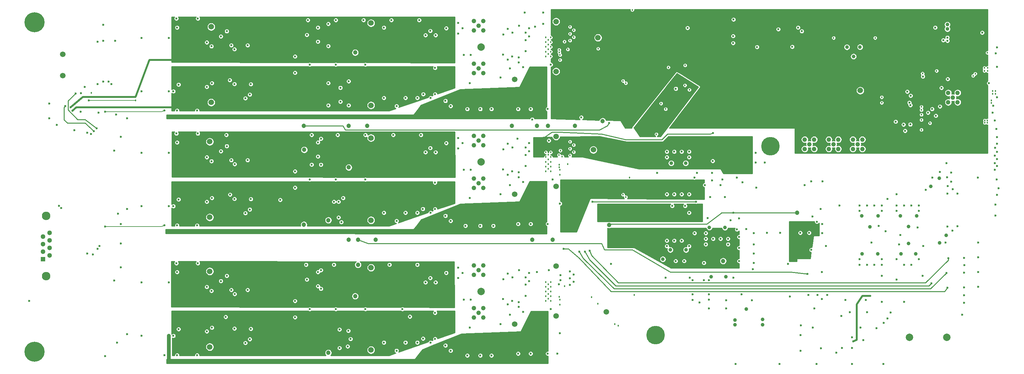
<source format=gbr>
G04 #@! TF.GenerationSoftware,KiCad,Pcbnew,(5.1.9)-1*
G04 #@! TF.CreationDate,2021-02-17T12:42:34-05:00*
G04 #@! TF.ProjectId,input_board,696e7075-745f-4626-9f61-72642e6b6963,rev?*
G04 #@! TF.SameCoordinates,Original*
G04 #@! TF.FileFunction,Copper,L3,Inr*
G04 #@! TF.FilePolarity,Positive*
%FSLAX46Y46*%
G04 Gerber Fmt 4.6, Leading zero omitted, Abs format (unit mm)*
G04 Created by KiCad (PCBNEW (5.1.9)-1) date 2021-02-17 12:42:34*
%MOMM*%
%LPD*%
G01*
G04 APERTURE LIST*
G04 #@! TA.AperFunction,ComponentPad*
%ADD10C,2.000000*%
G04 #@! TD*
G04 #@! TA.AperFunction,ComponentPad*
%ADD11C,5.000000*%
G04 #@! TD*
G04 #@! TA.AperFunction,ComponentPad*
%ADD12C,1.500000*%
G04 #@! TD*
G04 #@! TA.AperFunction,ComponentPad*
%ADD13C,2.300000*%
G04 #@! TD*
G04 #@! TA.AperFunction,ComponentPad*
%ADD14C,1.300000*%
G04 #@! TD*
G04 #@! TA.AperFunction,ComponentPad*
%ADD15R,1.300000X1.300000*%
G04 #@! TD*
G04 #@! TA.AperFunction,ComponentPad*
%ADD16C,5.400000*%
G04 #@! TD*
G04 #@! TA.AperFunction,ComponentPad*
%ADD17C,0.800000*%
G04 #@! TD*
G04 #@! TA.AperFunction,ComponentPad*
%ADD18C,0.457200*%
G04 #@! TD*
G04 #@! TA.AperFunction,ComponentPad*
%ADD19C,1.240000*%
G04 #@! TD*
G04 #@! TA.AperFunction,ViaPad*
%ADD20C,1.000000*%
G04 #@! TD*
G04 #@! TA.AperFunction,ViaPad*
%ADD21C,0.600000*%
G04 #@! TD*
G04 #@! TA.AperFunction,ViaPad*
%ADD22C,1.200000*%
G04 #@! TD*
G04 #@! TA.AperFunction,ViaPad*
%ADD23C,0.457200*%
G04 #@! TD*
G04 #@! TA.AperFunction,Conductor*
%ADD24C,0.250000*%
G04 #@! TD*
G04 #@! TA.AperFunction,Conductor*
%ADD25C,0.150000*%
G04 #@! TD*
G04 #@! TA.AperFunction,Conductor*
%ADD26C,0.500000*%
G04 #@! TD*
G04 #@! TA.AperFunction,Conductor*
%ADD27C,1.000000*%
G04 #@! TD*
G04 #@! TA.AperFunction,Conductor*
%ADD28C,0.254000*%
G04 #@! TD*
G04 #@! TA.AperFunction,Conductor*
%ADD29C,0.100000*%
G04 #@! TD*
G04 APERTURE END LIST*
D10*
X138930000Y-128250000D03*
X138930000Y-93250000D03*
X138930000Y-62250000D03*
X185600000Y-100400000D03*
X185680000Y-115100000D03*
X185680000Y-108000000D03*
X185680000Y-91500000D03*
X186180000Y-58500000D03*
D11*
X217000000Y-89000000D03*
D12*
X26000000Y-70000000D03*
X26000000Y-64200000D03*
D13*
X21570000Y-124070000D03*
X21570000Y-107810000D03*
D14*
X22460000Y-112388000D03*
X22460000Y-114420000D03*
X22460000Y-116452000D03*
X22460000Y-118484000D03*
X20680000Y-113404000D03*
X20680000Y-115436000D03*
X20680000Y-117468000D03*
D15*
X20680000Y-119500000D03*
D10*
X264500000Y-140600000D03*
X254500000Y-140600000D03*
D16*
X18380000Y-144450000D03*
D17*
X20405000Y-144450000D03*
X19811891Y-145881891D03*
X18380000Y-146475000D03*
X16948109Y-145881891D03*
X16355000Y-144450000D03*
X16948109Y-143018109D03*
X18380000Y-142425000D03*
X19811891Y-143018109D03*
X19811891Y-54118109D03*
X18380000Y-53525000D03*
X16948109Y-54118109D03*
X16355000Y-55550000D03*
X16948109Y-56981891D03*
X18380000Y-57575000D03*
X19811891Y-56981891D03*
X20405000Y-55550000D03*
D16*
X18380000Y-55550000D03*
D18*
X157002500Y-130155000D03*
X157002500Y-128875000D03*
X157002500Y-127595000D03*
X157002500Y-126315000D03*
X157662500Y-130795000D03*
X156342500Y-130795000D03*
X157662500Y-129515000D03*
X156342500Y-129515000D03*
X157662500Y-128235000D03*
X156342500Y-128235000D03*
X157662500Y-126955000D03*
X156342500Y-126955000D03*
X157662500Y-125675000D03*
X156342500Y-125675000D03*
X157002500Y-95155000D03*
X157002500Y-93875000D03*
X157002500Y-92595000D03*
X157002500Y-91315000D03*
X157662500Y-95795000D03*
X156342500Y-95795000D03*
X157662500Y-94515000D03*
X156342500Y-94515000D03*
X157662500Y-93235000D03*
X156342500Y-93235000D03*
X157662500Y-91955000D03*
X156342500Y-91955000D03*
X157662500Y-90675000D03*
X156342500Y-90675000D03*
X157002500Y-64155000D03*
X157002500Y-62875000D03*
X157002500Y-61595000D03*
X157002500Y-60315000D03*
X157662500Y-64795000D03*
X156342500Y-64795000D03*
X157662500Y-63515000D03*
X156342500Y-63515000D03*
X157662500Y-62235000D03*
X156342500Y-62235000D03*
X157662500Y-60955000D03*
X156342500Y-60955000D03*
X157662500Y-59675000D03*
X156342500Y-59675000D03*
D12*
X172680000Y-133750000D03*
X147980000Y-137000000D03*
X159130000Y-121400000D03*
X159130000Y-134850000D03*
X65680000Y-122800000D03*
X65680000Y-143200000D03*
X109180000Y-144000000D03*
X109180000Y-121800000D03*
X169180000Y-90000000D03*
X147980000Y-102000000D03*
X159130000Y-86400000D03*
X159130000Y-99850000D03*
X65680000Y-87800000D03*
X65680000Y-108200000D03*
X109180000Y-109000000D03*
X109180000Y-86800000D03*
D19*
X136910000Y-135270000D03*
X139450000Y-132730000D03*
X139450000Y-135270000D03*
X136910000Y-132730000D03*
X138180000Y-134000000D03*
X136910000Y-123770000D03*
X139450000Y-121230000D03*
X139450000Y-123770000D03*
X136910000Y-121230000D03*
X138180000Y-122500000D03*
X136910000Y-100270000D03*
X139450000Y-97730000D03*
X139450000Y-100270000D03*
X136910000Y-97730000D03*
X138180000Y-99000000D03*
X136910000Y-88770000D03*
X139450000Y-86230000D03*
X139450000Y-88770000D03*
X136910000Y-86230000D03*
X138180000Y-87500000D03*
X136910000Y-69270000D03*
X139450000Y-66730000D03*
X139450000Y-69270000D03*
X136910000Y-66730000D03*
X138180000Y-68000000D03*
D12*
X147980000Y-71000000D03*
D11*
X186000000Y-140000000D03*
D12*
X241180000Y-74000000D03*
X66080000Y-56800000D03*
X66080000Y-77200000D03*
X109180000Y-78000000D03*
X109180000Y-55800000D03*
D19*
X136910000Y-57770000D03*
X139450000Y-55230000D03*
X139450000Y-57770000D03*
X136910000Y-55230000D03*
X138180000Y-56500000D03*
X264910000Y-77170000D03*
X267450000Y-74630000D03*
X267450000Y-77170000D03*
X264910000Y-74630000D03*
X266180000Y-75900000D03*
X232710000Y-89770000D03*
X235250000Y-87230000D03*
X235250000Y-89770000D03*
X232710000Y-87230000D03*
X233980000Y-88500000D03*
X239210000Y-89770000D03*
X241750000Y-87230000D03*
X241750000Y-89770000D03*
X239210000Y-87230000D03*
X240480000Y-88500000D03*
X226210000Y-89770000D03*
X228750000Y-87230000D03*
X228750000Y-89770000D03*
X226210000Y-87230000D03*
X227480000Y-88500000D03*
D12*
X170430000Y-59750000D03*
X159130000Y-55400000D03*
X159130000Y-68850000D03*
D20*
X197430000Y-101000000D03*
X198680000Y-101000000D03*
D21*
X222497500Y-110682500D03*
X227680000Y-110750000D03*
X227930000Y-111500000D03*
X228930000Y-112500000D03*
X223180000Y-117750000D03*
X225680000Y-117750000D03*
X209180000Y-129000000D03*
X168930000Y-101000000D03*
X196930000Y-104000000D03*
X168930000Y-104000000D03*
X165930000Y-81250000D03*
X165930000Y-100500000D03*
X159430000Y-145000000D03*
X160930000Y-111500000D03*
X193950000Y-99050000D03*
X190450000Y-99050000D03*
D20*
X210400000Y-133000000D03*
D21*
X210400000Y-111400000D03*
D22*
X147180000Y-83500000D03*
X224180000Y-107000000D03*
X91080000Y-83500000D03*
X91080000Y-110200000D03*
X97680000Y-144750000D03*
X171680000Y-82250000D03*
X171930000Y-106750000D03*
D21*
X173430000Y-82750000D03*
D22*
X173430000Y-110250000D03*
X97680000Y-109000000D03*
X91180000Y-90000000D03*
X103180000Y-83500000D03*
X108180000Y-83500000D03*
X164180000Y-83500000D03*
X156930000Y-83500000D03*
X153930000Y-83500000D03*
D20*
X197930000Y-105500000D03*
X198000000Y-107600000D03*
D21*
X193600000Y-108600000D03*
X190550000Y-108750000D03*
X196800000Y-108600000D03*
X197800000Y-131200000D03*
X207000000Y-107000000D03*
D20*
X200930000Y-124250000D03*
X200930000Y-120250000D03*
X204680000Y-117000000D03*
D22*
X174430000Y-114250000D03*
D21*
X226930000Y-123500000D03*
D22*
X105680000Y-114250000D03*
X104930000Y-63750000D03*
X103180000Y-94750000D03*
X103180000Y-114250000D03*
X104930000Y-129500000D03*
X105680000Y-121000000D03*
X110430000Y-114250000D03*
X152680000Y-114250000D03*
X158180000Y-114250000D03*
D20*
X207223340Y-121200000D03*
X200700000Y-117000000D03*
X207223340Y-117576660D03*
D21*
X258880000Y-100800000D03*
X264780000Y-68100000D03*
X264780000Y-69900000D03*
X251080000Y-75400000D03*
X252180000Y-74300000D03*
X249580000Y-84900000D03*
X261680000Y-81800000D03*
X263080000Y-84700000D03*
X206880000Y-63100000D03*
X206880000Y-57400000D03*
D23*
X160280000Y-57800000D03*
X160280000Y-59200000D03*
X159880000Y-91400000D03*
X160280000Y-90200000D03*
D21*
X160280000Y-123800000D03*
X160280000Y-125200000D03*
X173930000Y-120750000D03*
X175930000Y-80750000D03*
X174430000Y-80750000D03*
D23*
X159980000Y-60300000D03*
D21*
X159880000Y-126300000D03*
D20*
X237380000Y-56200000D03*
X241380000Y-56200000D03*
X239380000Y-53500000D03*
D21*
X251005000Y-83175000D03*
X219100000Y-59000000D03*
X228650000Y-59000000D03*
X247800000Y-56600000D03*
X247800000Y-58600000D03*
X252000000Y-56600000D03*
X252000000Y-58600000D03*
X253400000Y-58600000D03*
X253400000Y-56600000D03*
X247800000Y-54800000D03*
X247800000Y-60200000D03*
X251200000Y-63000000D03*
X247800000Y-63000000D03*
D20*
X209680000Y-87250000D03*
X206430000Y-87250000D03*
D21*
X153480000Y-56800000D03*
X153680000Y-87000000D03*
X153680000Y-88000000D03*
X154430000Y-87500000D03*
X154430000Y-88500000D03*
X153930000Y-123000000D03*
X155430000Y-88750000D03*
X155430000Y-87000000D03*
X201430000Y-85500000D03*
D20*
X190180000Y-87450000D03*
X194180000Y-87400000D03*
D21*
X228000000Y-117000000D03*
X207900000Y-97500000D03*
X205200000Y-91800000D03*
X206200000Y-91800000D03*
X207200000Y-91800000D03*
X208200000Y-91800000D03*
X209200000Y-91800000D03*
X210200000Y-91800000D03*
D23*
X177930000Y-72000000D03*
X193930000Y-67200000D03*
X175930000Y-137500000D03*
X177930000Y-102750000D03*
X177180000Y-71400000D03*
X189430000Y-67750000D03*
X174930000Y-137000000D03*
X177180000Y-102100000D03*
D21*
X129480000Y-57200000D03*
X134480000Y-74400000D03*
X54680000Y-59800000D03*
X54680000Y-74200000D03*
X55880000Y-74200000D03*
X54680000Y-81000000D03*
X124280000Y-78200000D03*
X133680000Y-76800000D03*
X132680000Y-78400000D03*
X135680000Y-76800000D03*
X137680000Y-76800000D03*
X139680000Y-76800000D03*
X141680000Y-76800000D03*
X140680000Y-75000000D03*
X138680000Y-75000000D03*
X136680000Y-75000000D03*
X142680000Y-75000000D03*
X149180000Y-76000000D03*
X149180000Y-73750000D03*
X151430000Y-76000000D03*
X151680000Y-70000000D03*
X154180000Y-70000000D03*
X152430000Y-68000000D03*
X151430000Y-73750000D03*
X151680000Y-71000000D03*
X152930000Y-69250000D03*
X153430000Y-68000000D03*
D23*
X179680000Y-52250000D03*
D21*
X43430000Y-81500000D03*
X43430000Y-106000000D03*
X43430000Y-139750000D03*
X33080000Y-76700000D03*
D23*
X45680000Y-76700000D03*
D21*
X30930000Y-74750000D03*
X31930000Y-73074990D03*
X36930000Y-60550000D03*
X24430000Y-83250000D03*
X41680000Y-86500000D03*
X41680000Y-110000000D03*
X41680000Y-115250000D03*
X41680000Y-121750000D03*
X36930000Y-71600000D03*
X38430000Y-71600000D03*
X40180000Y-60550000D03*
X29180000Y-84750000D03*
X36930000Y-56300000D03*
X30900000Y-79700000D03*
X35430000Y-60800000D03*
X39930000Y-90250000D03*
X39930000Y-125250000D03*
X39180000Y-72250000D03*
X35430000Y-72250000D03*
D23*
X33780000Y-74600000D03*
D21*
X37430000Y-79700000D03*
X53430000Y-79400000D03*
X40930000Y-107250000D03*
X40430000Y-80500000D03*
X40680000Y-142000000D03*
X272930000Y-97500000D03*
X278030000Y-98000000D03*
X278480000Y-100400000D03*
X269280000Y-121150000D03*
X269180000Y-129250000D03*
D23*
X159952953Y-63021167D03*
X162280000Y-62900000D03*
X257980000Y-69400000D03*
X261780000Y-68700000D03*
X170470835Y-62709165D03*
X160180000Y-65750000D03*
X160180000Y-64410000D03*
D21*
X191430000Y-73500000D03*
D23*
X187430000Y-77500000D03*
X160180000Y-96750000D03*
X160180000Y-95410000D03*
X160180000Y-131750000D03*
X160180000Y-130410000D03*
X178930000Y-97500000D03*
X180180000Y-129203530D03*
X275480000Y-82075000D03*
X274780000Y-82700000D03*
X275480000Y-82700000D03*
X274780000Y-82075000D03*
X276530000Y-77325000D03*
X276530000Y-76675000D03*
X276880000Y-74900000D03*
X277680000Y-74100000D03*
X277680000Y-74900000D03*
X276880000Y-74100000D03*
X271647157Y-70032843D03*
X272212843Y-69467157D03*
X275530000Y-67900000D03*
X274680000Y-68700000D03*
X275530000Y-68700000D03*
X274680000Y-67900000D03*
X257680000Y-78400000D03*
D21*
X126617500Y-59062500D03*
X125190000Y-57910000D03*
X123880000Y-59062500D03*
X125280000Y-76000000D03*
X126480000Y-75000000D03*
X123280000Y-75000000D03*
X121680000Y-76000000D03*
X116080000Y-78200000D03*
X68680000Y-59400000D03*
X70280000Y-58000000D03*
X64880000Y-61000000D03*
X66142500Y-62062500D03*
X64880000Y-73000000D03*
X66280000Y-72000000D03*
X47280000Y-74200000D03*
X56880000Y-79400000D03*
X62280000Y-79400000D03*
X56680000Y-54600000D03*
X62480000Y-54600000D03*
X47280000Y-59800000D03*
X129280000Y-76800000D03*
X130680000Y-78200000D03*
X135880000Y-72000000D03*
X151880000Y-57200000D03*
X150880000Y-58400000D03*
X150880000Y-60400000D03*
X151880000Y-59400000D03*
X147380000Y-58400000D03*
X146080000Y-57400000D03*
X144880000Y-58900000D03*
X146080000Y-65700000D03*
X147280000Y-64800000D03*
X144785608Y-64286718D03*
D20*
X254180000Y-110700000D03*
D21*
X226180000Y-99500000D03*
X228280000Y-108000000D03*
X230480000Y-106000000D03*
X229480000Y-109400000D03*
D20*
X260230000Y-99900000D03*
X262530000Y-97700000D03*
D21*
X264830000Y-99800000D03*
X266130000Y-100600000D03*
X267430000Y-101800000D03*
X264730000Y-101800000D03*
X264630000Y-97400000D03*
X265730000Y-98600000D03*
X265755000Y-96175000D03*
X264430000Y-93600000D03*
X264730000Y-110700000D03*
X227180000Y-129200000D03*
X201380000Y-93000000D03*
X264707500Y-60600000D03*
X264680000Y-59700000D03*
X194580000Y-57100000D03*
X269180000Y-119150000D03*
X269180000Y-123150000D03*
X269180000Y-127150000D03*
X269180000Y-131250000D03*
X231930000Y-116000000D03*
X76480000Y-75100000D03*
X75280000Y-76100000D03*
X150880000Y-63400000D03*
X149080000Y-65100000D03*
X149080000Y-66400000D03*
X150280000Y-67700000D03*
X263080000Y-73300000D03*
X264780000Y-70900000D03*
X258080000Y-70200000D03*
X254780000Y-75400000D03*
X253880000Y-74300000D03*
X252880000Y-83200000D03*
X260580000Y-79000000D03*
X259480000Y-80000000D03*
X262680000Y-78300000D03*
X206880000Y-59300000D03*
X206880000Y-61200000D03*
D20*
X237580000Y-62300000D03*
X239380000Y-64800000D03*
D23*
X162867500Y-56812500D03*
X163880000Y-57700000D03*
X163880000Y-59600000D03*
X162880000Y-58700000D03*
X162880000Y-60500000D03*
D20*
X190180000Y-93600000D03*
X194080000Y-93600000D03*
X204930000Y-124250000D03*
D22*
X204180000Y-120000000D03*
D20*
X200480000Y-110950000D03*
X204680000Y-111000000D03*
X194180000Y-117000000D03*
X189930000Y-117000000D03*
X187930000Y-119500000D03*
D21*
X230930000Y-112500000D03*
X230930000Y-110000000D03*
X221680000Y-120750000D03*
X91880000Y-59000000D03*
X94880000Y-60800000D03*
X94880000Y-57000000D03*
X152280000Y-79000000D03*
X156880000Y-79000000D03*
X152680000Y-81800000D03*
X148880000Y-79000000D03*
X22430000Y-77500000D03*
X35680000Y-80000000D03*
X277680000Y-104750000D03*
X277680000Y-107750000D03*
X276930000Y-80000000D03*
X275880000Y-72000000D03*
X278080000Y-62400000D03*
X278080000Y-67600000D03*
X277880000Y-84400000D03*
X278080000Y-88400000D03*
X277580000Y-89500000D03*
X278080000Y-90600000D03*
X277480000Y-91600000D03*
X278080000Y-92500000D03*
X277480000Y-93600000D03*
X278080000Y-94400000D03*
X277480000Y-95400000D03*
X278080000Y-86600000D03*
X278080000Y-102200000D03*
X274080000Y-58400000D03*
X278080000Y-75800000D03*
X132680000Y-55800000D03*
X133880000Y-57200000D03*
X132680000Y-58600000D03*
D23*
X190430000Y-72750000D03*
X192930000Y-72250000D03*
X193930000Y-73750000D03*
X189680000Y-79500000D03*
X188680000Y-77750000D03*
X184930000Y-85500000D03*
X195680000Y-74750000D03*
X187580000Y-85400000D03*
D21*
X126617500Y-90662500D03*
X125190000Y-89510000D03*
X123880000Y-90662500D03*
X125280000Y-107000000D03*
X126480000Y-106000000D03*
X121680000Y-107000000D03*
X116080000Y-109200000D03*
X68680000Y-90400000D03*
X70280000Y-89000000D03*
X64880000Y-92000000D03*
X66142500Y-93062500D03*
X64880000Y-104000000D03*
X66280000Y-103000000D03*
X47280000Y-105200000D03*
X56880000Y-110400000D03*
X62280000Y-110400000D03*
X56680000Y-85600000D03*
X62480000Y-85600000D03*
X47280000Y-90800000D03*
X129280000Y-107800000D03*
X130680000Y-109200000D03*
X135880000Y-103000000D03*
X151880000Y-88200000D03*
X150880000Y-89400000D03*
X150880000Y-91400000D03*
X151880000Y-90400000D03*
X147380000Y-89400000D03*
X146080000Y-88400000D03*
X144880000Y-89900000D03*
X146080000Y-96700000D03*
X147280000Y-95800000D03*
X144785608Y-95286718D03*
X76480000Y-106100000D03*
X75280000Y-107100000D03*
X150880000Y-94400000D03*
X149080000Y-96100000D03*
X149080000Y-97400000D03*
X150280000Y-98700000D03*
D23*
X162867500Y-87812500D03*
X163880000Y-88700000D03*
X163880000Y-90600000D03*
X162880000Y-89700000D03*
X162880000Y-91500000D03*
D21*
X94880000Y-91800000D03*
X94880000Y-88000000D03*
X152280000Y-110000000D03*
X156880000Y-110000000D03*
X148880000Y-110000000D03*
X132680000Y-86800000D03*
X133880000Y-88200000D03*
X132680000Y-89600000D03*
X126617500Y-125762500D03*
X125190000Y-124610000D03*
X123880000Y-125762500D03*
X125280000Y-142000000D03*
X126480000Y-141000000D03*
X121680000Y-142000000D03*
X116080000Y-144200000D03*
X68680000Y-125400000D03*
X70280000Y-124000000D03*
X64880000Y-127000000D03*
X66142500Y-128062500D03*
X64880000Y-139000000D03*
X66280000Y-138000000D03*
X47280000Y-140200000D03*
X56880000Y-145400000D03*
X62280000Y-145400000D03*
X56680000Y-120600000D03*
X62480000Y-120600000D03*
X47280000Y-125800000D03*
X129280000Y-142800000D03*
X130680000Y-144200000D03*
X135880000Y-138000000D03*
X151880000Y-123200000D03*
X150880000Y-124400000D03*
X150880000Y-126400000D03*
X151880000Y-125400000D03*
X147380000Y-124400000D03*
X146080000Y-123400000D03*
X144880000Y-124900000D03*
X146080000Y-131700000D03*
X147280000Y-130800000D03*
X144785608Y-130286718D03*
X76480000Y-141100000D03*
X75280000Y-142100000D03*
X150880000Y-129400000D03*
X149080000Y-131100000D03*
X149080000Y-132400000D03*
X150280000Y-133700000D03*
X162867500Y-122812500D03*
X163880000Y-123700000D03*
X163880000Y-125600000D03*
X162880000Y-124700000D03*
X162880000Y-126500000D03*
X91880000Y-125000000D03*
X94880000Y-126800000D03*
X94880000Y-123000000D03*
X103080000Y-138850000D03*
X103680000Y-141050000D03*
X102880000Y-143050000D03*
X152280000Y-145000000D03*
X156880000Y-145000000D03*
X148880000Y-145000000D03*
X132680000Y-121800000D03*
X133880000Y-123200000D03*
X132680000Y-124600000D03*
X100430000Y-108250000D03*
X100930000Y-77000000D03*
X100930000Y-73250000D03*
X100430000Y-104000000D03*
X230880000Y-130300000D03*
X232280000Y-129200000D03*
X229680000Y-129200000D03*
X261580000Y-80800000D03*
X92180000Y-55000000D03*
X99680000Y-55000000D03*
X107180000Y-55000000D03*
X114680000Y-55000000D03*
X122180000Y-55000000D03*
X97680000Y-78000000D03*
X97680000Y-56000000D03*
X112680000Y-57000000D03*
X112680000Y-76000000D03*
X92680000Y-67000000D03*
X99680000Y-67000000D03*
X107680000Y-67000000D03*
X122680000Y-86000000D03*
X70180000Y-86000000D03*
X115180000Y-86000000D03*
X100180000Y-86000000D03*
X107680000Y-86000000D03*
X121680000Y-121000000D03*
X114180000Y-121000000D03*
X99180000Y-121000000D03*
X91680000Y-121000000D03*
X107680000Y-98000000D03*
X92680000Y-98000000D03*
X99680000Y-98000000D03*
X119680000Y-135000000D03*
X117680000Y-133000000D03*
X92680000Y-133000000D03*
X107680000Y-133000000D03*
X99680000Y-133000000D03*
X84680000Y-103500000D03*
X112680000Y-107000000D03*
X112680000Y-142000000D03*
X157680000Y-67000000D03*
X150680000Y-53000000D03*
X155680000Y-56000000D03*
X155680000Y-53000000D03*
X157180000Y-87500000D03*
X158180000Y-98000000D03*
X157180000Y-122500000D03*
X157680000Y-133000000D03*
X135180000Y-79000000D03*
X138680000Y-79000000D03*
X141680000Y-79000000D03*
X134680000Y-110500000D03*
X138680000Y-110500000D03*
X142180000Y-110500000D03*
X135180000Y-145500000D03*
X138680000Y-145500000D03*
X141680000Y-145500000D03*
X149180000Y-56500000D03*
X146680000Y-68000000D03*
X144180000Y-70500000D03*
X148680000Y-87000000D03*
X146680000Y-99500000D03*
X144180000Y-102000000D03*
X149180000Y-122500000D03*
X146680000Y-134500000D03*
X144180000Y-137000000D03*
X160180000Y-104500000D03*
X160180000Y-139500000D03*
D20*
X264680000Y-57400000D03*
X264680000Y-56200000D03*
D21*
X277080000Y-78100000D03*
D20*
X252180000Y-118100000D03*
X256180000Y-118100000D03*
X254180000Y-115250000D03*
X245930000Y-118100000D03*
X241680000Y-118100000D03*
D21*
X266030000Y-111800000D03*
X267380000Y-110660000D03*
D20*
X245980000Y-107800000D03*
X241580000Y-107800000D03*
X243780000Y-110800000D03*
X251980000Y-107800000D03*
X256380000Y-107800000D03*
X207430000Y-135900000D03*
X207430000Y-137250000D03*
X241130000Y-62250000D03*
D23*
X191680000Y-76750000D03*
X192480000Y-75700000D03*
X190780000Y-78000000D03*
X184080000Y-79900000D03*
X181880000Y-84100000D03*
X186980000Y-79900000D03*
D20*
X262565000Y-115100000D03*
X264380000Y-113107500D03*
X214880000Y-137200000D03*
X214880000Y-135800000D03*
D21*
X191400000Y-120000000D03*
X193680000Y-120000000D03*
X206180000Y-109000000D03*
X200000000Y-108400000D03*
X244180000Y-115000000D03*
X256680000Y-111000000D03*
X246180000Y-110500000D03*
X258180000Y-116000000D03*
X251680000Y-115500000D03*
X260680000Y-97500000D03*
X262680000Y-96000000D03*
X264180000Y-115000000D03*
X268680000Y-134500000D03*
X237180000Y-130500000D03*
X242680000Y-130500000D03*
X196430000Y-97500000D03*
X186430000Y-96250000D03*
X197180000Y-96250000D03*
X206930000Y-124500000D03*
X207930000Y-111500000D03*
X200680000Y-102750000D03*
X204000000Y-98000000D03*
X201250000Y-96250000D03*
X209430000Y-98750000D03*
X204680000Y-102750000D03*
X188680000Y-124500000D03*
X195180000Y-124500000D03*
X97680000Y-72000000D03*
X97680000Y-62000000D03*
X103180000Y-71500000D03*
X103180000Y-78000000D03*
X93180000Y-86000000D03*
X93180000Y-94000000D03*
X95680000Y-94000000D03*
X95680000Y-87000000D03*
X101180000Y-109500000D03*
X101680000Y-103000000D03*
X99180000Y-104000000D03*
X95680000Y-127500000D03*
X95680000Y-122500000D03*
X100680000Y-138500000D03*
X100680000Y-143500000D03*
X277480000Y-82100000D03*
X254730000Y-77950000D03*
X254430000Y-77250000D03*
X254680000Y-83150000D03*
X250730000Y-82400000D03*
X253280000Y-84900000D03*
X199250000Y-99500000D03*
X201250000Y-98250000D03*
X239000000Y-143500000D03*
X236250000Y-143500000D03*
X247537500Y-136712500D03*
X248500000Y-135500000D03*
X123217500Y-140937500D03*
X123187500Y-105937500D03*
X207000000Y-54850000D03*
X219075000Y-57475000D03*
X213350000Y-62250000D03*
X222837500Y-62187500D03*
X277750000Y-64000000D03*
X224400000Y-57000000D03*
X225400000Y-58000000D03*
X17000000Y-130800000D03*
X213000000Y-93400000D03*
X213000000Y-90800000D03*
X215400000Y-93400000D03*
X261400000Y-57000000D03*
X190450000Y-105150000D03*
X193950000Y-105150000D03*
X222200000Y-129600000D03*
X212000000Y-130600000D03*
X205000000Y-130600000D03*
X205000000Y-132800000D03*
X200400000Y-132800000D03*
X200400000Y-130400000D03*
X207600000Y-147800000D03*
X219400000Y-147800000D03*
X229400000Y-147800000D03*
X239000000Y-147800000D03*
X247400000Y-147800000D03*
X228800000Y-132800000D03*
X225200000Y-137400000D03*
X238400000Y-133800000D03*
X243000000Y-133800000D03*
X239000000Y-140600000D03*
X242000000Y-141400000D03*
X227400000Y-112400000D03*
X225000000Y-112400000D03*
X219600000Y-112400000D03*
X216000000Y-112400000D03*
X247000000Y-131000000D03*
X253000000Y-131000000D03*
X258000000Y-124000000D03*
X247000000Y-124000000D03*
X251000000Y-125000000D03*
X252000000Y-113000000D03*
X248000000Y-112000000D03*
X251000000Y-102000000D03*
X273000000Y-115000000D03*
X273000000Y-119000000D03*
X273000000Y-123000000D03*
X273000000Y-127000000D03*
X212500000Y-120500000D03*
X212500000Y-118000000D03*
X212500000Y-115500000D03*
X212500000Y-112500000D03*
X208500000Y-120000000D03*
X208500000Y-116500000D03*
X208500000Y-113500000D03*
X208500000Y-108500000D03*
X200400000Y-129000000D03*
X200400000Y-125200000D03*
X196000000Y-125200000D03*
X196000000Y-129000000D03*
X196000000Y-130500000D03*
X199000000Y-125200000D03*
X199000000Y-120500000D03*
X199500000Y-112500000D03*
X196500000Y-112500000D03*
X228000000Y-98500000D03*
X231000000Y-98500000D03*
X195000000Y-107000000D03*
X195000000Y-102000000D03*
X193000000Y-102000000D03*
X191000000Y-102000000D03*
X189000000Y-102000000D03*
X189000000Y-92000000D03*
X195000000Y-92000000D03*
X193000000Y-90500000D03*
X191000000Y-90500000D03*
X189000000Y-90500000D03*
X195000000Y-90500000D03*
X189000000Y-116000000D03*
X193000000Y-114500000D03*
X195000000Y-116000000D03*
X191000000Y-114500000D03*
X189000000Y-114500000D03*
X199500000Y-115500000D03*
X205500000Y-115500000D03*
X203500000Y-114000000D03*
X201500000Y-114000000D03*
X199500000Y-114000000D03*
X205500000Y-114000000D03*
X241000000Y-106500000D03*
X247000000Y-106500000D03*
X245000000Y-105000000D03*
X243000000Y-105000000D03*
X241000000Y-105000000D03*
X247000000Y-105000000D03*
X251000000Y-106500000D03*
X251000000Y-105000000D03*
X255000000Y-105000000D03*
X253000000Y-105000000D03*
X257000000Y-105000000D03*
X257000000Y-106500000D03*
X247000000Y-119500000D03*
X247000000Y-121000000D03*
X243000000Y-121000000D03*
X245000000Y-121000000D03*
X241000000Y-121000000D03*
X241000000Y-119500000D03*
X257000000Y-119500000D03*
X251000000Y-119500000D03*
X255000000Y-121000000D03*
X253000000Y-121000000D03*
X263575000Y-60425000D03*
X230600000Y-143600000D03*
D23*
X246980000Y-77300000D03*
X246980000Y-75800000D03*
X257680000Y-79250000D03*
X257680000Y-81927500D03*
X257680000Y-80500000D03*
X257680000Y-84600000D03*
X259980000Y-82800000D03*
X159980000Y-63700000D03*
X161380000Y-60800000D03*
D21*
X75880000Y-61800000D03*
X71480000Y-61800000D03*
X76680000Y-68400000D03*
X76658982Y-69778982D03*
X56880000Y-57000000D03*
X62480000Y-77400000D03*
X126680000Y-73200000D03*
X128480000Y-68000000D03*
X130880000Y-68000000D03*
X129680000Y-69000000D03*
X123880000Y-73200000D03*
X94880000Y-76850000D03*
X94880000Y-73250000D03*
X22430000Y-81500000D03*
X28680000Y-79500000D03*
X56880000Y-68200000D03*
X79280000Y-65800000D03*
X79280000Y-64200000D03*
X62480000Y-56600000D03*
X57280000Y-72400000D03*
X126480000Y-61000000D03*
X123880000Y-61000000D03*
X129680000Y-65200000D03*
X128480000Y-66000000D03*
X130880000Y-66000000D03*
X101080000Y-57200000D03*
X100280000Y-61000000D03*
X28180000Y-78500000D03*
X57880000Y-65800000D03*
X75880000Y-92800000D03*
X71480000Y-92800000D03*
X76680000Y-99400000D03*
X76658982Y-100778982D03*
X56880000Y-88000000D03*
X62480000Y-108400000D03*
X126680000Y-104200000D03*
X128480000Y-99000000D03*
X130880000Y-99000000D03*
X129680000Y-100000000D03*
X123880000Y-104200000D03*
X94880000Y-107850000D03*
X94880000Y-104250000D03*
X56880000Y-99200000D03*
X79280000Y-96800000D03*
X79280000Y-95200000D03*
X62480000Y-87600000D03*
X57280000Y-103400000D03*
X126480000Y-92600000D03*
X123880000Y-92600000D03*
X129680000Y-96200000D03*
X128480000Y-97000000D03*
X130880000Y-97000000D03*
X101080000Y-88200000D03*
X100280000Y-92000000D03*
X57880000Y-96800000D03*
X129480000Y-88200000D03*
X134480000Y-105400000D03*
X54680000Y-90800000D03*
X54680000Y-105200000D03*
X55880000Y-105200000D03*
X54680000Y-112000000D03*
X124280000Y-109200000D03*
X133680000Y-107800000D03*
X132680000Y-109400000D03*
X135680000Y-107800000D03*
X137680000Y-107800000D03*
X139680000Y-107800000D03*
X141680000Y-107800000D03*
X140680000Y-106000000D03*
X138680000Y-106000000D03*
X136680000Y-106000000D03*
X142680000Y-106000000D03*
X149180000Y-107000000D03*
X149180000Y-104750000D03*
X151430000Y-107000000D03*
X151680000Y-101000000D03*
X154180000Y-101000000D03*
X152430000Y-99000000D03*
X151430000Y-104750000D03*
X151680000Y-102000000D03*
X152930000Y-100250000D03*
X153430000Y-99000000D03*
X75880000Y-127800000D03*
X71480000Y-127800000D03*
X76680000Y-134400000D03*
X76658982Y-135778982D03*
X56880000Y-123000000D03*
X62480000Y-143400000D03*
X126680000Y-139200000D03*
X128480000Y-134000000D03*
X130880000Y-134000000D03*
X129680000Y-135000000D03*
X123880000Y-139200000D03*
X94880000Y-142850000D03*
X94880000Y-139250000D03*
X56880000Y-134200000D03*
X125250000Y-134000000D03*
X79280000Y-131800000D03*
X79280000Y-130200000D03*
X62480000Y-122600000D03*
X57280000Y-138400000D03*
X126480000Y-127700000D03*
X123880000Y-127700000D03*
X129680000Y-131200000D03*
X128480000Y-132000000D03*
X130880000Y-132000000D03*
X101080000Y-123200000D03*
X100280000Y-127000000D03*
X57880000Y-131800000D03*
X129480000Y-123200000D03*
X134480000Y-140400000D03*
X54680000Y-125800000D03*
X54680000Y-140200000D03*
X55880000Y-140200000D03*
X124280000Y-144200000D03*
X133680000Y-142800000D03*
X132680000Y-144400000D03*
X135680000Y-142800000D03*
X137680000Y-142800000D03*
X139680000Y-142800000D03*
X141680000Y-142800000D03*
X140680000Y-141000000D03*
X138680000Y-141000000D03*
X136680000Y-141000000D03*
X142680000Y-141000000D03*
X149180000Y-142000000D03*
X149180000Y-139750000D03*
X151430000Y-142000000D03*
X151680000Y-136000000D03*
X154180000Y-136000000D03*
X152430000Y-134000000D03*
X151430000Y-139750000D03*
X151680000Y-137000000D03*
X152930000Y-135250000D03*
X153430000Y-134000000D03*
D23*
X159952953Y-94021167D03*
X162280000Y-93900000D03*
X188680000Y-79000000D03*
X193880000Y-72600000D03*
X195080000Y-73800000D03*
X186180000Y-85800000D03*
X170430000Y-131500000D03*
X168680000Y-129750000D03*
X159980000Y-94700000D03*
X160780000Y-91800000D03*
X159980000Y-129700000D03*
X161380000Y-126800000D03*
D21*
X37430000Y-110700000D03*
X53430000Y-110400000D03*
X37430000Y-145700000D03*
X53430000Y-145400000D03*
X235580000Y-105000000D03*
X213180000Y-100200000D03*
X230880000Y-123000000D03*
X212250000Y-122200000D03*
X76780000Y-72300000D03*
X72342500Y-72237500D03*
X76780000Y-103300000D03*
X72342500Y-103237500D03*
X76780000Y-138300000D03*
X72342500Y-138237500D03*
X264430000Y-123250000D03*
X32680000Y-118000000D03*
X165430000Y-117500000D03*
X32680000Y-85383943D03*
X29480000Y-74800000D03*
X264930000Y-119250000D03*
X35930000Y-116000000D03*
X168180000Y-117250000D03*
X35180000Y-84250000D03*
X260430000Y-126000000D03*
X34180000Y-118250000D03*
X33680000Y-85750000D03*
X166930000Y-117500000D03*
X26680000Y-78200000D03*
X264680000Y-127200000D03*
X35430000Y-116750000D03*
X161180000Y-116750000D03*
X34430000Y-85000000D03*
X136080000Y-64400000D03*
X134280000Y-64400000D03*
X118480000Y-76000000D03*
X126480000Y-67900000D03*
X71100000Y-71200000D03*
X88680000Y-69200000D03*
X88680000Y-64800000D03*
X72350000Y-62850000D03*
X134280000Y-95400000D03*
X136080000Y-95400000D03*
X118480000Y-107000000D03*
X126450000Y-98850000D03*
X88680000Y-100200000D03*
X71142500Y-102092500D03*
X88680000Y-95800000D03*
X72400000Y-93850000D03*
X134280000Y-130400000D03*
X136080000Y-130400000D03*
X118480000Y-142000000D03*
X126480000Y-134000000D03*
X88680000Y-135200000D03*
X70000000Y-135100000D03*
X88680000Y-130800000D03*
X72400000Y-128900000D03*
X241300000Y-138000000D03*
X228400000Y-138000000D03*
X248500000Y-103300000D03*
X249400000Y-133900000D03*
X239300000Y-141700000D03*
X243900000Y-129400000D03*
X245600000Y-138100000D03*
X236087500Y-134812500D03*
X225080000Y-140000000D03*
X225080000Y-144200000D03*
X203500000Y-99500000D03*
X234750000Y-144775000D03*
D23*
X234000000Y-59800000D03*
X245200000Y-59800000D03*
X275500000Y-63800000D03*
D21*
X25600000Y-105700000D03*
X25000000Y-105100000D03*
D24*
X196930000Y-104000000D02*
X168930000Y-104000000D01*
X203680000Y-107000000D02*
X224180000Y-107000000D01*
X199800000Y-110000000D02*
X203800000Y-107000000D01*
X173430000Y-110250000D02*
X173930000Y-110000000D01*
X173930000Y-110000000D02*
X199680000Y-110000000D01*
X172930000Y-83500000D02*
X173430000Y-82750000D01*
X170850000Y-84600000D02*
X172930000Y-83500000D01*
X102200000Y-84600000D02*
X170850000Y-84600000D01*
X91080000Y-83500000D02*
X101680000Y-83500000D01*
X101680000Y-83500000D02*
X102200000Y-84600000D01*
X222430000Y-123000000D02*
X226930000Y-123500000D01*
X171430000Y-115250000D02*
X172180000Y-117000000D01*
X179680000Y-117000000D02*
X189930000Y-123000000D01*
X189930000Y-123000000D02*
X222430000Y-123000000D01*
X108430000Y-115250000D02*
X171430000Y-115250000D01*
X172180000Y-117000000D02*
X179680000Y-117000000D01*
X108430000Y-115250000D02*
X105680000Y-114250000D01*
X160000000Y-85200000D02*
X158000000Y-85200000D01*
X171430000Y-85750000D02*
X160000000Y-85200000D01*
X158000000Y-85200000D02*
X155430000Y-87000000D01*
X200680000Y-85750000D02*
X189180000Y-85750000D01*
X201430000Y-85500000D02*
X200680000Y-85750000D01*
X187680000Y-87250000D02*
X177930000Y-87250000D01*
X189180000Y-85750000D02*
X187680000Y-87250000D01*
X177930000Y-87250000D02*
X171430000Y-85750000D01*
D25*
X35080000Y-76700000D02*
X45680000Y-76700000D01*
X33080000Y-76700000D02*
X35080000Y-76700000D01*
X52680000Y-79700000D02*
X37430000Y-79700000D01*
X53430000Y-79400000D02*
X52680000Y-79700000D01*
D26*
X28680000Y-79500000D02*
X29680000Y-78500000D01*
X29680000Y-78500000D02*
X55930000Y-78500000D01*
X49430000Y-65750000D02*
X56180000Y-65750000D01*
X45680000Y-75750000D02*
X49430000Y-65750000D01*
X28180000Y-78500000D02*
X31430000Y-75750000D01*
X31430000Y-75750000D02*
X45680000Y-75750000D01*
D27*
X54680000Y-147000000D02*
X54680000Y-140200000D01*
D25*
X52680000Y-110700000D02*
X37430000Y-110700000D01*
X53430000Y-110400000D02*
X52680000Y-110700000D01*
D24*
X174755736Y-127500000D02*
X260180000Y-127500000D01*
X260180000Y-127500000D02*
X264430000Y-123250000D01*
X167180000Y-119924264D02*
X167180000Y-120000000D01*
X167180000Y-120000000D02*
X174755736Y-127500000D01*
X166430000Y-119250000D02*
X167180000Y-120000000D01*
X165430000Y-117500000D02*
X166430000Y-119250000D01*
X264930000Y-119750000D02*
X264930000Y-119250000D01*
X258804999Y-125875001D02*
X264930000Y-119750000D01*
X175930000Y-125875001D02*
X258804999Y-125875001D01*
X168180000Y-117250000D02*
X168680000Y-118506302D01*
X168680000Y-118506302D02*
X175930000Y-125875001D01*
X27480000Y-79225002D02*
X27480000Y-76800000D01*
X30054998Y-81800000D02*
X27480000Y-79225002D01*
X27480000Y-76800000D02*
X29480000Y-74800000D01*
X35180000Y-84250000D02*
X32005002Y-81800000D01*
X32005002Y-81800000D02*
X30054998Y-81800000D01*
X259680000Y-126750000D02*
X260430000Y-126000000D01*
X175255736Y-126750000D02*
X259680000Y-126750000D01*
X168180000Y-119674264D02*
X175255736Y-126750000D01*
X166930000Y-117500000D02*
X168180000Y-119674264D01*
X173930000Y-128250000D02*
X263930000Y-128250000D01*
X263930000Y-128250000D02*
X264680000Y-127200000D01*
X165280000Y-119200000D02*
X173930000Y-128250000D01*
X161180000Y-116750000D02*
X162430000Y-116750000D01*
X162430000Y-116750000D02*
X165280000Y-119200000D01*
X26380001Y-78499999D02*
X26680000Y-78200000D01*
X32080000Y-82800000D02*
X27280000Y-82800000D01*
X26380001Y-81900001D02*
X26380001Y-78499999D01*
X34430000Y-85000000D02*
X32080000Y-82800000D01*
X27280000Y-82800000D02*
X26380001Y-81900001D01*
D26*
X240200000Y-141300000D02*
X239300000Y-141700000D01*
X243900000Y-129400000D02*
X241800000Y-129400000D01*
X240200000Y-131700000D02*
X240200000Y-141300000D01*
X241800000Y-129400000D02*
X240200000Y-131700000D01*
D28*
X179074400Y-52190354D02*
X179074400Y-52309646D01*
X179097673Y-52426647D01*
X179143324Y-52536859D01*
X179209600Y-52636047D01*
X179293953Y-52720400D01*
X179393141Y-52786676D01*
X179503353Y-52832327D01*
X179620354Y-52855600D01*
X179739646Y-52855600D01*
X179856647Y-52832327D01*
X179966859Y-52786676D01*
X180066047Y-52720400D01*
X180150400Y-52636047D01*
X180216676Y-52536859D01*
X180262327Y-52426647D01*
X180285600Y-52309646D01*
X180285600Y-52190354D01*
X180272998Y-52127000D01*
X275553000Y-52127000D01*
X275553000Y-63194400D01*
X275440354Y-63194400D01*
X275323353Y-63217673D01*
X275213141Y-63263324D01*
X275113953Y-63329600D01*
X275029600Y-63413953D01*
X274963324Y-63513141D01*
X274917673Y-63623353D01*
X274894400Y-63740354D01*
X274894400Y-63859646D01*
X274917673Y-63976647D01*
X274963324Y-64086859D01*
X275029600Y-64186047D01*
X275113953Y-64270400D01*
X275213141Y-64336676D01*
X275323353Y-64382327D01*
X275440354Y-64405600D01*
X275553000Y-64405600D01*
X275553000Y-67294400D01*
X275470354Y-67294400D01*
X275353353Y-67317673D01*
X275243141Y-67363324D01*
X275143953Y-67429600D01*
X275105000Y-67468553D01*
X275066047Y-67429600D01*
X274966859Y-67363324D01*
X274856647Y-67317673D01*
X274739646Y-67294400D01*
X274620354Y-67294400D01*
X274503353Y-67317673D01*
X274393141Y-67363324D01*
X274293953Y-67429600D01*
X274209600Y-67513953D01*
X274143324Y-67613141D01*
X274097673Y-67723353D01*
X274074400Y-67840354D01*
X274074400Y-67959646D01*
X274097673Y-68076647D01*
X274143324Y-68186859D01*
X274209600Y-68286047D01*
X274223553Y-68300000D01*
X274209600Y-68313953D01*
X274143324Y-68413141D01*
X274097673Y-68523353D01*
X274074400Y-68640354D01*
X274074400Y-68759646D01*
X274097673Y-68876647D01*
X274143324Y-68986859D01*
X274209600Y-69086047D01*
X274293953Y-69170400D01*
X274393141Y-69236676D01*
X274503353Y-69282327D01*
X274620354Y-69305600D01*
X274739646Y-69305600D01*
X274856647Y-69282327D01*
X274966859Y-69236676D01*
X275066047Y-69170400D01*
X275105000Y-69131447D01*
X275143953Y-69170400D01*
X275243141Y-69236676D01*
X275353353Y-69282327D01*
X275470354Y-69305600D01*
X275553000Y-69305600D01*
X275553000Y-71404273D01*
X275448437Y-71474140D01*
X275354140Y-71568437D01*
X275280050Y-71679320D01*
X275229016Y-71802526D01*
X275203000Y-71933321D01*
X275203000Y-72066679D01*
X275229016Y-72197474D01*
X275280050Y-72320680D01*
X275354140Y-72431563D01*
X275448437Y-72525860D01*
X275553000Y-72595727D01*
X275553000Y-81472056D01*
X275539646Y-81469400D01*
X275420354Y-81469400D01*
X275303353Y-81492673D01*
X275193141Y-81538324D01*
X275130000Y-81580514D01*
X275066859Y-81538324D01*
X274956647Y-81492673D01*
X274839646Y-81469400D01*
X274720354Y-81469400D01*
X274603353Y-81492673D01*
X274493141Y-81538324D01*
X274393953Y-81604600D01*
X274309600Y-81688953D01*
X274243324Y-81788141D01*
X274197673Y-81898353D01*
X274174400Y-82015354D01*
X274174400Y-82134646D01*
X274197673Y-82251647D01*
X274243324Y-82361859D01*
X274260457Y-82387500D01*
X274243324Y-82413141D01*
X274197673Y-82523353D01*
X274174400Y-82640354D01*
X274174400Y-82759646D01*
X274197673Y-82876647D01*
X274243324Y-82986859D01*
X274309600Y-83086047D01*
X274393953Y-83170400D01*
X274493141Y-83236676D01*
X274603353Y-83282327D01*
X274720354Y-83305600D01*
X274839646Y-83305600D01*
X274956647Y-83282327D01*
X275066859Y-83236676D01*
X275130000Y-83194486D01*
X275193141Y-83236676D01*
X275303353Y-83282327D01*
X275420354Y-83305600D01*
X275539646Y-83305600D01*
X275553000Y-83302944D01*
X275553000Y-90873000D01*
X223527000Y-90873000D01*
X223527000Y-87131804D01*
X225213000Y-87131804D01*
X225213000Y-87328196D01*
X225251314Y-87520814D01*
X225326470Y-87702257D01*
X225435580Y-87865550D01*
X225574450Y-88004420D01*
X225737743Y-88113530D01*
X225919186Y-88188686D01*
X226111804Y-88227000D01*
X226308196Y-88227000D01*
X226500814Y-88188686D01*
X226535810Y-88174190D01*
X226521314Y-88209186D01*
X226483000Y-88401804D01*
X226483000Y-88598196D01*
X226521314Y-88790814D01*
X226535810Y-88825810D01*
X226500814Y-88811314D01*
X226308196Y-88773000D01*
X226111804Y-88773000D01*
X225919186Y-88811314D01*
X225737743Y-88886470D01*
X225574450Y-88995580D01*
X225435580Y-89134450D01*
X225326470Y-89297743D01*
X225251314Y-89479186D01*
X225213000Y-89671804D01*
X225213000Y-89868196D01*
X225251314Y-90060814D01*
X225326470Y-90242257D01*
X225435580Y-90405550D01*
X225574450Y-90544420D01*
X225737743Y-90653530D01*
X225919186Y-90728686D01*
X226111804Y-90767000D01*
X226308196Y-90767000D01*
X226500814Y-90728686D01*
X226682257Y-90653530D01*
X226845550Y-90544420D01*
X226984420Y-90405550D01*
X227093530Y-90242257D01*
X227168686Y-90060814D01*
X227207000Y-89868196D01*
X227207000Y-89671804D01*
X227168686Y-89479186D01*
X227154190Y-89444190D01*
X227189186Y-89458686D01*
X227381804Y-89497000D01*
X227578196Y-89497000D01*
X227770814Y-89458686D01*
X227805810Y-89444190D01*
X227791314Y-89479186D01*
X227753000Y-89671804D01*
X227753000Y-89868196D01*
X227791314Y-90060814D01*
X227866470Y-90242257D01*
X227975580Y-90405550D01*
X228114450Y-90544420D01*
X228277743Y-90653530D01*
X228459186Y-90728686D01*
X228651804Y-90767000D01*
X228848196Y-90767000D01*
X229040814Y-90728686D01*
X229222257Y-90653530D01*
X229385550Y-90544420D01*
X229524420Y-90405550D01*
X229633530Y-90242257D01*
X229708686Y-90060814D01*
X229747000Y-89868196D01*
X229747000Y-89671804D01*
X229708686Y-89479186D01*
X229633530Y-89297743D01*
X229524420Y-89134450D01*
X229385550Y-88995580D01*
X229222257Y-88886470D01*
X229040814Y-88811314D01*
X228848196Y-88773000D01*
X228651804Y-88773000D01*
X228459186Y-88811314D01*
X228424190Y-88825810D01*
X228438686Y-88790814D01*
X228477000Y-88598196D01*
X228477000Y-88401804D01*
X228438686Y-88209186D01*
X228424190Y-88174190D01*
X228459186Y-88188686D01*
X228651804Y-88227000D01*
X228848196Y-88227000D01*
X229040814Y-88188686D01*
X229222257Y-88113530D01*
X229385550Y-88004420D01*
X229524420Y-87865550D01*
X229633530Y-87702257D01*
X229708686Y-87520814D01*
X229747000Y-87328196D01*
X229747000Y-87131804D01*
X231713000Y-87131804D01*
X231713000Y-87328196D01*
X231751314Y-87520814D01*
X231826470Y-87702257D01*
X231935580Y-87865550D01*
X232074450Y-88004420D01*
X232237743Y-88113530D01*
X232419186Y-88188686D01*
X232611804Y-88227000D01*
X232808196Y-88227000D01*
X233000814Y-88188686D01*
X233035810Y-88174190D01*
X233021314Y-88209186D01*
X232983000Y-88401804D01*
X232983000Y-88598196D01*
X233021314Y-88790814D01*
X233035810Y-88825810D01*
X233000814Y-88811314D01*
X232808196Y-88773000D01*
X232611804Y-88773000D01*
X232419186Y-88811314D01*
X232237743Y-88886470D01*
X232074450Y-88995580D01*
X231935580Y-89134450D01*
X231826470Y-89297743D01*
X231751314Y-89479186D01*
X231713000Y-89671804D01*
X231713000Y-89868196D01*
X231751314Y-90060814D01*
X231826470Y-90242257D01*
X231935580Y-90405550D01*
X232074450Y-90544420D01*
X232237743Y-90653530D01*
X232419186Y-90728686D01*
X232611804Y-90767000D01*
X232808196Y-90767000D01*
X233000814Y-90728686D01*
X233182257Y-90653530D01*
X233345550Y-90544420D01*
X233484420Y-90405550D01*
X233593530Y-90242257D01*
X233668686Y-90060814D01*
X233707000Y-89868196D01*
X233707000Y-89671804D01*
X233668686Y-89479186D01*
X233654190Y-89444190D01*
X233689186Y-89458686D01*
X233881804Y-89497000D01*
X234078196Y-89497000D01*
X234270814Y-89458686D01*
X234305810Y-89444190D01*
X234291314Y-89479186D01*
X234253000Y-89671804D01*
X234253000Y-89868196D01*
X234291314Y-90060814D01*
X234366470Y-90242257D01*
X234475580Y-90405550D01*
X234614450Y-90544420D01*
X234777743Y-90653530D01*
X234959186Y-90728686D01*
X235151804Y-90767000D01*
X235348196Y-90767000D01*
X235540814Y-90728686D01*
X235722257Y-90653530D01*
X235885550Y-90544420D01*
X236024420Y-90405550D01*
X236133530Y-90242257D01*
X236208686Y-90060814D01*
X236247000Y-89868196D01*
X236247000Y-89671804D01*
X236208686Y-89479186D01*
X236133530Y-89297743D01*
X236024420Y-89134450D01*
X235885550Y-88995580D01*
X235722257Y-88886470D01*
X235540814Y-88811314D01*
X235348196Y-88773000D01*
X235151804Y-88773000D01*
X234959186Y-88811314D01*
X234924190Y-88825810D01*
X234938686Y-88790814D01*
X234977000Y-88598196D01*
X234977000Y-88401804D01*
X234938686Y-88209186D01*
X234924190Y-88174190D01*
X234959186Y-88188686D01*
X235151804Y-88227000D01*
X235348196Y-88227000D01*
X235540814Y-88188686D01*
X235722257Y-88113530D01*
X235885550Y-88004420D01*
X236024420Y-87865550D01*
X236133530Y-87702257D01*
X236208686Y-87520814D01*
X236247000Y-87328196D01*
X236247000Y-87131804D01*
X238213000Y-87131804D01*
X238213000Y-87328196D01*
X238251314Y-87520814D01*
X238326470Y-87702257D01*
X238435580Y-87865550D01*
X238574450Y-88004420D01*
X238737743Y-88113530D01*
X238919186Y-88188686D01*
X239111804Y-88227000D01*
X239308196Y-88227000D01*
X239500814Y-88188686D01*
X239535810Y-88174190D01*
X239521314Y-88209186D01*
X239483000Y-88401804D01*
X239483000Y-88598196D01*
X239521314Y-88790814D01*
X239535810Y-88825810D01*
X239500814Y-88811314D01*
X239308196Y-88773000D01*
X239111804Y-88773000D01*
X238919186Y-88811314D01*
X238737743Y-88886470D01*
X238574450Y-88995580D01*
X238435580Y-89134450D01*
X238326470Y-89297743D01*
X238251314Y-89479186D01*
X238213000Y-89671804D01*
X238213000Y-89868196D01*
X238251314Y-90060814D01*
X238326470Y-90242257D01*
X238435580Y-90405550D01*
X238574450Y-90544420D01*
X238737743Y-90653530D01*
X238919186Y-90728686D01*
X239111804Y-90767000D01*
X239308196Y-90767000D01*
X239500814Y-90728686D01*
X239682257Y-90653530D01*
X239845550Y-90544420D01*
X239984420Y-90405550D01*
X240093530Y-90242257D01*
X240168686Y-90060814D01*
X240207000Y-89868196D01*
X240207000Y-89671804D01*
X240168686Y-89479186D01*
X240154190Y-89444190D01*
X240189186Y-89458686D01*
X240381804Y-89497000D01*
X240578196Y-89497000D01*
X240770814Y-89458686D01*
X240805810Y-89444190D01*
X240791314Y-89479186D01*
X240753000Y-89671804D01*
X240753000Y-89868196D01*
X240791314Y-90060814D01*
X240866470Y-90242257D01*
X240975580Y-90405550D01*
X241114450Y-90544420D01*
X241277743Y-90653530D01*
X241459186Y-90728686D01*
X241651804Y-90767000D01*
X241848196Y-90767000D01*
X242040814Y-90728686D01*
X242222257Y-90653530D01*
X242385550Y-90544420D01*
X242524420Y-90405550D01*
X242633530Y-90242257D01*
X242708686Y-90060814D01*
X242747000Y-89868196D01*
X242747000Y-89671804D01*
X242708686Y-89479186D01*
X242633530Y-89297743D01*
X242524420Y-89134450D01*
X242385550Y-88995580D01*
X242222257Y-88886470D01*
X242040814Y-88811314D01*
X241848196Y-88773000D01*
X241651804Y-88773000D01*
X241459186Y-88811314D01*
X241424190Y-88825810D01*
X241438686Y-88790814D01*
X241477000Y-88598196D01*
X241477000Y-88401804D01*
X241438686Y-88209186D01*
X241424190Y-88174190D01*
X241459186Y-88188686D01*
X241651804Y-88227000D01*
X241848196Y-88227000D01*
X242040814Y-88188686D01*
X242222257Y-88113530D01*
X242385550Y-88004420D01*
X242524420Y-87865550D01*
X242633530Y-87702257D01*
X242708686Y-87520814D01*
X242747000Y-87328196D01*
X242747000Y-87131804D01*
X242708686Y-86939186D01*
X242633530Y-86757743D01*
X242524420Y-86594450D01*
X242385550Y-86455580D01*
X242222257Y-86346470D01*
X242040814Y-86271314D01*
X241848196Y-86233000D01*
X241651804Y-86233000D01*
X241459186Y-86271314D01*
X241277743Y-86346470D01*
X241114450Y-86455580D01*
X240975580Y-86594450D01*
X240866470Y-86757743D01*
X240791314Y-86939186D01*
X240753000Y-87131804D01*
X240753000Y-87328196D01*
X240791314Y-87520814D01*
X240805810Y-87555810D01*
X240770814Y-87541314D01*
X240578196Y-87503000D01*
X240381804Y-87503000D01*
X240189186Y-87541314D01*
X240154190Y-87555810D01*
X240168686Y-87520814D01*
X240207000Y-87328196D01*
X240207000Y-87131804D01*
X240168686Y-86939186D01*
X240093530Y-86757743D01*
X239984420Y-86594450D01*
X239845550Y-86455580D01*
X239682257Y-86346470D01*
X239500814Y-86271314D01*
X239308196Y-86233000D01*
X239111804Y-86233000D01*
X238919186Y-86271314D01*
X238737743Y-86346470D01*
X238574450Y-86455580D01*
X238435580Y-86594450D01*
X238326470Y-86757743D01*
X238251314Y-86939186D01*
X238213000Y-87131804D01*
X236247000Y-87131804D01*
X236208686Y-86939186D01*
X236133530Y-86757743D01*
X236024420Y-86594450D01*
X235885550Y-86455580D01*
X235722257Y-86346470D01*
X235540814Y-86271314D01*
X235348196Y-86233000D01*
X235151804Y-86233000D01*
X234959186Y-86271314D01*
X234777743Y-86346470D01*
X234614450Y-86455580D01*
X234475580Y-86594450D01*
X234366470Y-86757743D01*
X234291314Y-86939186D01*
X234253000Y-87131804D01*
X234253000Y-87328196D01*
X234291314Y-87520814D01*
X234305810Y-87555810D01*
X234270814Y-87541314D01*
X234078196Y-87503000D01*
X233881804Y-87503000D01*
X233689186Y-87541314D01*
X233654190Y-87555810D01*
X233668686Y-87520814D01*
X233707000Y-87328196D01*
X233707000Y-87131804D01*
X233668686Y-86939186D01*
X233593530Y-86757743D01*
X233484420Y-86594450D01*
X233345550Y-86455580D01*
X233182257Y-86346470D01*
X233000814Y-86271314D01*
X232808196Y-86233000D01*
X232611804Y-86233000D01*
X232419186Y-86271314D01*
X232237743Y-86346470D01*
X232074450Y-86455580D01*
X231935580Y-86594450D01*
X231826470Y-86757743D01*
X231751314Y-86939186D01*
X231713000Y-87131804D01*
X229747000Y-87131804D01*
X229708686Y-86939186D01*
X229633530Y-86757743D01*
X229524420Y-86594450D01*
X229385550Y-86455580D01*
X229222257Y-86346470D01*
X229040814Y-86271314D01*
X228848196Y-86233000D01*
X228651804Y-86233000D01*
X228459186Y-86271314D01*
X228277743Y-86346470D01*
X228114450Y-86455580D01*
X227975580Y-86594450D01*
X227866470Y-86757743D01*
X227791314Y-86939186D01*
X227753000Y-87131804D01*
X227753000Y-87328196D01*
X227791314Y-87520814D01*
X227805810Y-87555810D01*
X227770814Y-87541314D01*
X227578196Y-87503000D01*
X227381804Y-87503000D01*
X227189186Y-87541314D01*
X227154190Y-87555810D01*
X227168686Y-87520814D01*
X227207000Y-87328196D01*
X227207000Y-87131804D01*
X227168686Y-86939186D01*
X227093530Y-86757743D01*
X226984420Y-86594450D01*
X226845550Y-86455580D01*
X226682257Y-86346470D01*
X226500814Y-86271314D01*
X226308196Y-86233000D01*
X226111804Y-86233000D01*
X225919186Y-86271314D01*
X225737743Y-86346470D01*
X225574450Y-86455580D01*
X225435580Y-86594450D01*
X225326470Y-86757743D01*
X225251314Y-86939186D01*
X225213000Y-87131804D01*
X223527000Y-87131804D01*
X223527000Y-84833321D01*
X252603000Y-84833321D01*
X252603000Y-84966679D01*
X252629016Y-85097474D01*
X252680050Y-85220680D01*
X252754140Y-85331563D01*
X252848437Y-85425860D01*
X252959320Y-85499950D01*
X253082526Y-85550984D01*
X253213321Y-85577000D01*
X253346679Y-85577000D01*
X253477474Y-85550984D01*
X253600680Y-85499950D01*
X253711563Y-85425860D01*
X253805860Y-85331563D01*
X253879950Y-85220680D01*
X253930984Y-85097474D01*
X253957000Y-84966679D01*
X253957000Y-84833321D01*
X253930984Y-84702526D01*
X253879950Y-84579320D01*
X253853914Y-84540354D01*
X257074400Y-84540354D01*
X257074400Y-84659646D01*
X257097673Y-84776647D01*
X257143324Y-84886859D01*
X257209600Y-84986047D01*
X257293953Y-85070400D01*
X257393141Y-85136676D01*
X257503353Y-85182327D01*
X257620354Y-85205600D01*
X257739646Y-85205600D01*
X257856647Y-85182327D01*
X257966859Y-85136676D01*
X258066047Y-85070400D01*
X258150400Y-84986047D01*
X258216676Y-84886859D01*
X258262327Y-84776647D01*
X258285600Y-84659646D01*
X258285600Y-84540354D01*
X258262327Y-84423353D01*
X258216676Y-84313141D01*
X258150400Y-84213953D01*
X258066047Y-84129600D01*
X257966859Y-84063324D01*
X257856647Y-84017673D01*
X257739646Y-83994400D01*
X257620354Y-83994400D01*
X257503353Y-84017673D01*
X257393141Y-84063324D01*
X257293953Y-84129600D01*
X257209600Y-84213953D01*
X257143324Y-84313141D01*
X257097673Y-84423353D01*
X257074400Y-84540354D01*
X253853914Y-84540354D01*
X253805860Y-84468437D01*
X253711563Y-84374140D01*
X253600680Y-84300050D01*
X253477474Y-84249016D01*
X253346679Y-84223000D01*
X253213321Y-84223000D01*
X253082526Y-84249016D01*
X252959320Y-84300050D01*
X252848437Y-84374140D01*
X252754140Y-84468437D01*
X252680050Y-84579320D01*
X252629016Y-84702526D01*
X252603000Y-84833321D01*
X223527000Y-84833321D01*
X223527000Y-84250000D01*
X223524560Y-84225224D01*
X223517333Y-84201399D01*
X223505597Y-84179443D01*
X223489803Y-84160197D01*
X223470557Y-84144403D01*
X223448601Y-84132667D01*
X223424776Y-84125440D01*
X223400000Y-84123000D01*
X189708111Y-84123000D01*
X190459533Y-83133321D01*
X252203000Y-83133321D01*
X252203000Y-83266679D01*
X252229016Y-83397474D01*
X252280050Y-83520680D01*
X252354140Y-83631563D01*
X252448437Y-83725860D01*
X252559320Y-83799950D01*
X252682526Y-83850984D01*
X252813321Y-83877000D01*
X252946679Y-83877000D01*
X253077474Y-83850984D01*
X253200680Y-83799950D01*
X253311563Y-83725860D01*
X253405860Y-83631563D01*
X253479950Y-83520680D01*
X253530984Y-83397474D01*
X253557000Y-83266679D01*
X253557000Y-83133321D01*
X253547055Y-83083321D01*
X254003000Y-83083321D01*
X254003000Y-83216679D01*
X254029016Y-83347474D01*
X254080050Y-83470680D01*
X254154140Y-83581563D01*
X254248437Y-83675860D01*
X254359320Y-83749950D01*
X254482526Y-83800984D01*
X254613321Y-83827000D01*
X254746679Y-83827000D01*
X254877474Y-83800984D01*
X255000680Y-83749950D01*
X255111563Y-83675860D01*
X255205860Y-83581563D01*
X255279950Y-83470680D01*
X255330984Y-83347474D01*
X255357000Y-83216679D01*
X255357000Y-83083321D01*
X255330984Y-82952526D01*
X255279950Y-82829320D01*
X255220505Y-82740354D01*
X259374400Y-82740354D01*
X259374400Y-82859646D01*
X259397673Y-82976647D01*
X259443324Y-83086859D01*
X259509600Y-83186047D01*
X259593953Y-83270400D01*
X259693141Y-83336676D01*
X259803353Y-83382327D01*
X259920354Y-83405600D01*
X260039646Y-83405600D01*
X260156647Y-83382327D01*
X260266859Y-83336676D01*
X260366047Y-83270400D01*
X260450400Y-83186047D01*
X260516676Y-83086859D01*
X260562327Y-82976647D01*
X260585600Y-82859646D01*
X260585600Y-82740354D01*
X260562327Y-82623353D01*
X260516676Y-82513141D01*
X260450400Y-82413953D01*
X260366047Y-82329600D01*
X260266859Y-82263324D01*
X260156647Y-82217673D01*
X260039646Y-82194400D01*
X259920354Y-82194400D01*
X259803353Y-82217673D01*
X259693141Y-82263324D01*
X259593953Y-82329600D01*
X259509600Y-82413953D01*
X259443324Y-82513141D01*
X259397673Y-82623353D01*
X259374400Y-82740354D01*
X255220505Y-82740354D01*
X255205860Y-82718437D01*
X255111563Y-82624140D01*
X255000680Y-82550050D01*
X254877474Y-82499016D01*
X254746679Y-82473000D01*
X254613321Y-82473000D01*
X254482526Y-82499016D01*
X254359320Y-82550050D01*
X254248437Y-82624140D01*
X254154140Y-82718437D01*
X254080050Y-82829320D01*
X254029016Y-82952526D01*
X254003000Y-83083321D01*
X253547055Y-83083321D01*
X253530984Y-83002526D01*
X253479950Y-82879320D01*
X253405860Y-82768437D01*
X253311563Y-82674140D01*
X253200680Y-82600050D01*
X253077474Y-82549016D01*
X252946679Y-82523000D01*
X252813321Y-82523000D01*
X252682526Y-82549016D01*
X252559320Y-82600050D01*
X252448437Y-82674140D01*
X252354140Y-82768437D01*
X252280050Y-82879320D01*
X252229016Y-83002526D01*
X252203000Y-83133321D01*
X190459533Y-83133321D01*
X191066941Y-82333321D01*
X250053000Y-82333321D01*
X250053000Y-82466679D01*
X250079016Y-82597474D01*
X250130050Y-82720680D01*
X250204140Y-82831563D01*
X250298437Y-82925860D01*
X250409320Y-82999950D01*
X250532526Y-83050984D01*
X250663321Y-83077000D01*
X250796679Y-83077000D01*
X250927474Y-83050984D01*
X251050680Y-82999950D01*
X251161563Y-82925860D01*
X251255860Y-82831563D01*
X251329950Y-82720680D01*
X251380984Y-82597474D01*
X251407000Y-82466679D01*
X251407000Y-82333321D01*
X251380984Y-82202526D01*
X251329950Y-82079320D01*
X251255860Y-81968437D01*
X251161563Y-81874140D01*
X251152156Y-81867854D01*
X257074400Y-81867854D01*
X257074400Y-81987146D01*
X257097673Y-82104147D01*
X257143324Y-82214359D01*
X257209600Y-82313547D01*
X257293953Y-82397900D01*
X257393141Y-82464176D01*
X257503353Y-82509827D01*
X257620354Y-82533100D01*
X257739646Y-82533100D01*
X257856647Y-82509827D01*
X257966859Y-82464176D01*
X258066047Y-82397900D01*
X258150400Y-82313547D01*
X258216676Y-82214359D01*
X258262327Y-82104147D01*
X258285600Y-81987146D01*
X258285600Y-81867854D01*
X258262327Y-81750853D01*
X258216676Y-81640641D01*
X258150400Y-81541453D01*
X258066047Y-81457100D01*
X257966859Y-81390824D01*
X257856647Y-81345173D01*
X257739646Y-81321900D01*
X257620354Y-81321900D01*
X257503353Y-81345173D01*
X257393141Y-81390824D01*
X257293953Y-81457100D01*
X257209600Y-81541453D01*
X257143324Y-81640641D01*
X257097673Y-81750853D01*
X257074400Y-81867854D01*
X251152156Y-81867854D01*
X251050680Y-81800050D01*
X250927474Y-81749016D01*
X250796679Y-81723000D01*
X250663321Y-81723000D01*
X250532526Y-81749016D01*
X250409320Y-81800050D01*
X250298437Y-81874140D01*
X250204140Y-81968437D01*
X250130050Y-82079320D01*
X250079016Y-82202526D01*
X250053000Y-82333321D01*
X191066941Y-82333321D01*
X192504193Y-80440354D01*
X257074400Y-80440354D01*
X257074400Y-80559646D01*
X257097673Y-80676647D01*
X257143324Y-80786859D01*
X257209600Y-80886047D01*
X257293953Y-80970400D01*
X257393141Y-81036676D01*
X257503353Y-81082327D01*
X257620354Y-81105600D01*
X257739646Y-81105600D01*
X257856647Y-81082327D01*
X257966859Y-81036676D01*
X258066047Y-80970400D01*
X258150400Y-80886047D01*
X258216676Y-80786859D01*
X258238852Y-80733321D01*
X260903000Y-80733321D01*
X260903000Y-80866679D01*
X260929016Y-80997474D01*
X260980050Y-81120680D01*
X261054140Y-81231563D01*
X261148437Y-81325860D01*
X261259320Y-81399950D01*
X261382526Y-81450984D01*
X261513321Y-81477000D01*
X261646679Y-81477000D01*
X261777474Y-81450984D01*
X261900680Y-81399950D01*
X262011563Y-81325860D01*
X262105860Y-81231563D01*
X262179950Y-81120680D01*
X262230984Y-80997474D01*
X262257000Y-80866679D01*
X262257000Y-80733321D01*
X262230984Y-80602526D01*
X262179950Y-80479320D01*
X262105860Y-80368437D01*
X262011563Y-80274140D01*
X261900680Y-80200050D01*
X261777474Y-80149016D01*
X261646679Y-80123000D01*
X261513321Y-80123000D01*
X261382526Y-80149016D01*
X261259320Y-80200050D01*
X261148437Y-80274140D01*
X261054140Y-80368437D01*
X260980050Y-80479320D01*
X260929016Y-80602526D01*
X260903000Y-80733321D01*
X258238852Y-80733321D01*
X258262327Y-80676647D01*
X258285600Y-80559646D01*
X258285600Y-80440354D01*
X258262327Y-80323353D01*
X258216676Y-80213141D01*
X258150400Y-80113953D01*
X258066047Y-80029600D01*
X257966859Y-79963324D01*
X257894425Y-79933321D01*
X258803000Y-79933321D01*
X258803000Y-80066679D01*
X258829016Y-80197474D01*
X258880050Y-80320680D01*
X258954140Y-80431563D01*
X259048437Y-80525860D01*
X259159320Y-80599950D01*
X259282526Y-80650984D01*
X259413321Y-80677000D01*
X259546679Y-80677000D01*
X259677474Y-80650984D01*
X259800680Y-80599950D01*
X259911563Y-80525860D01*
X260005860Y-80431563D01*
X260079950Y-80320680D01*
X260130984Y-80197474D01*
X260157000Y-80066679D01*
X260157000Y-79933321D01*
X260130984Y-79802526D01*
X260079950Y-79679320D01*
X260005860Y-79568437D01*
X259911563Y-79474140D01*
X259800680Y-79400050D01*
X259677474Y-79349016D01*
X259546679Y-79323000D01*
X259413321Y-79323000D01*
X259282526Y-79349016D01*
X259159320Y-79400050D01*
X259048437Y-79474140D01*
X258954140Y-79568437D01*
X258880050Y-79679320D01*
X258829016Y-79802526D01*
X258803000Y-79933321D01*
X257894425Y-79933321D01*
X257856647Y-79917673D01*
X257739646Y-79894400D01*
X257620354Y-79894400D01*
X257503353Y-79917673D01*
X257393141Y-79963324D01*
X257293953Y-80029600D01*
X257209600Y-80113953D01*
X257143324Y-80213141D01*
X257097673Y-80323353D01*
X257074400Y-80440354D01*
X192504193Y-80440354D01*
X194933823Y-77240354D01*
X246374400Y-77240354D01*
X246374400Y-77359646D01*
X246397673Y-77476647D01*
X246443324Y-77586859D01*
X246509600Y-77686047D01*
X246593953Y-77770400D01*
X246693141Y-77836676D01*
X246803353Y-77882327D01*
X246920354Y-77905600D01*
X247039646Y-77905600D01*
X247156647Y-77882327D01*
X247266859Y-77836676D01*
X247366047Y-77770400D01*
X247450400Y-77686047D01*
X247516676Y-77586859D01*
X247562327Y-77476647D01*
X247585600Y-77359646D01*
X247585600Y-77240354D01*
X247574256Y-77183321D01*
X253753000Y-77183321D01*
X253753000Y-77316679D01*
X253779016Y-77447474D01*
X253830050Y-77570680D01*
X253904140Y-77681563D01*
X253998437Y-77775860D01*
X254065466Y-77820648D01*
X254053000Y-77883321D01*
X254053000Y-78016679D01*
X254079016Y-78147474D01*
X254130050Y-78270680D01*
X254204140Y-78381563D01*
X254298437Y-78475860D01*
X254409320Y-78549950D01*
X254532526Y-78600984D01*
X254663321Y-78627000D01*
X254796679Y-78627000D01*
X254927474Y-78600984D01*
X255050680Y-78549950D01*
X255161563Y-78475860D01*
X255255860Y-78381563D01*
X255283395Y-78340354D01*
X257074400Y-78340354D01*
X257074400Y-78459646D01*
X257097673Y-78576647D01*
X257143324Y-78686859D01*
X257209600Y-78786047D01*
X257248553Y-78825000D01*
X257209600Y-78863953D01*
X257143324Y-78963141D01*
X257097673Y-79073353D01*
X257074400Y-79190354D01*
X257074400Y-79309646D01*
X257097673Y-79426647D01*
X257143324Y-79536859D01*
X257209600Y-79636047D01*
X257293953Y-79720400D01*
X257393141Y-79786676D01*
X257503353Y-79832327D01*
X257620354Y-79855600D01*
X257739646Y-79855600D01*
X257856647Y-79832327D01*
X257966859Y-79786676D01*
X258066047Y-79720400D01*
X258150400Y-79636047D01*
X258216676Y-79536859D01*
X258262327Y-79426647D01*
X258285600Y-79309646D01*
X258285600Y-79190354D01*
X258262327Y-79073353D01*
X258216676Y-78963141D01*
X258196751Y-78933321D01*
X259903000Y-78933321D01*
X259903000Y-79066679D01*
X259929016Y-79197474D01*
X259980050Y-79320680D01*
X260054140Y-79431563D01*
X260148437Y-79525860D01*
X260259320Y-79599950D01*
X260382526Y-79650984D01*
X260513321Y-79677000D01*
X260646679Y-79677000D01*
X260777474Y-79650984D01*
X260900680Y-79599950D01*
X261011563Y-79525860D01*
X261105860Y-79431563D01*
X261179950Y-79320680D01*
X261230984Y-79197474D01*
X261257000Y-79066679D01*
X261257000Y-78933321D01*
X261230984Y-78802526D01*
X261179950Y-78679320D01*
X261105860Y-78568437D01*
X261011563Y-78474140D01*
X260900680Y-78400050D01*
X260777474Y-78349016D01*
X260646679Y-78323000D01*
X260513321Y-78323000D01*
X260382526Y-78349016D01*
X260259320Y-78400050D01*
X260148437Y-78474140D01*
X260054140Y-78568437D01*
X259980050Y-78679320D01*
X259929016Y-78802526D01*
X259903000Y-78933321D01*
X258196751Y-78933321D01*
X258150400Y-78863953D01*
X258111447Y-78825000D01*
X258150400Y-78786047D01*
X258216676Y-78686859D01*
X258262327Y-78576647D01*
X258285600Y-78459646D01*
X258285600Y-78340354D01*
X258264310Y-78233321D01*
X262003000Y-78233321D01*
X262003000Y-78366679D01*
X262029016Y-78497474D01*
X262080050Y-78620680D01*
X262154140Y-78731563D01*
X262248437Y-78825860D01*
X262359320Y-78899950D01*
X262482526Y-78950984D01*
X262613321Y-78977000D01*
X262746679Y-78977000D01*
X262877474Y-78950984D01*
X263000680Y-78899950D01*
X263111563Y-78825860D01*
X263205860Y-78731563D01*
X263279950Y-78620680D01*
X263330984Y-78497474D01*
X263357000Y-78366679D01*
X263357000Y-78233321D01*
X263330984Y-78102526D01*
X263279950Y-77979320D01*
X263205860Y-77868437D01*
X263111563Y-77774140D01*
X263000680Y-77700050D01*
X262877474Y-77649016D01*
X262746679Y-77623000D01*
X262613321Y-77623000D01*
X262482526Y-77649016D01*
X262359320Y-77700050D01*
X262248437Y-77774140D01*
X262154140Y-77868437D01*
X262080050Y-77979320D01*
X262029016Y-78102526D01*
X262003000Y-78233321D01*
X258264310Y-78233321D01*
X258262327Y-78223353D01*
X258216676Y-78113141D01*
X258150400Y-78013953D01*
X258066047Y-77929600D01*
X257966859Y-77863324D01*
X257856647Y-77817673D01*
X257739646Y-77794400D01*
X257620354Y-77794400D01*
X257503353Y-77817673D01*
X257393141Y-77863324D01*
X257293953Y-77929600D01*
X257209600Y-78013953D01*
X257143324Y-78113141D01*
X257097673Y-78223353D01*
X257074400Y-78340354D01*
X255283395Y-78340354D01*
X255329950Y-78270680D01*
X255380984Y-78147474D01*
X255407000Y-78016679D01*
X255407000Y-77883321D01*
X255380984Y-77752526D01*
X255329950Y-77629320D01*
X255255860Y-77518437D01*
X255161563Y-77424140D01*
X255094534Y-77379352D01*
X255107000Y-77316679D01*
X255107000Y-77183321D01*
X255080984Y-77052526D01*
X255029950Y-76929320D01*
X254955860Y-76818437D01*
X254861563Y-76724140D01*
X254750680Y-76650050D01*
X254627474Y-76599016D01*
X254496679Y-76573000D01*
X254363321Y-76573000D01*
X254232526Y-76599016D01*
X254109320Y-76650050D01*
X253998437Y-76724140D01*
X253904140Y-76818437D01*
X253830050Y-76929320D01*
X253779016Y-77052526D01*
X253753000Y-77183321D01*
X247574256Y-77183321D01*
X247562327Y-77123353D01*
X247516676Y-77013141D01*
X247450400Y-76913953D01*
X247366047Y-76829600D01*
X247266859Y-76763324D01*
X247156647Y-76717673D01*
X247039646Y-76694400D01*
X246920354Y-76694400D01*
X246803353Y-76717673D01*
X246693141Y-76763324D01*
X246593953Y-76829600D01*
X246509600Y-76913953D01*
X246443324Y-77013141D01*
X246397673Y-77123353D01*
X246374400Y-77240354D01*
X194933823Y-77240354D01*
X196072712Y-75740354D01*
X246374400Y-75740354D01*
X246374400Y-75859646D01*
X246397673Y-75976647D01*
X246443324Y-76086859D01*
X246509600Y-76186047D01*
X246593953Y-76270400D01*
X246693141Y-76336676D01*
X246803353Y-76382327D01*
X246920354Y-76405600D01*
X247039646Y-76405600D01*
X247156647Y-76382327D01*
X247266859Y-76336676D01*
X247366047Y-76270400D01*
X247450400Y-76186047D01*
X247516676Y-76086859D01*
X247562327Y-75976647D01*
X247585600Y-75859646D01*
X247585600Y-75740354D01*
X247562327Y-75623353D01*
X247516676Y-75513141D01*
X247450400Y-75413953D01*
X247369768Y-75333321D01*
X254103000Y-75333321D01*
X254103000Y-75466679D01*
X254129016Y-75597474D01*
X254180050Y-75720680D01*
X254254140Y-75831563D01*
X254348437Y-75925860D01*
X254459320Y-75999950D01*
X254582526Y-76050984D01*
X254713321Y-76077000D01*
X254846679Y-76077000D01*
X254977474Y-76050984D01*
X255100680Y-75999950D01*
X255211563Y-75925860D01*
X255305860Y-75831563D01*
X255379950Y-75720680D01*
X255430984Y-75597474D01*
X255457000Y-75466679D01*
X255457000Y-75333321D01*
X255430984Y-75202526D01*
X255379950Y-75079320D01*
X255305860Y-74968437D01*
X255211563Y-74874140D01*
X255100680Y-74800050D01*
X254977474Y-74749016D01*
X254846679Y-74723000D01*
X254713321Y-74723000D01*
X254582526Y-74749016D01*
X254459320Y-74800050D01*
X254348437Y-74874140D01*
X254254140Y-74968437D01*
X254180050Y-75079320D01*
X254129016Y-75202526D01*
X254103000Y-75333321D01*
X247369768Y-75333321D01*
X247366047Y-75329600D01*
X247266859Y-75263324D01*
X247156647Y-75217673D01*
X247039646Y-75194400D01*
X246920354Y-75194400D01*
X246803353Y-75217673D01*
X246693141Y-75263324D01*
X246593953Y-75329600D01*
X246509600Y-75413953D01*
X246443324Y-75513141D01*
X246397673Y-75623353D01*
X246374400Y-75740354D01*
X196072712Y-75740354D01*
X197478370Y-73889000D01*
X240053000Y-73889000D01*
X240053000Y-74111000D01*
X240096310Y-74328734D01*
X240181266Y-74533835D01*
X240304602Y-74718421D01*
X240461579Y-74875398D01*
X240646165Y-74998734D01*
X240851266Y-75083690D01*
X241069000Y-75127000D01*
X241291000Y-75127000D01*
X241508734Y-75083690D01*
X241713835Y-74998734D01*
X241898421Y-74875398D01*
X242055398Y-74718421D01*
X242178734Y-74533835D01*
X242263690Y-74328734D01*
X242282668Y-74233321D01*
X253203000Y-74233321D01*
X253203000Y-74366679D01*
X253229016Y-74497474D01*
X253280050Y-74620680D01*
X253354140Y-74731563D01*
X253448437Y-74825860D01*
X253559320Y-74899950D01*
X253682526Y-74950984D01*
X253813321Y-74977000D01*
X253946679Y-74977000D01*
X254077474Y-74950984D01*
X254200680Y-74899950D01*
X254311563Y-74825860D01*
X254405860Y-74731563D01*
X254479950Y-74620680D01*
X254516763Y-74531804D01*
X263913000Y-74531804D01*
X263913000Y-74728196D01*
X263951314Y-74920814D01*
X264026470Y-75102257D01*
X264135580Y-75265550D01*
X264274450Y-75404420D01*
X264437743Y-75513530D01*
X264619186Y-75588686D01*
X264811804Y-75627000D01*
X265008196Y-75627000D01*
X265200814Y-75588686D01*
X265235810Y-75574190D01*
X265221314Y-75609186D01*
X265183000Y-75801804D01*
X265183000Y-75998196D01*
X265221314Y-76190814D01*
X265235810Y-76225810D01*
X265200814Y-76211314D01*
X265008196Y-76173000D01*
X264811804Y-76173000D01*
X264619186Y-76211314D01*
X264437743Y-76286470D01*
X264274450Y-76395580D01*
X264135580Y-76534450D01*
X264026470Y-76697743D01*
X263951314Y-76879186D01*
X263913000Y-77071804D01*
X263913000Y-77268196D01*
X263951314Y-77460814D01*
X264026470Y-77642257D01*
X264135580Y-77805550D01*
X264274450Y-77944420D01*
X264437743Y-78053530D01*
X264619186Y-78128686D01*
X264811804Y-78167000D01*
X265008196Y-78167000D01*
X265200814Y-78128686D01*
X265382257Y-78053530D01*
X265545550Y-77944420D01*
X265684420Y-77805550D01*
X265793530Y-77642257D01*
X265868686Y-77460814D01*
X265907000Y-77268196D01*
X265907000Y-77071804D01*
X265868686Y-76879186D01*
X265854190Y-76844190D01*
X265889186Y-76858686D01*
X266081804Y-76897000D01*
X266278196Y-76897000D01*
X266470814Y-76858686D01*
X266505810Y-76844190D01*
X266491314Y-76879186D01*
X266453000Y-77071804D01*
X266453000Y-77268196D01*
X266491314Y-77460814D01*
X266566470Y-77642257D01*
X266675580Y-77805550D01*
X266814450Y-77944420D01*
X266977743Y-78053530D01*
X267159186Y-78128686D01*
X267351804Y-78167000D01*
X267548196Y-78167000D01*
X267740814Y-78128686D01*
X267922257Y-78053530D01*
X268085550Y-77944420D01*
X268224420Y-77805550D01*
X268333530Y-77642257D01*
X268408686Y-77460814D01*
X268447000Y-77268196D01*
X268447000Y-77071804D01*
X268408686Y-76879186D01*
X268333530Y-76697743D01*
X268224420Y-76534450D01*
X268085550Y-76395580D01*
X267922257Y-76286470D01*
X267740814Y-76211314D01*
X267548196Y-76173000D01*
X267351804Y-76173000D01*
X267159186Y-76211314D01*
X267124190Y-76225810D01*
X267138686Y-76190814D01*
X267177000Y-75998196D01*
X267177000Y-75801804D01*
X267138686Y-75609186D01*
X267124190Y-75574190D01*
X267159186Y-75588686D01*
X267351804Y-75627000D01*
X267548196Y-75627000D01*
X267740814Y-75588686D01*
X267922257Y-75513530D01*
X268085550Y-75404420D01*
X268224420Y-75265550D01*
X268333530Y-75102257D01*
X268408686Y-74920814D01*
X268447000Y-74728196D01*
X268447000Y-74531804D01*
X268408686Y-74339186D01*
X268333530Y-74157743D01*
X268224420Y-73994450D01*
X268085550Y-73855580D01*
X267922257Y-73746470D01*
X267740814Y-73671314D01*
X267548196Y-73633000D01*
X267351804Y-73633000D01*
X267159186Y-73671314D01*
X266977743Y-73746470D01*
X266814450Y-73855580D01*
X266675580Y-73994450D01*
X266566470Y-74157743D01*
X266491314Y-74339186D01*
X266453000Y-74531804D01*
X266453000Y-74728196D01*
X266491314Y-74920814D01*
X266505810Y-74955810D01*
X266470814Y-74941314D01*
X266278196Y-74903000D01*
X266081804Y-74903000D01*
X265889186Y-74941314D01*
X265854190Y-74955810D01*
X265868686Y-74920814D01*
X265907000Y-74728196D01*
X265907000Y-74531804D01*
X265868686Y-74339186D01*
X265793530Y-74157743D01*
X265684420Y-73994450D01*
X265545550Y-73855580D01*
X265382257Y-73746470D01*
X265200814Y-73671314D01*
X265008196Y-73633000D01*
X264811804Y-73633000D01*
X264619186Y-73671314D01*
X264437743Y-73746470D01*
X264274450Y-73855580D01*
X264135580Y-73994450D01*
X264026470Y-74157743D01*
X263951314Y-74339186D01*
X263913000Y-74531804D01*
X254516763Y-74531804D01*
X254530984Y-74497474D01*
X254557000Y-74366679D01*
X254557000Y-74233321D01*
X254530984Y-74102526D01*
X254479950Y-73979320D01*
X254405860Y-73868437D01*
X254311563Y-73774140D01*
X254200680Y-73700050D01*
X254077474Y-73649016D01*
X253946679Y-73623000D01*
X253813321Y-73623000D01*
X253682526Y-73649016D01*
X253559320Y-73700050D01*
X253448437Y-73774140D01*
X253354140Y-73868437D01*
X253280050Y-73979320D01*
X253229016Y-74102526D01*
X253203000Y-74233321D01*
X242282668Y-74233321D01*
X242307000Y-74111000D01*
X242307000Y-73889000D01*
X242263690Y-73671266D01*
X242178734Y-73466165D01*
X242055398Y-73281579D01*
X242007140Y-73233321D01*
X262403000Y-73233321D01*
X262403000Y-73366679D01*
X262429016Y-73497474D01*
X262480050Y-73620680D01*
X262554140Y-73731563D01*
X262648437Y-73825860D01*
X262759320Y-73899950D01*
X262882526Y-73950984D01*
X263013321Y-73977000D01*
X263146679Y-73977000D01*
X263277474Y-73950984D01*
X263400680Y-73899950D01*
X263511563Y-73825860D01*
X263605860Y-73731563D01*
X263679950Y-73620680D01*
X263730984Y-73497474D01*
X263757000Y-73366679D01*
X263757000Y-73233321D01*
X263730984Y-73102526D01*
X263679950Y-72979320D01*
X263605860Y-72868437D01*
X263511563Y-72774140D01*
X263400680Y-72700050D01*
X263277474Y-72649016D01*
X263146679Y-72623000D01*
X263013321Y-72623000D01*
X262882526Y-72649016D01*
X262759320Y-72700050D01*
X262648437Y-72774140D01*
X262554140Y-72868437D01*
X262480050Y-72979320D01*
X262429016Y-73102526D01*
X262403000Y-73233321D01*
X242007140Y-73233321D01*
X241898421Y-73124602D01*
X241713835Y-73001266D01*
X241508734Y-72916310D01*
X241291000Y-72873000D01*
X241069000Y-72873000D01*
X240851266Y-72916310D01*
X240646165Y-73001266D01*
X240461579Y-73124602D01*
X240304602Y-73281579D01*
X240181266Y-73466165D01*
X240096310Y-73671266D01*
X240053000Y-73889000D01*
X197478370Y-73889000D01*
X197980260Y-73227975D01*
X198032533Y-73133601D01*
X198051824Y-73062258D01*
X198056825Y-72988522D01*
X198047345Y-72915228D01*
X198023749Y-72845191D01*
X197986942Y-72781104D01*
X197938340Y-72725428D01*
X197879810Y-72680305D01*
X192535889Y-69340354D01*
X257374400Y-69340354D01*
X257374400Y-69459646D01*
X257397673Y-69576647D01*
X257443324Y-69686859D01*
X257509600Y-69786047D01*
X257529246Y-69805693D01*
X257480050Y-69879320D01*
X257429016Y-70002526D01*
X257403000Y-70133321D01*
X257403000Y-70266679D01*
X257429016Y-70397474D01*
X257480050Y-70520680D01*
X257554140Y-70631563D01*
X257648437Y-70725860D01*
X257759320Y-70799950D01*
X257882526Y-70850984D01*
X258013321Y-70877000D01*
X258146679Y-70877000D01*
X258277474Y-70850984D01*
X258320115Y-70833321D01*
X264103000Y-70833321D01*
X264103000Y-70966679D01*
X264129016Y-71097474D01*
X264180050Y-71220680D01*
X264254140Y-71331563D01*
X264348437Y-71425860D01*
X264459320Y-71499950D01*
X264582526Y-71550984D01*
X264713321Y-71577000D01*
X264846679Y-71577000D01*
X264977474Y-71550984D01*
X265100680Y-71499950D01*
X265211563Y-71425860D01*
X265305860Y-71331563D01*
X265379950Y-71220680D01*
X265430984Y-71097474D01*
X265457000Y-70966679D01*
X265457000Y-70833321D01*
X265430984Y-70702526D01*
X265379950Y-70579320D01*
X265305860Y-70468437D01*
X265211563Y-70374140D01*
X265100680Y-70300050D01*
X264977474Y-70249016D01*
X264846679Y-70223000D01*
X264713321Y-70223000D01*
X264582526Y-70249016D01*
X264459320Y-70300050D01*
X264348437Y-70374140D01*
X264254140Y-70468437D01*
X264180050Y-70579320D01*
X264129016Y-70702526D01*
X264103000Y-70833321D01*
X258320115Y-70833321D01*
X258400680Y-70799950D01*
X258511563Y-70725860D01*
X258605860Y-70631563D01*
X258679950Y-70520680D01*
X258730984Y-70397474D01*
X258757000Y-70266679D01*
X258757000Y-70133321D01*
X258730984Y-70002526D01*
X258718836Y-69973197D01*
X271041557Y-69973197D01*
X271041557Y-70092489D01*
X271064830Y-70209490D01*
X271110481Y-70319702D01*
X271176757Y-70418890D01*
X271261110Y-70503243D01*
X271360298Y-70569519D01*
X271470510Y-70615170D01*
X271587511Y-70638443D01*
X271706803Y-70638443D01*
X271823804Y-70615170D01*
X271934016Y-70569519D01*
X272033204Y-70503243D01*
X272117557Y-70418890D01*
X272183833Y-70319702D01*
X272229484Y-70209490D01*
X272252757Y-70092489D01*
X272252757Y-70072757D01*
X272272489Y-70072757D01*
X272389490Y-70049484D01*
X272499702Y-70003833D01*
X272598890Y-69937557D01*
X272683243Y-69853204D01*
X272749519Y-69754016D01*
X272795170Y-69643804D01*
X272818443Y-69526803D01*
X272818443Y-69407511D01*
X272795170Y-69290510D01*
X272749519Y-69180298D01*
X272683243Y-69081110D01*
X272598890Y-68996757D01*
X272499702Y-68930481D01*
X272389490Y-68884830D01*
X272272489Y-68861557D01*
X272153197Y-68861557D01*
X272036196Y-68884830D01*
X271925984Y-68930481D01*
X271826796Y-68996757D01*
X271742443Y-69081110D01*
X271676167Y-69180298D01*
X271630516Y-69290510D01*
X271607243Y-69407511D01*
X271607243Y-69427243D01*
X271587511Y-69427243D01*
X271470510Y-69450516D01*
X271360298Y-69496167D01*
X271261110Y-69562443D01*
X271176757Y-69646796D01*
X271110481Y-69745984D01*
X271064830Y-69856196D01*
X271041557Y-69973197D01*
X258718836Y-69973197D01*
X258679950Y-69879320D01*
X258605860Y-69768437D01*
X258518904Y-69681481D01*
X258562327Y-69576647D01*
X258585600Y-69459646D01*
X258585600Y-69340354D01*
X258562327Y-69223353D01*
X258516676Y-69113141D01*
X258450400Y-69013953D01*
X258366047Y-68929600D01*
X258266859Y-68863324D01*
X258156647Y-68817673D01*
X258039646Y-68794400D01*
X257920354Y-68794400D01*
X257803353Y-68817673D01*
X257693141Y-68863324D01*
X257593953Y-68929600D01*
X257509600Y-69013953D01*
X257443324Y-69113141D01*
X257397673Y-69223353D01*
X257374400Y-69340354D01*
X192535889Y-69340354D01*
X191879810Y-68930305D01*
X191784176Y-68887679D01*
X191711489Y-68874317D01*
X191637592Y-68875393D01*
X191565324Y-68890864D01*
X191497464Y-68920137D01*
X191436618Y-68962086D01*
X191385125Y-69015100D01*
X179635125Y-83765100D01*
X179612070Y-83797394D01*
X179578652Y-83863312D01*
X179558737Y-83934483D01*
X179553089Y-84008172D01*
X179561925Y-84081546D01*
X179575488Y-84123000D01*
X177750390Y-84123000D01*
X176537696Y-82182690D01*
X176522495Y-82162973D01*
X176503740Y-82146600D01*
X176482150Y-82134201D01*
X176458557Y-82126252D01*
X176433385Y-82123045D01*
X172630717Y-82021640D01*
X172619454Y-81965020D01*
X172545806Y-81787217D01*
X172438885Y-81627199D01*
X172302801Y-81491115D01*
X172142783Y-81384194D01*
X171964980Y-81310546D01*
X171776226Y-81273000D01*
X171583774Y-81273000D01*
X171395020Y-81310546D01*
X171217217Y-81384194D01*
X171057199Y-81491115D01*
X170921115Y-81627199D01*
X170814194Y-81787217D01*
X170740546Y-81965020D01*
X170739316Y-81971203D01*
X166247151Y-81851412D01*
X166250680Y-81849950D01*
X166361563Y-81775860D01*
X166455860Y-81681563D01*
X166529950Y-81570680D01*
X166580984Y-81447474D01*
X166607000Y-81316679D01*
X166607000Y-81183321D01*
X166580984Y-81052526D01*
X166529950Y-80929320D01*
X166455860Y-80818437D01*
X166361563Y-80724140D01*
X166250680Y-80650050D01*
X166127474Y-80599016D01*
X165996679Y-80573000D01*
X165863321Y-80573000D01*
X165732526Y-80599016D01*
X165609320Y-80650050D01*
X165498437Y-80724140D01*
X165404140Y-80818437D01*
X165330050Y-80929320D01*
X165279016Y-81052526D01*
X165253000Y-81183321D01*
X165253000Y-81316679D01*
X165279016Y-81447474D01*
X165330050Y-81570680D01*
X165404140Y-81681563D01*
X165498437Y-81775860D01*
X165585085Y-81833757D01*
X157807000Y-81626341D01*
X157807000Y-71340354D01*
X176574400Y-71340354D01*
X176574400Y-71459646D01*
X176597673Y-71576647D01*
X176643324Y-71686859D01*
X176709600Y-71786047D01*
X176793953Y-71870400D01*
X176893141Y-71936676D01*
X177003353Y-71982327D01*
X177120354Y-72005600D01*
X177239646Y-72005600D01*
X177324400Y-71988741D01*
X177324400Y-72059646D01*
X177347673Y-72176647D01*
X177393324Y-72286859D01*
X177459600Y-72386047D01*
X177543953Y-72470400D01*
X177643141Y-72536676D01*
X177753353Y-72582327D01*
X177870354Y-72605600D01*
X177989646Y-72605600D01*
X178106647Y-72582327D01*
X178216859Y-72536676D01*
X178316047Y-72470400D01*
X178400400Y-72386047D01*
X178466676Y-72286859D01*
X178512327Y-72176647D01*
X178535600Y-72059646D01*
X178535600Y-71940354D01*
X178512327Y-71823353D01*
X178466676Y-71713141D01*
X178400400Y-71613953D01*
X178316047Y-71529600D01*
X178216859Y-71463324D01*
X178106647Y-71417673D01*
X177989646Y-71394400D01*
X177870354Y-71394400D01*
X177785600Y-71411259D01*
X177785600Y-71340354D01*
X177762327Y-71223353D01*
X177716676Y-71113141D01*
X177650400Y-71013953D01*
X177566047Y-70929600D01*
X177466859Y-70863324D01*
X177356647Y-70817673D01*
X177239646Y-70794400D01*
X177120354Y-70794400D01*
X177003353Y-70817673D01*
X176893141Y-70863324D01*
X176793953Y-70929600D01*
X176709600Y-71013953D01*
X176643324Y-71113141D01*
X176597673Y-71223353D01*
X176574400Y-71340354D01*
X157807000Y-71340354D01*
X157807000Y-68739000D01*
X158003000Y-68739000D01*
X158003000Y-68961000D01*
X158046310Y-69178734D01*
X158131266Y-69383835D01*
X158254602Y-69568421D01*
X158411579Y-69725398D01*
X158596165Y-69848734D01*
X158801266Y-69933690D01*
X159019000Y-69977000D01*
X159241000Y-69977000D01*
X159458734Y-69933690D01*
X159663835Y-69848734D01*
X159848421Y-69725398D01*
X160005398Y-69568421D01*
X160128734Y-69383835D01*
X160213690Y-69178734D01*
X160257000Y-68961000D01*
X160257000Y-68739000D01*
X160237379Y-68640354D01*
X261174400Y-68640354D01*
X261174400Y-68759646D01*
X261197673Y-68876647D01*
X261243324Y-68986859D01*
X261309600Y-69086047D01*
X261393953Y-69170400D01*
X261493141Y-69236676D01*
X261603353Y-69282327D01*
X261720354Y-69305600D01*
X261839646Y-69305600D01*
X261956647Y-69282327D01*
X262066859Y-69236676D01*
X262166047Y-69170400D01*
X262250400Y-69086047D01*
X262316676Y-68986859D01*
X262362327Y-68876647D01*
X262385600Y-68759646D01*
X262385600Y-68640354D01*
X262362327Y-68523353D01*
X262316676Y-68413141D01*
X262250400Y-68313953D01*
X262166047Y-68229600D01*
X262066859Y-68163324D01*
X261956647Y-68117673D01*
X261839646Y-68094400D01*
X261720354Y-68094400D01*
X261603353Y-68117673D01*
X261493141Y-68163324D01*
X261393953Y-68229600D01*
X261309600Y-68313953D01*
X261243324Y-68413141D01*
X261197673Y-68523353D01*
X261174400Y-68640354D01*
X160237379Y-68640354D01*
X160213690Y-68521266D01*
X160128734Y-68316165D01*
X160005398Y-68131579D01*
X159848421Y-67974602D01*
X159663835Y-67851266D01*
X159458734Y-67766310D01*
X159241000Y-67723000D01*
X159019000Y-67723000D01*
X158801266Y-67766310D01*
X158596165Y-67851266D01*
X158411579Y-67974602D01*
X158254602Y-68131579D01*
X158131266Y-68316165D01*
X158046310Y-68521266D01*
X158003000Y-68739000D01*
X157807000Y-68739000D01*
X157807000Y-67690354D01*
X188824400Y-67690354D01*
X188824400Y-67809646D01*
X188847673Y-67926647D01*
X188893324Y-68036859D01*
X188959600Y-68136047D01*
X189043953Y-68220400D01*
X189143141Y-68286676D01*
X189253353Y-68332327D01*
X189370354Y-68355600D01*
X189489646Y-68355600D01*
X189606647Y-68332327D01*
X189716859Y-68286676D01*
X189816047Y-68220400D01*
X189900400Y-68136047D01*
X189966676Y-68036859D01*
X190012327Y-67926647D01*
X190035600Y-67809646D01*
X190035600Y-67690354D01*
X190012327Y-67573353D01*
X189966676Y-67463141D01*
X189900400Y-67363953D01*
X189816047Y-67279600D01*
X189716859Y-67213324D01*
X189606647Y-67167673D01*
X189489646Y-67144400D01*
X189370354Y-67144400D01*
X189253353Y-67167673D01*
X189143141Y-67213324D01*
X189043953Y-67279600D01*
X188959600Y-67363953D01*
X188893324Y-67463141D01*
X188847673Y-67573353D01*
X188824400Y-67690354D01*
X157807000Y-67690354D01*
X157807000Y-67665002D01*
X157877474Y-67650984D01*
X158000680Y-67599950D01*
X158111563Y-67525860D01*
X158205860Y-67431563D01*
X158279950Y-67320680D01*
X158330984Y-67197474D01*
X158342345Y-67140354D01*
X193324400Y-67140354D01*
X193324400Y-67259646D01*
X193347673Y-67376647D01*
X193393324Y-67486859D01*
X193459600Y-67586047D01*
X193543953Y-67670400D01*
X193643141Y-67736676D01*
X193753353Y-67782327D01*
X193870354Y-67805600D01*
X193989646Y-67805600D01*
X194106647Y-67782327D01*
X194216859Y-67736676D01*
X194316047Y-67670400D01*
X194400400Y-67586047D01*
X194466676Y-67486859D01*
X194512327Y-67376647D01*
X194535600Y-67259646D01*
X194535600Y-67140354D01*
X194512327Y-67023353D01*
X194466676Y-66913141D01*
X194400400Y-66813953D01*
X194316047Y-66729600D01*
X194216859Y-66663324D01*
X194106647Y-66617673D01*
X193989646Y-66594400D01*
X193870354Y-66594400D01*
X193753353Y-66617673D01*
X193643141Y-66663324D01*
X193543953Y-66729600D01*
X193459600Y-66813953D01*
X193393324Y-66913141D01*
X193347673Y-67023353D01*
X193324400Y-67140354D01*
X158342345Y-67140354D01*
X158357000Y-67066679D01*
X158357000Y-66933321D01*
X158330984Y-66802526D01*
X158279950Y-66679320D01*
X158205860Y-66568437D01*
X158111563Y-66474140D01*
X158000680Y-66400050D01*
X157877474Y-66349016D01*
X157807000Y-66334998D01*
X157807000Y-65690354D01*
X159574400Y-65690354D01*
X159574400Y-65809646D01*
X159597673Y-65926647D01*
X159643324Y-66036859D01*
X159709600Y-66136047D01*
X159793953Y-66220400D01*
X159893141Y-66286676D01*
X160003353Y-66332327D01*
X160120354Y-66355600D01*
X160239646Y-66355600D01*
X160356647Y-66332327D01*
X160466859Y-66286676D01*
X160566047Y-66220400D01*
X160650400Y-66136047D01*
X160716676Y-66036859D01*
X160762327Y-65926647D01*
X160785600Y-65809646D01*
X160785600Y-65690354D01*
X160762327Y-65573353D01*
X160716676Y-65463141D01*
X160650400Y-65363953D01*
X160566047Y-65279600D01*
X160466859Y-65213324D01*
X160356647Y-65167673D01*
X160239646Y-65144400D01*
X160120354Y-65144400D01*
X160003353Y-65167673D01*
X159893141Y-65213324D01*
X159793953Y-65279600D01*
X159709600Y-65363953D01*
X159643324Y-65463141D01*
X159597673Y-65573353D01*
X159574400Y-65690354D01*
X157807000Y-65690354D01*
X157807000Y-65383721D01*
X157839147Y-65377327D01*
X157949359Y-65331676D01*
X158048547Y-65265400D01*
X158132900Y-65181047D01*
X158199176Y-65081859D01*
X158244827Y-64971647D01*
X158268100Y-64854646D01*
X158268100Y-64735354D01*
X158244827Y-64618353D01*
X158199176Y-64508141D01*
X158132900Y-64408953D01*
X158048547Y-64324600D01*
X157949359Y-64258324D01*
X157839147Y-64212673D01*
X157807000Y-64206279D01*
X157807000Y-64103721D01*
X157839147Y-64097327D01*
X157949359Y-64051676D01*
X158048547Y-63985400D01*
X158132900Y-63901047D01*
X158199176Y-63801859D01*
X158244827Y-63691647D01*
X158268100Y-63574646D01*
X158268100Y-63455354D01*
X158244827Y-63338353D01*
X158199176Y-63228141D01*
X158132900Y-63128953D01*
X158048547Y-63044600D01*
X157949359Y-62978324D01*
X157908793Y-62961521D01*
X159347353Y-62961521D01*
X159347353Y-63080813D01*
X159370626Y-63197814D01*
X159416277Y-63308026D01*
X159464919Y-63380823D01*
X159443324Y-63413141D01*
X159397673Y-63523353D01*
X159374400Y-63640354D01*
X159374400Y-63759646D01*
X159397673Y-63876647D01*
X159443324Y-63986859D01*
X159509600Y-64086047D01*
X159593953Y-64170400D01*
X159617290Y-64185993D01*
X159597673Y-64233353D01*
X159574400Y-64350354D01*
X159574400Y-64469646D01*
X159597673Y-64586647D01*
X159643324Y-64696859D01*
X159709600Y-64796047D01*
X159793953Y-64880400D01*
X159893141Y-64946676D01*
X160003353Y-64992327D01*
X160120354Y-65015600D01*
X160239646Y-65015600D01*
X160356647Y-64992327D01*
X160466859Y-64946676D01*
X160566047Y-64880400D01*
X160650400Y-64796047D01*
X160705474Y-64713623D01*
X238503000Y-64713623D01*
X238503000Y-64886377D01*
X238536703Y-65055811D01*
X238602813Y-65215415D01*
X238698790Y-65359055D01*
X238820945Y-65481210D01*
X238964585Y-65577187D01*
X239124189Y-65643297D01*
X239293623Y-65677000D01*
X239466377Y-65677000D01*
X239635811Y-65643297D01*
X239795415Y-65577187D01*
X239939055Y-65481210D01*
X240061210Y-65359055D01*
X240157187Y-65215415D01*
X240223297Y-65055811D01*
X240257000Y-64886377D01*
X240257000Y-64713623D01*
X240223297Y-64544189D01*
X240157187Y-64384585D01*
X240061210Y-64240945D01*
X239939055Y-64118790D01*
X239795415Y-64022813D01*
X239635811Y-63956703D01*
X239466377Y-63923000D01*
X239293623Y-63923000D01*
X239124189Y-63956703D01*
X238964585Y-64022813D01*
X238820945Y-64118790D01*
X238698790Y-64240945D01*
X238602813Y-64384585D01*
X238536703Y-64544189D01*
X238503000Y-64713623D01*
X160705474Y-64713623D01*
X160716676Y-64696859D01*
X160762327Y-64586647D01*
X160785600Y-64469646D01*
X160785600Y-64350354D01*
X160762327Y-64233353D01*
X160716676Y-64123141D01*
X160650400Y-64023953D01*
X160566047Y-63939600D01*
X160542710Y-63924007D01*
X160562327Y-63876647D01*
X160585600Y-63759646D01*
X160585600Y-63640354D01*
X160562327Y-63523353D01*
X160516676Y-63413141D01*
X160468034Y-63340344D01*
X160489629Y-63308026D01*
X160535280Y-63197814D01*
X160558553Y-63080813D01*
X160558553Y-62961521D01*
X160535280Y-62844520D01*
X160533555Y-62840354D01*
X161674400Y-62840354D01*
X161674400Y-62959646D01*
X161697673Y-63076647D01*
X161743324Y-63186859D01*
X161809600Y-63286047D01*
X161893953Y-63370400D01*
X161993141Y-63436676D01*
X162103353Y-63482327D01*
X162220354Y-63505600D01*
X162339646Y-63505600D01*
X162456647Y-63482327D01*
X162566859Y-63436676D01*
X162666047Y-63370400D01*
X162750400Y-63286047D01*
X162816676Y-63186859D01*
X162862327Y-63076647D01*
X162885600Y-62959646D01*
X162885600Y-62840354D01*
X162862327Y-62723353D01*
X162831745Y-62649519D01*
X169865235Y-62649519D01*
X169865235Y-62768811D01*
X169888508Y-62885812D01*
X169934159Y-62996024D01*
X170000435Y-63095212D01*
X170084788Y-63179565D01*
X170183976Y-63245841D01*
X170294188Y-63291492D01*
X170411189Y-63314765D01*
X170530481Y-63314765D01*
X170647482Y-63291492D01*
X170757694Y-63245841D01*
X170856882Y-63179565D01*
X170941235Y-63095212D01*
X171007511Y-62996024D01*
X171053162Y-62885812D01*
X171076435Y-62768811D01*
X171076435Y-62649519D01*
X171053162Y-62532518D01*
X171007511Y-62422306D01*
X170941235Y-62323118D01*
X170856882Y-62238765D01*
X170773906Y-62183321D01*
X212673000Y-62183321D01*
X212673000Y-62316679D01*
X212699016Y-62447474D01*
X212750050Y-62570680D01*
X212824140Y-62681563D01*
X212918437Y-62775860D01*
X213029320Y-62849950D01*
X213152526Y-62900984D01*
X213283321Y-62927000D01*
X213416679Y-62927000D01*
X213547474Y-62900984D01*
X213670680Y-62849950D01*
X213781563Y-62775860D01*
X213875860Y-62681563D01*
X213949950Y-62570680D01*
X214000984Y-62447474D01*
X214027000Y-62316679D01*
X214027000Y-62183321D01*
X214014569Y-62120821D01*
X222160500Y-62120821D01*
X222160500Y-62254179D01*
X222186516Y-62384974D01*
X222237550Y-62508180D01*
X222311640Y-62619063D01*
X222405937Y-62713360D01*
X222516820Y-62787450D01*
X222640026Y-62838484D01*
X222770821Y-62864500D01*
X222904179Y-62864500D01*
X223034974Y-62838484D01*
X223158180Y-62787450D01*
X223269063Y-62713360D01*
X223363360Y-62619063D01*
X223437450Y-62508180D01*
X223488484Y-62384974D01*
X223514500Y-62254179D01*
X223514500Y-62213623D01*
X236703000Y-62213623D01*
X236703000Y-62386377D01*
X236736703Y-62555811D01*
X236802813Y-62715415D01*
X236898790Y-62859055D01*
X237020945Y-62981210D01*
X237164585Y-63077187D01*
X237324189Y-63143297D01*
X237493623Y-63177000D01*
X237666377Y-63177000D01*
X237835811Y-63143297D01*
X237995415Y-63077187D01*
X238139055Y-62981210D01*
X238261210Y-62859055D01*
X238357187Y-62715415D01*
X238423297Y-62555811D01*
X238457000Y-62386377D01*
X238457000Y-62213623D01*
X238447055Y-62163623D01*
X240253000Y-62163623D01*
X240253000Y-62336377D01*
X240286703Y-62505811D01*
X240352813Y-62665415D01*
X240448790Y-62809055D01*
X240570945Y-62931210D01*
X240714585Y-63027187D01*
X240874189Y-63093297D01*
X241043623Y-63127000D01*
X241216377Y-63127000D01*
X241385811Y-63093297D01*
X241545415Y-63027187D01*
X241689055Y-62931210D01*
X241811210Y-62809055D01*
X241907187Y-62665415D01*
X241973297Y-62505811D01*
X242007000Y-62336377D01*
X242007000Y-62163623D01*
X241973297Y-61994189D01*
X241907187Y-61834585D01*
X241811210Y-61690945D01*
X241689055Y-61568790D01*
X241545415Y-61472813D01*
X241385811Y-61406703D01*
X241216377Y-61373000D01*
X241043623Y-61373000D01*
X240874189Y-61406703D01*
X240714585Y-61472813D01*
X240570945Y-61568790D01*
X240448790Y-61690945D01*
X240352813Y-61834585D01*
X240286703Y-61994189D01*
X240253000Y-62163623D01*
X238447055Y-62163623D01*
X238423297Y-62044189D01*
X238357187Y-61884585D01*
X238261210Y-61740945D01*
X238139055Y-61618790D01*
X237995415Y-61522813D01*
X237835811Y-61456703D01*
X237666377Y-61423000D01*
X237493623Y-61423000D01*
X237324189Y-61456703D01*
X237164585Y-61522813D01*
X237020945Y-61618790D01*
X236898790Y-61740945D01*
X236802813Y-61884585D01*
X236736703Y-62044189D01*
X236703000Y-62213623D01*
X223514500Y-62213623D01*
X223514500Y-62120821D01*
X223488484Y-61990026D01*
X223437450Y-61866820D01*
X223363360Y-61755937D01*
X223269063Y-61661640D01*
X223158180Y-61587550D01*
X223034974Y-61536516D01*
X222904179Y-61510500D01*
X222770821Y-61510500D01*
X222640026Y-61536516D01*
X222516820Y-61587550D01*
X222405937Y-61661640D01*
X222311640Y-61755937D01*
X222237550Y-61866820D01*
X222186516Y-61990026D01*
X222160500Y-62120821D01*
X214014569Y-62120821D01*
X214000984Y-62052526D01*
X213949950Y-61929320D01*
X213875860Y-61818437D01*
X213781563Y-61724140D01*
X213670680Y-61650050D01*
X213547474Y-61599016D01*
X213416679Y-61573000D01*
X213283321Y-61573000D01*
X213152526Y-61599016D01*
X213029320Y-61650050D01*
X212918437Y-61724140D01*
X212824140Y-61818437D01*
X212750050Y-61929320D01*
X212699016Y-62052526D01*
X212673000Y-62183321D01*
X170773906Y-62183321D01*
X170757694Y-62172489D01*
X170647482Y-62126838D01*
X170530481Y-62103565D01*
X170411189Y-62103565D01*
X170294188Y-62126838D01*
X170183976Y-62172489D01*
X170084788Y-62238765D01*
X170000435Y-62323118D01*
X169934159Y-62422306D01*
X169888508Y-62532518D01*
X169865235Y-62649519D01*
X162831745Y-62649519D01*
X162816676Y-62613141D01*
X162750400Y-62513953D01*
X162666047Y-62429600D01*
X162566859Y-62363324D01*
X162456647Y-62317673D01*
X162339646Y-62294400D01*
X162220354Y-62294400D01*
X162103353Y-62317673D01*
X161993141Y-62363324D01*
X161893953Y-62429600D01*
X161809600Y-62513953D01*
X161743324Y-62613141D01*
X161697673Y-62723353D01*
X161674400Y-62840354D01*
X160533555Y-62840354D01*
X160489629Y-62734308D01*
X160423353Y-62635120D01*
X160339000Y-62550767D01*
X160239812Y-62484491D01*
X160129600Y-62438840D01*
X160012599Y-62415567D01*
X159893307Y-62415567D01*
X159776306Y-62438840D01*
X159666094Y-62484491D01*
X159566906Y-62550767D01*
X159482553Y-62635120D01*
X159416277Y-62734308D01*
X159370626Y-62844520D01*
X159347353Y-62961521D01*
X157908793Y-62961521D01*
X157839147Y-62932673D01*
X157807000Y-62926279D01*
X157807000Y-62823721D01*
X157839147Y-62817327D01*
X157949359Y-62771676D01*
X158048547Y-62705400D01*
X158132900Y-62621047D01*
X158199176Y-62521859D01*
X158244827Y-62411647D01*
X158268100Y-62294646D01*
X158268100Y-62175354D01*
X158244827Y-62058353D01*
X158199176Y-61948141D01*
X158132900Y-61848953D01*
X158048547Y-61764600D01*
X157949359Y-61698324D01*
X157839147Y-61652673D01*
X157807000Y-61646279D01*
X157807000Y-61543721D01*
X157839147Y-61537327D01*
X157949359Y-61491676D01*
X158048547Y-61425400D01*
X158132900Y-61341047D01*
X158199176Y-61241859D01*
X158244827Y-61131647D01*
X158268100Y-61014646D01*
X158268100Y-60895354D01*
X158244827Y-60778353D01*
X158229088Y-60740354D01*
X160774400Y-60740354D01*
X160774400Y-60859646D01*
X160797673Y-60976647D01*
X160843324Y-61086859D01*
X160909600Y-61186047D01*
X160993953Y-61270400D01*
X161093141Y-61336676D01*
X161203353Y-61382327D01*
X161320354Y-61405600D01*
X161439646Y-61405600D01*
X161556647Y-61382327D01*
X161666859Y-61336676D01*
X161766047Y-61270400D01*
X161850400Y-61186047D01*
X161885630Y-61133321D01*
X206203000Y-61133321D01*
X206203000Y-61266679D01*
X206229016Y-61397474D01*
X206280050Y-61520680D01*
X206354140Y-61631563D01*
X206448437Y-61725860D01*
X206559320Y-61799950D01*
X206682526Y-61850984D01*
X206813321Y-61877000D01*
X206946679Y-61877000D01*
X207077474Y-61850984D01*
X207200680Y-61799950D01*
X207311563Y-61725860D01*
X207405860Y-61631563D01*
X207479950Y-61520680D01*
X207530984Y-61397474D01*
X207557000Y-61266679D01*
X207557000Y-61133321D01*
X207530984Y-61002526D01*
X207479950Y-60879320D01*
X207405860Y-60768437D01*
X207311563Y-60674140D01*
X207200680Y-60600050D01*
X207077474Y-60549016D01*
X206946679Y-60523000D01*
X206813321Y-60523000D01*
X206682526Y-60549016D01*
X206559320Y-60600050D01*
X206448437Y-60674140D01*
X206354140Y-60768437D01*
X206280050Y-60879320D01*
X206229016Y-61002526D01*
X206203000Y-61133321D01*
X161885630Y-61133321D01*
X161916676Y-61086859D01*
X161962327Y-60976647D01*
X161985600Y-60859646D01*
X161985600Y-60740354D01*
X161962327Y-60623353D01*
X161916676Y-60513141D01*
X161868041Y-60440354D01*
X162274400Y-60440354D01*
X162274400Y-60559646D01*
X162297673Y-60676647D01*
X162343324Y-60786859D01*
X162409600Y-60886047D01*
X162493953Y-60970400D01*
X162593141Y-61036676D01*
X162703353Y-61082327D01*
X162820354Y-61105600D01*
X162939646Y-61105600D01*
X163056647Y-61082327D01*
X163166859Y-61036676D01*
X163266047Y-60970400D01*
X163350400Y-60886047D01*
X163416676Y-60786859D01*
X163462327Y-60676647D01*
X163485600Y-60559646D01*
X163485600Y-60440354D01*
X163462327Y-60323353D01*
X163416676Y-60213141D01*
X163350400Y-60113953D01*
X163266047Y-60029600D01*
X163166859Y-59963324D01*
X163056647Y-59917673D01*
X162939646Y-59894400D01*
X162820354Y-59894400D01*
X162703353Y-59917673D01*
X162593141Y-59963324D01*
X162493953Y-60029600D01*
X162409600Y-60113953D01*
X162343324Y-60213141D01*
X162297673Y-60323353D01*
X162274400Y-60440354D01*
X161868041Y-60440354D01*
X161850400Y-60413953D01*
X161766047Y-60329600D01*
X161666859Y-60263324D01*
X161556647Y-60217673D01*
X161439646Y-60194400D01*
X161320354Y-60194400D01*
X161203353Y-60217673D01*
X161093141Y-60263324D01*
X160993953Y-60329600D01*
X160909600Y-60413953D01*
X160843324Y-60513141D01*
X160797673Y-60623353D01*
X160774400Y-60740354D01*
X158229088Y-60740354D01*
X158199176Y-60668141D01*
X158132900Y-60568953D01*
X158048547Y-60484600D01*
X157949359Y-60418324D01*
X157839147Y-60372673D01*
X157807000Y-60366279D01*
X157807000Y-60263721D01*
X157839147Y-60257327D01*
X157949359Y-60211676D01*
X158048547Y-60145400D01*
X158132900Y-60061047D01*
X158199176Y-59961859D01*
X158244827Y-59851647D01*
X158268100Y-59734646D01*
X158268100Y-59615354D01*
X158253182Y-59540354D01*
X163274400Y-59540354D01*
X163274400Y-59659646D01*
X163297673Y-59776647D01*
X163343324Y-59886859D01*
X163409600Y-59986047D01*
X163493953Y-60070400D01*
X163593141Y-60136676D01*
X163703353Y-60182327D01*
X163820354Y-60205600D01*
X163939646Y-60205600D01*
X164056647Y-60182327D01*
X164166859Y-60136676D01*
X164266047Y-60070400D01*
X164350400Y-59986047D01*
X164416676Y-59886859D01*
X164462327Y-59776647D01*
X164485600Y-59659646D01*
X164485600Y-59639000D01*
X169303000Y-59639000D01*
X169303000Y-59861000D01*
X169346310Y-60078734D01*
X169431266Y-60283835D01*
X169554602Y-60468421D01*
X169711579Y-60625398D01*
X169896165Y-60748734D01*
X170101266Y-60833690D01*
X170319000Y-60877000D01*
X170541000Y-60877000D01*
X170758734Y-60833690D01*
X170963835Y-60748734D01*
X171148421Y-60625398D01*
X171305398Y-60468421D01*
X171428734Y-60283835D01*
X171513690Y-60078734D01*
X171557000Y-59861000D01*
X171557000Y-59639000D01*
X171513690Y-59421266D01*
X171435841Y-59233321D01*
X206203000Y-59233321D01*
X206203000Y-59366679D01*
X206229016Y-59497474D01*
X206280050Y-59620680D01*
X206354140Y-59731563D01*
X206448437Y-59825860D01*
X206559320Y-59899950D01*
X206682526Y-59950984D01*
X206813321Y-59977000D01*
X206946679Y-59977000D01*
X207077474Y-59950984D01*
X207200680Y-59899950D01*
X207311563Y-59825860D01*
X207397069Y-59740354D01*
X233394400Y-59740354D01*
X233394400Y-59859646D01*
X233417673Y-59976647D01*
X233463324Y-60086859D01*
X233529600Y-60186047D01*
X233613953Y-60270400D01*
X233713141Y-60336676D01*
X233823353Y-60382327D01*
X233940354Y-60405600D01*
X234059646Y-60405600D01*
X234176647Y-60382327D01*
X234286859Y-60336676D01*
X234386047Y-60270400D01*
X234470400Y-60186047D01*
X234536676Y-60086859D01*
X234582327Y-59976647D01*
X234605600Y-59859646D01*
X234605600Y-59740354D01*
X244594400Y-59740354D01*
X244594400Y-59859646D01*
X244617673Y-59976647D01*
X244663324Y-60086859D01*
X244729600Y-60186047D01*
X244813953Y-60270400D01*
X244913141Y-60336676D01*
X245023353Y-60382327D01*
X245140354Y-60405600D01*
X245259646Y-60405600D01*
X245376647Y-60382327D01*
X245434602Y-60358321D01*
X262898000Y-60358321D01*
X262898000Y-60491679D01*
X262924016Y-60622474D01*
X262975050Y-60745680D01*
X263049140Y-60856563D01*
X263143437Y-60950860D01*
X263254320Y-61024950D01*
X263377526Y-61075984D01*
X263508321Y-61102000D01*
X263641679Y-61102000D01*
X263772474Y-61075984D01*
X263895680Y-61024950D01*
X264006563Y-60950860D01*
X264086811Y-60870612D01*
X264107550Y-60920680D01*
X264181640Y-61031563D01*
X264275937Y-61125860D01*
X264386820Y-61199950D01*
X264510026Y-61250984D01*
X264640821Y-61277000D01*
X264774179Y-61277000D01*
X264904974Y-61250984D01*
X265028180Y-61199950D01*
X265139063Y-61125860D01*
X265233360Y-61031563D01*
X265307450Y-60920680D01*
X265358484Y-60797474D01*
X265384500Y-60666679D01*
X265384500Y-60533321D01*
X265358484Y-60402526D01*
X265307450Y-60279320D01*
X265233360Y-60168437D01*
X265201173Y-60136250D01*
X265205860Y-60131563D01*
X265279950Y-60020680D01*
X265330984Y-59897474D01*
X265357000Y-59766679D01*
X265357000Y-59633321D01*
X265330984Y-59502526D01*
X265279950Y-59379320D01*
X265205860Y-59268437D01*
X265111563Y-59174140D01*
X265000680Y-59100050D01*
X264877474Y-59049016D01*
X264746679Y-59023000D01*
X264613321Y-59023000D01*
X264482526Y-59049016D01*
X264359320Y-59100050D01*
X264248437Y-59174140D01*
X264154140Y-59268437D01*
X264080050Y-59379320D01*
X264029016Y-59502526D01*
X264003000Y-59633321D01*
X264003000Y-59766679D01*
X264029016Y-59897474D01*
X264046071Y-59938648D01*
X264006563Y-59899140D01*
X263895680Y-59825050D01*
X263772474Y-59774016D01*
X263641679Y-59748000D01*
X263508321Y-59748000D01*
X263377526Y-59774016D01*
X263254320Y-59825050D01*
X263143437Y-59899140D01*
X263049140Y-59993437D01*
X262975050Y-60104320D01*
X262924016Y-60227526D01*
X262898000Y-60358321D01*
X245434602Y-60358321D01*
X245486859Y-60336676D01*
X245586047Y-60270400D01*
X245670400Y-60186047D01*
X245736676Y-60086859D01*
X245782327Y-59976647D01*
X245805600Y-59859646D01*
X245805600Y-59740354D01*
X245782327Y-59623353D01*
X245736676Y-59513141D01*
X245670400Y-59413953D01*
X245586047Y-59329600D01*
X245486859Y-59263324D01*
X245376647Y-59217673D01*
X245259646Y-59194400D01*
X245140354Y-59194400D01*
X245023353Y-59217673D01*
X244913141Y-59263324D01*
X244813953Y-59329600D01*
X244729600Y-59413953D01*
X244663324Y-59513141D01*
X244617673Y-59623353D01*
X244594400Y-59740354D01*
X234605600Y-59740354D01*
X234582327Y-59623353D01*
X234536676Y-59513141D01*
X234470400Y-59413953D01*
X234386047Y-59329600D01*
X234286859Y-59263324D01*
X234176647Y-59217673D01*
X234059646Y-59194400D01*
X233940354Y-59194400D01*
X233823353Y-59217673D01*
X233713141Y-59263324D01*
X233613953Y-59329600D01*
X233529600Y-59413953D01*
X233463324Y-59513141D01*
X233417673Y-59623353D01*
X233394400Y-59740354D01*
X207397069Y-59740354D01*
X207405860Y-59731563D01*
X207479950Y-59620680D01*
X207530984Y-59497474D01*
X207557000Y-59366679D01*
X207557000Y-59233321D01*
X207530984Y-59102526D01*
X207479950Y-58979320D01*
X207405860Y-58868437D01*
X207311563Y-58774140D01*
X207200680Y-58700050D01*
X207077474Y-58649016D01*
X206946679Y-58623000D01*
X206813321Y-58623000D01*
X206682526Y-58649016D01*
X206559320Y-58700050D01*
X206448437Y-58774140D01*
X206354140Y-58868437D01*
X206280050Y-58979320D01*
X206229016Y-59102526D01*
X206203000Y-59233321D01*
X171435841Y-59233321D01*
X171428734Y-59216165D01*
X171305398Y-59031579D01*
X171148421Y-58874602D01*
X170963835Y-58751266D01*
X170758734Y-58666310D01*
X170541000Y-58623000D01*
X170319000Y-58623000D01*
X170101266Y-58666310D01*
X169896165Y-58751266D01*
X169711579Y-58874602D01*
X169554602Y-59031579D01*
X169431266Y-59216165D01*
X169346310Y-59421266D01*
X169303000Y-59639000D01*
X164485600Y-59639000D01*
X164485600Y-59540354D01*
X164462327Y-59423353D01*
X164416676Y-59313141D01*
X164350400Y-59213953D01*
X164266047Y-59129600D01*
X164166859Y-59063324D01*
X164056647Y-59017673D01*
X163939646Y-58994400D01*
X163820354Y-58994400D01*
X163703353Y-59017673D01*
X163593141Y-59063324D01*
X163493953Y-59129600D01*
X163409600Y-59213953D01*
X163343324Y-59313141D01*
X163297673Y-59423353D01*
X163274400Y-59540354D01*
X158253182Y-59540354D01*
X158244827Y-59498353D01*
X158199176Y-59388141D01*
X158132900Y-59288953D01*
X158048547Y-59204600D01*
X157949359Y-59138324D01*
X157839147Y-59092673D01*
X157807000Y-59086279D01*
X157807000Y-58640354D01*
X162274400Y-58640354D01*
X162274400Y-58759646D01*
X162297673Y-58876647D01*
X162343324Y-58986859D01*
X162409600Y-59086047D01*
X162493953Y-59170400D01*
X162593141Y-59236676D01*
X162703353Y-59282327D01*
X162820354Y-59305600D01*
X162939646Y-59305600D01*
X163056647Y-59282327D01*
X163166859Y-59236676D01*
X163266047Y-59170400D01*
X163350400Y-59086047D01*
X163416676Y-58986859D01*
X163462327Y-58876647D01*
X163485600Y-58759646D01*
X163485600Y-58640354D01*
X163462327Y-58523353D01*
X163416676Y-58413141D01*
X163350400Y-58313953D01*
X163266047Y-58229600D01*
X163166859Y-58163324D01*
X163056647Y-58117673D01*
X162939646Y-58094400D01*
X162820354Y-58094400D01*
X162703353Y-58117673D01*
X162593141Y-58163324D01*
X162493953Y-58229600D01*
X162409600Y-58313953D01*
X162343324Y-58413141D01*
X162297673Y-58523353D01*
X162274400Y-58640354D01*
X157807000Y-58640354D01*
X157807000Y-57640354D01*
X163274400Y-57640354D01*
X163274400Y-57759646D01*
X163297673Y-57876647D01*
X163343324Y-57986859D01*
X163409600Y-58086047D01*
X163493953Y-58170400D01*
X163593141Y-58236676D01*
X163703353Y-58282327D01*
X163820354Y-58305600D01*
X163939646Y-58305600D01*
X164056647Y-58282327D01*
X164166859Y-58236676D01*
X164266047Y-58170400D01*
X164350400Y-58086047D01*
X164416676Y-57986859D01*
X164462327Y-57876647D01*
X164485600Y-57759646D01*
X164485600Y-57640354D01*
X164462327Y-57523353D01*
X164416676Y-57413141D01*
X164350400Y-57313953D01*
X164266047Y-57229600D01*
X164166859Y-57163324D01*
X164056647Y-57117673D01*
X163939646Y-57094400D01*
X163820354Y-57094400D01*
X163703353Y-57117673D01*
X163593141Y-57163324D01*
X163493953Y-57229600D01*
X163409600Y-57313953D01*
X163343324Y-57413141D01*
X163297673Y-57523353D01*
X163274400Y-57640354D01*
X157807000Y-57640354D01*
X157807000Y-56752854D01*
X162261900Y-56752854D01*
X162261900Y-56872146D01*
X162285173Y-56989147D01*
X162330824Y-57099359D01*
X162397100Y-57198547D01*
X162481453Y-57282900D01*
X162580641Y-57349176D01*
X162690853Y-57394827D01*
X162807854Y-57418100D01*
X162927146Y-57418100D01*
X163044147Y-57394827D01*
X163154359Y-57349176D01*
X163253547Y-57282900D01*
X163337900Y-57198547D01*
X163404176Y-57099359D01*
X163431529Y-57033321D01*
X193903000Y-57033321D01*
X193903000Y-57166679D01*
X193929016Y-57297474D01*
X193980050Y-57420680D01*
X194054140Y-57531563D01*
X194148437Y-57625860D01*
X194259320Y-57699950D01*
X194382526Y-57750984D01*
X194513321Y-57777000D01*
X194646679Y-57777000D01*
X194777474Y-57750984D01*
X194900680Y-57699950D01*
X195011563Y-57625860D01*
X195105860Y-57531563D01*
X195179950Y-57420680D01*
X195185069Y-57408321D01*
X218398000Y-57408321D01*
X218398000Y-57541679D01*
X218424016Y-57672474D01*
X218475050Y-57795680D01*
X218549140Y-57906563D01*
X218643437Y-58000860D01*
X218754320Y-58074950D01*
X218877526Y-58125984D01*
X219008321Y-58152000D01*
X219141679Y-58152000D01*
X219272474Y-58125984D01*
X219395680Y-58074950D01*
X219506563Y-58000860D01*
X219574102Y-57933321D01*
X224723000Y-57933321D01*
X224723000Y-58066679D01*
X224749016Y-58197474D01*
X224800050Y-58320680D01*
X224874140Y-58431563D01*
X224968437Y-58525860D01*
X225079320Y-58599950D01*
X225202526Y-58650984D01*
X225333321Y-58677000D01*
X225466679Y-58677000D01*
X225597474Y-58650984D01*
X225720680Y-58599950D01*
X225831563Y-58525860D01*
X225925860Y-58431563D01*
X225991503Y-58333321D01*
X273403000Y-58333321D01*
X273403000Y-58466679D01*
X273429016Y-58597474D01*
X273480050Y-58720680D01*
X273554140Y-58831563D01*
X273648437Y-58925860D01*
X273759320Y-58999950D01*
X273882526Y-59050984D01*
X274013321Y-59077000D01*
X274146679Y-59077000D01*
X274277474Y-59050984D01*
X274400680Y-58999950D01*
X274511563Y-58925860D01*
X274605860Y-58831563D01*
X274679950Y-58720680D01*
X274730984Y-58597474D01*
X274757000Y-58466679D01*
X274757000Y-58333321D01*
X274730984Y-58202526D01*
X274679950Y-58079320D01*
X274605860Y-57968437D01*
X274511563Y-57874140D01*
X274400680Y-57800050D01*
X274277474Y-57749016D01*
X274146679Y-57723000D01*
X274013321Y-57723000D01*
X273882526Y-57749016D01*
X273759320Y-57800050D01*
X273648437Y-57874140D01*
X273554140Y-57968437D01*
X273480050Y-58079320D01*
X273429016Y-58202526D01*
X273403000Y-58333321D01*
X225991503Y-58333321D01*
X225999950Y-58320680D01*
X226050984Y-58197474D01*
X226077000Y-58066679D01*
X226077000Y-57933321D01*
X226050984Y-57802526D01*
X225999950Y-57679320D01*
X225925860Y-57568437D01*
X225831563Y-57474140D01*
X225720680Y-57400050D01*
X225597474Y-57349016D01*
X225466679Y-57323000D01*
X225333321Y-57323000D01*
X225202526Y-57349016D01*
X225079320Y-57400050D01*
X224968437Y-57474140D01*
X224874140Y-57568437D01*
X224800050Y-57679320D01*
X224749016Y-57802526D01*
X224723000Y-57933321D01*
X219574102Y-57933321D01*
X219600860Y-57906563D01*
X219674950Y-57795680D01*
X219725984Y-57672474D01*
X219752000Y-57541679D01*
X219752000Y-57408321D01*
X219725984Y-57277526D01*
X219674950Y-57154320D01*
X219600860Y-57043437D01*
X219506563Y-56949140D01*
X219482889Y-56933321D01*
X223723000Y-56933321D01*
X223723000Y-57066679D01*
X223749016Y-57197474D01*
X223800050Y-57320680D01*
X223874140Y-57431563D01*
X223968437Y-57525860D01*
X224079320Y-57599950D01*
X224202526Y-57650984D01*
X224333321Y-57677000D01*
X224466679Y-57677000D01*
X224597474Y-57650984D01*
X224720680Y-57599950D01*
X224831563Y-57525860D01*
X224925860Y-57431563D01*
X224999950Y-57320680D01*
X225050984Y-57197474D01*
X225077000Y-57066679D01*
X225077000Y-56933321D01*
X260723000Y-56933321D01*
X260723000Y-57066679D01*
X260749016Y-57197474D01*
X260800050Y-57320680D01*
X260874140Y-57431563D01*
X260968437Y-57525860D01*
X261079320Y-57599950D01*
X261202526Y-57650984D01*
X261333321Y-57677000D01*
X261466679Y-57677000D01*
X261597474Y-57650984D01*
X261720680Y-57599950D01*
X261831563Y-57525860D01*
X261925860Y-57431563D01*
X261999950Y-57320680D01*
X262050984Y-57197474D01*
X262077000Y-57066679D01*
X262077000Y-56933321D01*
X262050984Y-56802526D01*
X261999950Y-56679320D01*
X261925860Y-56568437D01*
X261831563Y-56474140D01*
X261720680Y-56400050D01*
X261597474Y-56349016D01*
X261466679Y-56323000D01*
X261333321Y-56323000D01*
X261202526Y-56349016D01*
X261079320Y-56400050D01*
X260968437Y-56474140D01*
X260874140Y-56568437D01*
X260800050Y-56679320D01*
X260749016Y-56802526D01*
X260723000Y-56933321D01*
X225077000Y-56933321D01*
X225050984Y-56802526D01*
X224999950Y-56679320D01*
X224925860Y-56568437D01*
X224831563Y-56474140D01*
X224720680Y-56400050D01*
X224597474Y-56349016D01*
X224466679Y-56323000D01*
X224333321Y-56323000D01*
X224202526Y-56349016D01*
X224079320Y-56400050D01*
X223968437Y-56474140D01*
X223874140Y-56568437D01*
X223800050Y-56679320D01*
X223749016Y-56802526D01*
X223723000Y-56933321D01*
X219482889Y-56933321D01*
X219395680Y-56875050D01*
X219272474Y-56824016D01*
X219141679Y-56798000D01*
X219008321Y-56798000D01*
X218877526Y-56824016D01*
X218754320Y-56875050D01*
X218643437Y-56949140D01*
X218549140Y-57043437D01*
X218475050Y-57154320D01*
X218424016Y-57277526D01*
X218398000Y-57408321D01*
X195185069Y-57408321D01*
X195230984Y-57297474D01*
X195257000Y-57166679D01*
X195257000Y-57033321D01*
X195230984Y-56902526D01*
X195179950Y-56779320D01*
X195105860Y-56668437D01*
X195011563Y-56574140D01*
X194900680Y-56500050D01*
X194777474Y-56449016D01*
X194646679Y-56423000D01*
X194513321Y-56423000D01*
X194382526Y-56449016D01*
X194259320Y-56500050D01*
X194148437Y-56574140D01*
X194054140Y-56668437D01*
X193980050Y-56779320D01*
X193929016Y-56902526D01*
X193903000Y-57033321D01*
X163431529Y-57033321D01*
X163449827Y-56989147D01*
X163473100Y-56872146D01*
X163473100Y-56752854D01*
X163449827Y-56635853D01*
X163404176Y-56525641D01*
X163337900Y-56426453D01*
X163253547Y-56342100D01*
X163154359Y-56275824D01*
X163044147Y-56230173D01*
X162927146Y-56206900D01*
X162807854Y-56206900D01*
X162690853Y-56230173D01*
X162580641Y-56275824D01*
X162481453Y-56342100D01*
X162397100Y-56426453D01*
X162330824Y-56525641D01*
X162285173Y-56635853D01*
X162261900Y-56752854D01*
X157807000Y-56752854D01*
X157807000Y-55289000D01*
X158003000Y-55289000D01*
X158003000Y-55511000D01*
X158046310Y-55728734D01*
X158131266Y-55933835D01*
X158254602Y-56118421D01*
X158411579Y-56275398D01*
X158596165Y-56398734D01*
X158801266Y-56483690D01*
X159019000Y-56527000D01*
X159241000Y-56527000D01*
X159458734Y-56483690D01*
X159663835Y-56398734D01*
X159848421Y-56275398D01*
X160005398Y-56118421D01*
X160008603Y-56113623D01*
X263803000Y-56113623D01*
X263803000Y-56286377D01*
X263836703Y-56455811D01*
X263902813Y-56615415D01*
X263998790Y-56759055D01*
X264039735Y-56800000D01*
X263998790Y-56840945D01*
X263902813Y-56984585D01*
X263836703Y-57144189D01*
X263803000Y-57313623D01*
X263803000Y-57486377D01*
X263836703Y-57655811D01*
X263902813Y-57815415D01*
X263998790Y-57959055D01*
X264120945Y-58081210D01*
X264264585Y-58177187D01*
X264424189Y-58243297D01*
X264593623Y-58277000D01*
X264766377Y-58277000D01*
X264935811Y-58243297D01*
X265095415Y-58177187D01*
X265239055Y-58081210D01*
X265361210Y-57959055D01*
X265457187Y-57815415D01*
X265523297Y-57655811D01*
X265557000Y-57486377D01*
X265557000Y-57313623D01*
X265523297Y-57144189D01*
X265457187Y-56984585D01*
X265361210Y-56840945D01*
X265320265Y-56800000D01*
X265361210Y-56759055D01*
X265457187Y-56615415D01*
X265523297Y-56455811D01*
X265557000Y-56286377D01*
X265557000Y-56113623D01*
X265523297Y-55944189D01*
X265457187Y-55784585D01*
X265361210Y-55640945D01*
X265239055Y-55518790D01*
X265095415Y-55422813D01*
X264935811Y-55356703D01*
X264766377Y-55323000D01*
X264593623Y-55323000D01*
X264424189Y-55356703D01*
X264264585Y-55422813D01*
X264120945Y-55518790D01*
X263998790Y-55640945D01*
X263902813Y-55784585D01*
X263836703Y-55944189D01*
X263803000Y-56113623D01*
X160008603Y-56113623D01*
X160128734Y-55933835D01*
X160213690Y-55728734D01*
X160257000Y-55511000D01*
X160257000Y-55289000D01*
X160213690Y-55071266D01*
X160128734Y-54866165D01*
X160073380Y-54783321D01*
X206323000Y-54783321D01*
X206323000Y-54916679D01*
X206349016Y-55047474D01*
X206400050Y-55170680D01*
X206474140Y-55281563D01*
X206568437Y-55375860D01*
X206679320Y-55449950D01*
X206802526Y-55500984D01*
X206933321Y-55527000D01*
X207066679Y-55527000D01*
X207197474Y-55500984D01*
X207320680Y-55449950D01*
X207431563Y-55375860D01*
X207525860Y-55281563D01*
X207599950Y-55170680D01*
X207650984Y-55047474D01*
X207677000Y-54916679D01*
X207677000Y-54783321D01*
X207650984Y-54652526D01*
X207599950Y-54529320D01*
X207525860Y-54418437D01*
X207431563Y-54324140D01*
X207320680Y-54250050D01*
X207197474Y-54199016D01*
X207066679Y-54173000D01*
X206933321Y-54173000D01*
X206802526Y-54199016D01*
X206679320Y-54250050D01*
X206568437Y-54324140D01*
X206474140Y-54418437D01*
X206400050Y-54529320D01*
X206349016Y-54652526D01*
X206323000Y-54783321D01*
X160073380Y-54783321D01*
X160005398Y-54681579D01*
X159848421Y-54524602D01*
X159663835Y-54401266D01*
X159458734Y-54316310D01*
X159241000Y-54273000D01*
X159019000Y-54273000D01*
X158801266Y-54316310D01*
X158596165Y-54401266D01*
X158411579Y-54524602D01*
X158254602Y-54681579D01*
X158131266Y-54866165D01*
X158046310Y-55071266D01*
X158003000Y-55289000D01*
X157807000Y-55289000D01*
X157807000Y-52127000D01*
X179087002Y-52127000D01*
X179074400Y-52190354D01*
G04 #@! TA.AperFunction,Conductor*
D29*
G36*
X179074400Y-52190354D02*
G01*
X179074400Y-52309646D01*
X179097673Y-52426647D01*
X179143324Y-52536859D01*
X179209600Y-52636047D01*
X179293953Y-52720400D01*
X179393141Y-52786676D01*
X179503353Y-52832327D01*
X179620354Y-52855600D01*
X179739646Y-52855600D01*
X179856647Y-52832327D01*
X179966859Y-52786676D01*
X180066047Y-52720400D01*
X180150400Y-52636047D01*
X180216676Y-52536859D01*
X180262327Y-52426647D01*
X180285600Y-52309646D01*
X180285600Y-52190354D01*
X180272998Y-52127000D01*
X275553000Y-52127000D01*
X275553000Y-63194400D01*
X275440354Y-63194400D01*
X275323353Y-63217673D01*
X275213141Y-63263324D01*
X275113953Y-63329600D01*
X275029600Y-63413953D01*
X274963324Y-63513141D01*
X274917673Y-63623353D01*
X274894400Y-63740354D01*
X274894400Y-63859646D01*
X274917673Y-63976647D01*
X274963324Y-64086859D01*
X275029600Y-64186047D01*
X275113953Y-64270400D01*
X275213141Y-64336676D01*
X275323353Y-64382327D01*
X275440354Y-64405600D01*
X275553000Y-64405600D01*
X275553000Y-67294400D01*
X275470354Y-67294400D01*
X275353353Y-67317673D01*
X275243141Y-67363324D01*
X275143953Y-67429600D01*
X275105000Y-67468553D01*
X275066047Y-67429600D01*
X274966859Y-67363324D01*
X274856647Y-67317673D01*
X274739646Y-67294400D01*
X274620354Y-67294400D01*
X274503353Y-67317673D01*
X274393141Y-67363324D01*
X274293953Y-67429600D01*
X274209600Y-67513953D01*
X274143324Y-67613141D01*
X274097673Y-67723353D01*
X274074400Y-67840354D01*
X274074400Y-67959646D01*
X274097673Y-68076647D01*
X274143324Y-68186859D01*
X274209600Y-68286047D01*
X274223553Y-68300000D01*
X274209600Y-68313953D01*
X274143324Y-68413141D01*
X274097673Y-68523353D01*
X274074400Y-68640354D01*
X274074400Y-68759646D01*
X274097673Y-68876647D01*
X274143324Y-68986859D01*
X274209600Y-69086047D01*
X274293953Y-69170400D01*
X274393141Y-69236676D01*
X274503353Y-69282327D01*
X274620354Y-69305600D01*
X274739646Y-69305600D01*
X274856647Y-69282327D01*
X274966859Y-69236676D01*
X275066047Y-69170400D01*
X275105000Y-69131447D01*
X275143953Y-69170400D01*
X275243141Y-69236676D01*
X275353353Y-69282327D01*
X275470354Y-69305600D01*
X275553000Y-69305600D01*
X275553000Y-71404273D01*
X275448437Y-71474140D01*
X275354140Y-71568437D01*
X275280050Y-71679320D01*
X275229016Y-71802526D01*
X275203000Y-71933321D01*
X275203000Y-72066679D01*
X275229016Y-72197474D01*
X275280050Y-72320680D01*
X275354140Y-72431563D01*
X275448437Y-72525860D01*
X275553000Y-72595727D01*
X275553000Y-81472056D01*
X275539646Y-81469400D01*
X275420354Y-81469400D01*
X275303353Y-81492673D01*
X275193141Y-81538324D01*
X275130000Y-81580514D01*
X275066859Y-81538324D01*
X274956647Y-81492673D01*
X274839646Y-81469400D01*
X274720354Y-81469400D01*
X274603353Y-81492673D01*
X274493141Y-81538324D01*
X274393953Y-81604600D01*
X274309600Y-81688953D01*
X274243324Y-81788141D01*
X274197673Y-81898353D01*
X274174400Y-82015354D01*
X274174400Y-82134646D01*
X274197673Y-82251647D01*
X274243324Y-82361859D01*
X274260457Y-82387500D01*
X274243324Y-82413141D01*
X274197673Y-82523353D01*
X274174400Y-82640354D01*
X274174400Y-82759646D01*
X274197673Y-82876647D01*
X274243324Y-82986859D01*
X274309600Y-83086047D01*
X274393953Y-83170400D01*
X274493141Y-83236676D01*
X274603353Y-83282327D01*
X274720354Y-83305600D01*
X274839646Y-83305600D01*
X274956647Y-83282327D01*
X275066859Y-83236676D01*
X275130000Y-83194486D01*
X275193141Y-83236676D01*
X275303353Y-83282327D01*
X275420354Y-83305600D01*
X275539646Y-83305600D01*
X275553000Y-83302944D01*
X275553000Y-90873000D01*
X223527000Y-90873000D01*
X223527000Y-87131804D01*
X225213000Y-87131804D01*
X225213000Y-87328196D01*
X225251314Y-87520814D01*
X225326470Y-87702257D01*
X225435580Y-87865550D01*
X225574450Y-88004420D01*
X225737743Y-88113530D01*
X225919186Y-88188686D01*
X226111804Y-88227000D01*
X226308196Y-88227000D01*
X226500814Y-88188686D01*
X226535810Y-88174190D01*
X226521314Y-88209186D01*
X226483000Y-88401804D01*
X226483000Y-88598196D01*
X226521314Y-88790814D01*
X226535810Y-88825810D01*
X226500814Y-88811314D01*
X226308196Y-88773000D01*
X226111804Y-88773000D01*
X225919186Y-88811314D01*
X225737743Y-88886470D01*
X225574450Y-88995580D01*
X225435580Y-89134450D01*
X225326470Y-89297743D01*
X225251314Y-89479186D01*
X225213000Y-89671804D01*
X225213000Y-89868196D01*
X225251314Y-90060814D01*
X225326470Y-90242257D01*
X225435580Y-90405550D01*
X225574450Y-90544420D01*
X225737743Y-90653530D01*
X225919186Y-90728686D01*
X226111804Y-90767000D01*
X226308196Y-90767000D01*
X226500814Y-90728686D01*
X226682257Y-90653530D01*
X226845550Y-90544420D01*
X226984420Y-90405550D01*
X227093530Y-90242257D01*
X227168686Y-90060814D01*
X227207000Y-89868196D01*
X227207000Y-89671804D01*
X227168686Y-89479186D01*
X227154190Y-89444190D01*
X227189186Y-89458686D01*
X227381804Y-89497000D01*
X227578196Y-89497000D01*
X227770814Y-89458686D01*
X227805810Y-89444190D01*
X227791314Y-89479186D01*
X227753000Y-89671804D01*
X227753000Y-89868196D01*
X227791314Y-90060814D01*
X227866470Y-90242257D01*
X227975580Y-90405550D01*
X228114450Y-90544420D01*
X228277743Y-90653530D01*
X228459186Y-90728686D01*
X228651804Y-90767000D01*
X228848196Y-90767000D01*
X229040814Y-90728686D01*
X229222257Y-90653530D01*
X229385550Y-90544420D01*
X229524420Y-90405550D01*
X229633530Y-90242257D01*
X229708686Y-90060814D01*
X229747000Y-89868196D01*
X229747000Y-89671804D01*
X229708686Y-89479186D01*
X229633530Y-89297743D01*
X229524420Y-89134450D01*
X229385550Y-88995580D01*
X229222257Y-88886470D01*
X229040814Y-88811314D01*
X228848196Y-88773000D01*
X228651804Y-88773000D01*
X228459186Y-88811314D01*
X228424190Y-88825810D01*
X228438686Y-88790814D01*
X228477000Y-88598196D01*
X228477000Y-88401804D01*
X228438686Y-88209186D01*
X228424190Y-88174190D01*
X228459186Y-88188686D01*
X228651804Y-88227000D01*
X228848196Y-88227000D01*
X229040814Y-88188686D01*
X229222257Y-88113530D01*
X229385550Y-88004420D01*
X229524420Y-87865550D01*
X229633530Y-87702257D01*
X229708686Y-87520814D01*
X229747000Y-87328196D01*
X229747000Y-87131804D01*
X231713000Y-87131804D01*
X231713000Y-87328196D01*
X231751314Y-87520814D01*
X231826470Y-87702257D01*
X231935580Y-87865550D01*
X232074450Y-88004420D01*
X232237743Y-88113530D01*
X232419186Y-88188686D01*
X232611804Y-88227000D01*
X232808196Y-88227000D01*
X233000814Y-88188686D01*
X233035810Y-88174190D01*
X233021314Y-88209186D01*
X232983000Y-88401804D01*
X232983000Y-88598196D01*
X233021314Y-88790814D01*
X233035810Y-88825810D01*
X233000814Y-88811314D01*
X232808196Y-88773000D01*
X232611804Y-88773000D01*
X232419186Y-88811314D01*
X232237743Y-88886470D01*
X232074450Y-88995580D01*
X231935580Y-89134450D01*
X231826470Y-89297743D01*
X231751314Y-89479186D01*
X231713000Y-89671804D01*
X231713000Y-89868196D01*
X231751314Y-90060814D01*
X231826470Y-90242257D01*
X231935580Y-90405550D01*
X232074450Y-90544420D01*
X232237743Y-90653530D01*
X232419186Y-90728686D01*
X232611804Y-90767000D01*
X232808196Y-90767000D01*
X233000814Y-90728686D01*
X233182257Y-90653530D01*
X233345550Y-90544420D01*
X233484420Y-90405550D01*
X233593530Y-90242257D01*
X233668686Y-90060814D01*
X233707000Y-89868196D01*
X233707000Y-89671804D01*
X233668686Y-89479186D01*
X233654190Y-89444190D01*
X233689186Y-89458686D01*
X233881804Y-89497000D01*
X234078196Y-89497000D01*
X234270814Y-89458686D01*
X234305810Y-89444190D01*
X234291314Y-89479186D01*
X234253000Y-89671804D01*
X234253000Y-89868196D01*
X234291314Y-90060814D01*
X234366470Y-90242257D01*
X234475580Y-90405550D01*
X234614450Y-90544420D01*
X234777743Y-90653530D01*
X234959186Y-90728686D01*
X235151804Y-90767000D01*
X235348196Y-90767000D01*
X235540814Y-90728686D01*
X235722257Y-90653530D01*
X235885550Y-90544420D01*
X236024420Y-90405550D01*
X236133530Y-90242257D01*
X236208686Y-90060814D01*
X236247000Y-89868196D01*
X236247000Y-89671804D01*
X236208686Y-89479186D01*
X236133530Y-89297743D01*
X236024420Y-89134450D01*
X235885550Y-88995580D01*
X235722257Y-88886470D01*
X235540814Y-88811314D01*
X235348196Y-88773000D01*
X235151804Y-88773000D01*
X234959186Y-88811314D01*
X234924190Y-88825810D01*
X234938686Y-88790814D01*
X234977000Y-88598196D01*
X234977000Y-88401804D01*
X234938686Y-88209186D01*
X234924190Y-88174190D01*
X234959186Y-88188686D01*
X235151804Y-88227000D01*
X235348196Y-88227000D01*
X235540814Y-88188686D01*
X235722257Y-88113530D01*
X235885550Y-88004420D01*
X236024420Y-87865550D01*
X236133530Y-87702257D01*
X236208686Y-87520814D01*
X236247000Y-87328196D01*
X236247000Y-87131804D01*
X238213000Y-87131804D01*
X238213000Y-87328196D01*
X238251314Y-87520814D01*
X238326470Y-87702257D01*
X238435580Y-87865550D01*
X238574450Y-88004420D01*
X238737743Y-88113530D01*
X238919186Y-88188686D01*
X239111804Y-88227000D01*
X239308196Y-88227000D01*
X239500814Y-88188686D01*
X239535810Y-88174190D01*
X239521314Y-88209186D01*
X239483000Y-88401804D01*
X239483000Y-88598196D01*
X239521314Y-88790814D01*
X239535810Y-88825810D01*
X239500814Y-88811314D01*
X239308196Y-88773000D01*
X239111804Y-88773000D01*
X238919186Y-88811314D01*
X238737743Y-88886470D01*
X238574450Y-88995580D01*
X238435580Y-89134450D01*
X238326470Y-89297743D01*
X238251314Y-89479186D01*
X238213000Y-89671804D01*
X238213000Y-89868196D01*
X238251314Y-90060814D01*
X238326470Y-90242257D01*
X238435580Y-90405550D01*
X238574450Y-90544420D01*
X238737743Y-90653530D01*
X238919186Y-90728686D01*
X239111804Y-90767000D01*
X239308196Y-90767000D01*
X239500814Y-90728686D01*
X239682257Y-90653530D01*
X239845550Y-90544420D01*
X239984420Y-90405550D01*
X240093530Y-90242257D01*
X240168686Y-90060814D01*
X240207000Y-89868196D01*
X240207000Y-89671804D01*
X240168686Y-89479186D01*
X240154190Y-89444190D01*
X240189186Y-89458686D01*
X240381804Y-89497000D01*
X240578196Y-89497000D01*
X240770814Y-89458686D01*
X240805810Y-89444190D01*
X240791314Y-89479186D01*
X240753000Y-89671804D01*
X240753000Y-89868196D01*
X240791314Y-90060814D01*
X240866470Y-90242257D01*
X240975580Y-90405550D01*
X241114450Y-90544420D01*
X241277743Y-90653530D01*
X241459186Y-90728686D01*
X241651804Y-90767000D01*
X241848196Y-90767000D01*
X242040814Y-90728686D01*
X242222257Y-90653530D01*
X242385550Y-90544420D01*
X242524420Y-90405550D01*
X242633530Y-90242257D01*
X242708686Y-90060814D01*
X242747000Y-89868196D01*
X242747000Y-89671804D01*
X242708686Y-89479186D01*
X242633530Y-89297743D01*
X242524420Y-89134450D01*
X242385550Y-88995580D01*
X242222257Y-88886470D01*
X242040814Y-88811314D01*
X241848196Y-88773000D01*
X241651804Y-88773000D01*
X241459186Y-88811314D01*
X241424190Y-88825810D01*
X241438686Y-88790814D01*
X241477000Y-88598196D01*
X241477000Y-88401804D01*
X241438686Y-88209186D01*
X241424190Y-88174190D01*
X241459186Y-88188686D01*
X241651804Y-88227000D01*
X241848196Y-88227000D01*
X242040814Y-88188686D01*
X242222257Y-88113530D01*
X242385550Y-88004420D01*
X242524420Y-87865550D01*
X242633530Y-87702257D01*
X242708686Y-87520814D01*
X242747000Y-87328196D01*
X242747000Y-87131804D01*
X242708686Y-86939186D01*
X242633530Y-86757743D01*
X242524420Y-86594450D01*
X242385550Y-86455580D01*
X242222257Y-86346470D01*
X242040814Y-86271314D01*
X241848196Y-86233000D01*
X241651804Y-86233000D01*
X241459186Y-86271314D01*
X241277743Y-86346470D01*
X241114450Y-86455580D01*
X240975580Y-86594450D01*
X240866470Y-86757743D01*
X240791314Y-86939186D01*
X240753000Y-87131804D01*
X240753000Y-87328196D01*
X240791314Y-87520814D01*
X240805810Y-87555810D01*
X240770814Y-87541314D01*
X240578196Y-87503000D01*
X240381804Y-87503000D01*
X240189186Y-87541314D01*
X240154190Y-87555810D01*
X240168686Y-87520814D01*
X240207000Y-87328196D01*
X240207000Y-87131804D01*
X240168686Y-86939186D01*
X240093530Y-86757743D01*
X239984420Y-86594450D01*
X239845550Y-86455580D01*
X239682257Y-86346470D01*
X239500814Y-86271314D01*
X239308196Y-86233000D01*
X239111804Y-86233000D01*
X238919186Y-86271314D01*
X238737743Y-86346470D01*
X238574450Y-86455580D01*
X238435580Y-86594450D01*
X238326470Y-86757743D01*
X238251314Y-86939186D01*
X238213000Y-87131804D01*
X236247000Y-87131804D01*
X236208686Y-86939186D01*
X236133530Y-86757743D01*
X236024420Y-86594450D01*
X235885550Y-86455580D01*
X235722257Y-86346470D01*
X235540814Y-86271314D01*
X235348196Y-86233000D01*
X235151804Y-86233000D01*
X234959186Y-86271314D01*
X234777743Y-86346470D01*
X234614450Y-86455580D01*
X234475580Y-86594450D01*
X234366470Y-86757743D01*
X234291314Y-86939186D01*
X234253000Y-87131804D01*
X234253000Y-87328196D01*
X234291314Y-87520814D01*
X234305810Y-87555810D01*
X234270814Y-87541314D01*
X234078196Y-87503000D01*
X233881804Y-87503000D01*
X233689186Y-87541314D01*
X233654190Y-87555810D01*
X233668686Y-87520814D01*
X233707000Y-87328196D01*
X233707000Y-87131804D01*
X233668686Y-86939186D01*
X233593530Y-86757743D01*
X233484420Y-86594450D01*
X233345550Y-86455580D01*
X233182257Y-86346470D01*
X233000814Y-86271314D01*
X232808196Y-86233000D01*
X232611804Y-86233000D01*
X232419186Y-86271314D01*
X232237743Y-86346470D01*
X232074450Y-86455580D01*
X231935580Y-86594450D01*
X231826470Y-86757743D01*
X231751314Y-86939186D01*
X231713000Y-87131804D01*
X229747000Y-87131804D01*
X229708686Y-86939186D01*
X229633530Y-86757743D01*
X229524420Y-86594450D01*
X229385550Y-86455580D01*
X229222257Y-86346470D01*
X229040814Y-86271314D01*
X228848196Y-86233000D01*
X228651804Y-86233000D01*
X228459186Y-86271314D01*
X228277743Y-86346470D01*
X228114450Y-86455580D01*
X227975580Y-86594450D01*
X227866470Y-86757743D01*
X227791314Y-86939186D01*
X227753000Y-87131804D01*
X227753000Y-87328196D01*
X227791314Y-87520814D01*
X227805810Y-87555810D01*
X227770814Y-87541314D01*
X227578196Y-87503000D01*
X227381804Y-87503000D01*
X227189186Y-87541314D01*
X227154190Y-87555810D01*
X227168686Y-87520814D01*
X227207000Y-87328196D01*
X227207000Y-87131804D01*
X227168686Y-86939186D01*
X227093530Y-86757743D01*
X226984420Y-86594450D01*
X226845550Y-86455580D01*
X226682257Y-86346470D01*
X226500814Y-86271314D01*
X226308196Y-86233000D01*
X226111804Y-86233000D01*
X225919186Y-86271314D01*
X225737743Y-86346470D01*
X225574450Y-86455580D01*
X225435580Y-86594450D01*
X225326470Y-86757743D01*
X225251314Y-86939186D01*
X225213000Y-87131804D01*
X223527000Y-87131804D01*
X223527000Y-84833321D01*
X252603000Y-84833321D01*
X252603000Y-84966679D01*
X252629016Y-85097474D01*
X252680050Y-85220680D01*
X252754140Y-85331563D01*
X252848437Y-85425860D01*
X252959320Y-85499950D01*
X253082526Y-85550984D01*
X253213321Y-85577000D01*
X253346679Y-85577000D01*
X253477474Y-85550984D01*
X253600680Y-85499950D01*
X253711563Y-85425860D01*
X253805860Y-85331563D01*
X253879950Y-85220680D01*
X253930984Y-85097474D01*
X253957000Y-84966679D01*
X253957000Y-84833321D01*
X253930984Y-84702526D01*
X253879950Y-84579320D01*
X253853914Y-84540354D01*
X257074400Y-84540354D01*
X257074400Y-84659646D01*
X257097673Y-84776647D01*
X257143324Y-84886859D01*
X257209600Y-84986047D01*
X257293953Y-85070400D01*
X257393141Y-85136676D01*
X257503353Y-85182327D01*
X257620354Y-85205600D01*
X257739646Y-85205600D01*
X257856647Y-85182327D01*
X257966859Y-85136676D01*
X258066047Y-85070400D01*
X258150400Y-84986047D01*
X258216676Y-84886859D01*
X258262327Y-84776647D01*
X258285600Y-84659646D01*
X258285600Y-84540354D01*
X258262327Y-84423353D01*
X258216676Y-84313141D01*
X258150400Y-84213953D01*
X258066047Y-84129600D01*
X257966859Y-84063324D01*
X257856647Y-84017673D01*
X257739646Y-83994400D01*
X257620354Y-83994400D01*
X257503353Y-84017673D01*
X257393141Y-84063324D01*
X257293953Y-84129600D01*
X257209600Y-84213953D01*
X257143324Y-84313141D01*
X257097673Y-84423353D01*
X257074400Y-84540354D01*
X253853914Y-84540354D01*
X253805860Y-84468437D01*
X253711563Y-84374140D01*
X253600680Y-84300050D01*
X253477474Y-84249016D01*
X253346679Y-84223000D01*
X253213321Y-84223000D01*
X253082526Y-84249016D01*
X252959320Y-84300050D01*
X252848437Y-84374140D01*
X252754140Y-84468437D01*
X252680050Y-84579320D01*
X252629016Y-84702526D01*
X252603000Y-84833321D01*
X223527000Y-84833321D01*
X223527000Y-84250000D01*
X223524560Y-84225224D01*
X223517333Y-84201399D01*
X223505597Y-84179443D01*
X223489803Y-84160197D01*
X223470557Y-84144403D01*
X223448601Y-84132667D01*
X223424776Y-84125440D01*
X223400000Y-84123000D01*
X189708111Y-84123000D01*
X190459533Y-83133321D01*
X252203000Y-83133321D01*
X252203000Y-83266679D01*
X252229016Y-83397474D01*
X252280050Y-83520680D01*
X252354140Y-83631563D01*
X252448437Y-83725860D01*
X252559320Y-83799950D01*
X252682526Y-83850984D01*
X252813321Y-83877000D01*
X252946679Y-83877000D01*
X253077474Y-83850984D01*
X253200680Y-83799950D01*
X253311563Y-83725860D01*
X253405860Y-83631563D01*
X253479950Y-83520680D01*
X253530984Y-83397474D01*
X253557000Y-83266679D01*
X253557000Y-83133321D01*
X253547055Y-83083321D01*
X254003000Y-83083321D01*
X254003000Y-83216679D01*
X254029016Y-83347474D01*
X254080050Y-83470680D01*
X254154140Y-83581563D01*
X254248437Y-83675860D01*
X254359320Y-83749950D01*
X254482526Y-83800984D01*
X254613321Y-83827000D01*
X254746679Y-83827000D01*
X254877474Y-83800984D01*
X255000680Y-83749950D01*
X255111563Y-83675860D01*
X255205860Y-83581563D01*
X255279950Y-83470680D01*
X255330984Y-83347474D01*
X255357000Y-83216679D01*
X255357000Y-83083321D01*
X255330984Y-82952526D01*
X255279950Y-82829320D01*
X255220505Y-82740354D01*
X259374400Y-82740354D01*
X259374400Y-82859646D01*
X259397673Y-82976647D01*
X259443324Y-83086859D01*
X259509600Y-83186047D01*
X259593953Y-83270400D01*
X259693141Y-83336676D01*
X259803353Y-83382327D01*
X259920354Y-83405600D01*
X260039646Y-83405600D01*
X260156647Y-83382327D01*
X260266859Y-83336676D01*
X260366047Y-83270400D01*
X260450400Y-83186047D01*
X260516676Y-83086859D01*
X260562327Y-82976647D01*
X260585600Y-82859646D01*
X260585600Y-82740354D01*
X260562327Y-82623353D01*
X260516676Y-82513141D01*
X260450400Y-82413953D01*
X260366047Y-82329600D01*
X260266859Y-82263324D01*
X260156647Y-82217673D01*
X260039646Y-82194400D01*
X259920354Y-82194400D01*
X259803353Y-82217673D01*
X259693141Y-82263324D01*
X259593953Y-82329600D01*
X259509600Y-82413953D01*
X259443324Y-82513141D01*
X259397673Y-82623353D01*
X259374400Y-82740354D01*
X255220505Y-82740354D01*
X255205860Y-82718437D01*
X255111563Y-82624140D01*
X255000680Y-82550050D01*
X254877474Y-82499016D01*
X254746679Y-82473000D01*
X254613321Y-82473000D01*
X254482526Y-82499016D01*
X254359320Y-82550050D01*
X254248437Y-82624140D01*
X254154140Y-82718437D01*
X254080050Y-82829320D01*
X254029016Y-82952526D01*
X254003000Y-83083321D01*
X253547055Y-83083321D01*
X253530984Y-83002526D01*
X253479950Y-82879320D01*
X253405860Y-82768437D01*
X253311563Y-82674140D01*
X253200680Y-82600050D01*
X253077474Y-82549016D01*
X252946679Y-82523000D01*
X252813321Y-82523000D01*
X252682526Y-82549016D01*
X252559320Y-82600050D01*
X252448437Y-82674140D01*
X252354140Y-82768437D01*
X252280050Y-82879320D01*
X252229016Y-83002526D01*
X252203000Y-83133321D01*
X190459533Y-83133321D01*
X191066941Y-82333321D01*
X250053000Y-82333321D01*
X250053000Y-82466679D01*
X250079016Y-82597474D01*
X250130050Y-82720680D01*
X250204140Y-82831563D01*
X250298437Y-82925860D01*
X250409320Y-82999950D01*
X250532526Y-83050984D01*
X250663321Y-83077000D01*
X250796679Y-83077000D01*
X250927474Y-83050984D01*
X251050680Y-82999950D01*
X251161563Y-82925860D01*
X251255860Y-82831563D01*
X251329950Y-82720680D01*
X251380984Y-82597474D01*
X251407000Y-82466679D01*
X251407000Y-82333321D01*
X251380984Y-82202526D01*
X251329950Y-82079320D01*
X251255860Y-81968437D01*
X251161563Y-81874140D01*
X251152156Y-81867854D01*
X257074400Y-81867854D01*
X257074400Y-81987146D01*
X257097673Y-82104147D01*
X257143324Y-82214359D01*
X257209600Y-82313547D01*
X257293953Y-82397900D01*
X257393141Y-82464176D01*
X257503353Y-82509827D01*
X257620354Y-82533100D01*
X257739646Y-82533100D01*
X257856647Y-82509827D01*
X257966859Y-82464176D01*
X258066047Y-82397900D01*
X258150400Y-82313547D01*
X258216676Y-82214359D01*
X258262327Y-82104147D01*
X258285600Y-81987146D01*
X258285600Y-81867854D01*
X258262327Y-81750853D01*
X258216676Y-81640641D01*
X258150400Y-81541453D01*
X258066047Y-81457100D01*
X257966859Y-81390824D01*
X257856647Y-81345173D01*
X257739646Y-81321900D01*
X257620354Y-81321900D01*
X257503353Y-81345173D01*
X257393141Y-81390824D01*
X257293953Y-81457100D01*
X257209600Y-81541453D01*
X257143324Y-81640641D01*
X257097673Y-81750853D01*
X257074400Y-81867854D01*
X251152156Y-81867854D01*
X251050680Y-81800050D01*
X250927474Y-81749016D01*
X250796679Y-81723000D01*
X250663321Y-81723000D01*
X250532526Y-81749016D01*
X250409320Y-81800050D01*
X250298437Y-81874140D01*
X250204140Y-81968437D01*
X250130050Y-82079320D01*
X250079016Y-82202526D01*
X250053000Y-82333321D01*
X191066941Y-82333321D01*
X192504193Y-80440354D01*
X257074400Y-80440354D01*
X257074400Y-80559646D01*
X257097673Y-80676647D01*
X257143324Y-80786859D01*
X257209600Y-80886047D01*
X257293953Y-80970400D01*
X257393141Y-81036676D01*
X257503353Y-81082327D01*
X257620354Y-81105600D01*
X257739646Y-81105600D01*
X257856647Y-81082327D01*
X257966859Y-81036676D01*
X258066047Y-80970400D01*
X258150400Y-80886047D01*
X258216676Y-80786859D01*
X258238852Y-80733321D01*
X260903000Y-80733321D01*
X260903000Y-80866679D01*
X260929016Y-80997474D01*
X260980050Y-81120680D01*
X261054140Y-81231563D01*
X261148437Y-81325860D01*
X261259320Y-81399950D01*
X261382526Y-81450984D01*
X261513321Y-81477000D01*
X261646679Y-81477000D01*
X261777474Y-81450984D01*
X261900680Y-81399950D01*
X262011563Y-81325860D01*
X262105860Y-81231563D01*
X262179950Y-81120680D01*
X262230984Y-80997474D01*
X262257000Y-80866679D01*
X262257000Y-80733321D01*
X262230984Y-80602526D01*
X262179950Y-80479320D01*
X262105860Y-80368437D01*
X262011563Y-80274140D01*
X261900680Y-80200050D01*
X261777474Y-80149016D01*
X261646679Y-80123000D01*
X261513321Y-80123000D01*
X261382526Y-80149016D01*
X261259320Y-80200050D01*
X261148437Y-80274140D01*
X261054140Y-80368437D01*
X260980050Y-80479320D01*
X260929016Y-80602526D01*
X260903000Y-80733321D01*
X258238852Y-80733321D01*
X258262327Y-80676647D01*
X258285600Y-80559646D01*
X258285600Y-80440354D01*
X258262327Y-80323353D01*
X258216676Y-80213141D01*
X258150400Y-80113953D01*
X258066047Y-80029600D01*
X257966859Y-79963324D01*
X257894425Y-79933321D01*
X258803000Y-79933321D01*
X258803000Y-80066679D01*
X258829016Y-80197474D01*
X258880050Y-80320680D01*
X258954140Y-80431563D01*
X259048437Y-80525860D01*
X259159320Y-80599950D01*
X259282526Y-80650984D01*
X259413321Y-80677000D01*
X259546679Y-80677000D01*
X259677474Y-80650984D01*
X259800680Y-80599950D01*
X259911563Y-80525860D01*
X260005860Y-80431563D01*
X260079950Y-80320680D01*
X260130984Y-80197474D01*
X260157000Y-80066679D01*
X260157000Y-79933321D01*
X260130984Y-79802526D01*
X260079950Y-79679320D01*
X260005860Y-79568437D01*
X259911563Y-79474140D01*
X259800680Y-79400050D01*
X259677474Y-79349016D01*
X259546679Y-79323000D01*
X259413321Y-79323000D01*
X259282526Y-79349016D01*
X259159320Y-79400050D01*
X259048437Y-79474140D01*
X258954140Y-79568437D01*
X258880050Y-79679320D01*
X258829016Y-79802526D01*
X258803000Y-79933321D01*
X257894425Y-79933321D01*
X257856647Y-79917673D01*
X257739646Y-79894400D01*
X257620354Y-79894400D01*
X257503353Y-79917673D01*
X257393141Y-79963324D01*
X257293953Y-80029600D01*
X257209600Y-80113953D01*
X257143324Y-80213141D01*
X257097673Y-80323353D01*
X257074400Y-80440354D01*
X192504193Y-80440354D01*
X194933823Y-77240354D01*
X246374400Y-77240354D01*
X246374400Y-77359646D01*
X246397673Y-77476647D01*
X246443324Y-77586859D01*
X246509600Y-77686047D01*
X246593953Y-77770400D01*
X246693141Y-77836676D01*
X246803353Y-77882327D01*
X246920354Y-77905600D01*
X247039646Y-77905600D01*
X247156647Y-77882327D01*
X247266859Y-77836676D01*
X247366047Y-77770400D01*
X247450400Y-77686047D01*
X247516676Y-77586859D01*
X247562327Y-77476647D01*
X247585600Y-77359646D01*
X247585600Y-77240354D01*
X247574256Y-77183321D01*
X253753000Y-77183321D01*
X253753000Y-77316679D01*
X253779016Y-77447474D01*
X253830050Y-77570680D01*
X253904140Y-77681563D01*
X253998437Y-77775860D01*
X254065466Y-77820648D01*
X254053000Y-77883321D01*
X254053000Y-78016679D01*
X254079016Y-78147474D01*
X254130050Y-78270680D01*
X254204140Y-78381563D01*
X254298437Y-78475860D01*
X254409320Y-78549950D01*
X254532526Y-78600984D01*
X254663321Y-78627000D01*
X254796679Y-78627000D01*
X254927474Y-78600984D01*
X255050680Y-78549950D01*
X255161563Y-78475860D01*
X255255860Y-78381563D01*
X255283395Y-78340354D01*
X257074400Y-78340354D01*
X257074400Y-78459646D01*
X257097673Y-78576647D01*
X257143324Y-78686859D01*
X257209600Y-78786047D01*
X257248553Y-78825000D01*
X257209600Y-78863953D01*
X257143324Y-78963141D01*
X257097673Y-79073353D01*
X257074400Y-79190354D01*
X257074400Y-79309646D01*
X257097673Y-79426647D01*
X257143324Y-79536859D01*
X257209600Y-79636047D01*
X257293953Y-79720400D01*
X257393141Y-79786676D01*
X257503353Y-79832327D01*
X257620354Y-79855600D01*
X257739646Y-79855600D01*
X257856647Y-79832327D01*
X257966859Y-79786676D01*
X258066047Y-79720400D01*
X258150400Y-79636047D01*
X258216676Y-79536859D01*
X258262327Y-79426647D01*
X258285600Y-79309646D01*
X258285600Y-79190354D01*
X258262327Y-79073353D01*
X258216676Y-78963141D01*
X258196751Y-78933321D01*
X259903000Y-78933321D01*
X259903000Y-79066679D01*
X259929016Y-79197474D01*
X259980050Y-79320680D01*
X260054140Y-79431563D01*
X260148437Y-79525860D01*
X260259320Y-79599950D01*
X260382526Y-79650984D01*
X260513321Y-79677000D01*
X260646679Y-79677000D01*
X260777474Y-79650984D01*
X260900680Y-79599950D01*
X261011563Y-79525860D01*
X261105860Y-79431563D01*
X261179950Y-79320680D01*
X261230984Y-79197474D01*
X261257000Y-79066679D01*
X261257000Y-78933321D01*
X261230984Y-78802526D01*
X261179950Y-78679320D01*
X261105860Y-78568437D01*
X261011563Y-78474140D01*
X260900680Y-78400050D01*
X260777474Y-78349016D01*
X260646679Y-78323000D01*
X260513321Y-78323000D01*
X260382526Y-78349016D01*
X260259320Y-78400050D01*
X260148437Y-78474140D01*
X260054140Y-78568437D01*
X259980050Y-78679320D01*
X259929016Y-78802526D01*
X259903000Y-78933321D01*
X258196751Y-78933321D01*
X258150400Y-78863953D01*
X258111447Y-78825000D01*
X258150400Y-78786047D01*
X258216676Y-78686859D01*
X258262327Y-78576647D01*
X258285600Y-78459646D01*
X258285600Y-78340354D01*
X258264310Y-78233321D01*
X262003000Y-78233321D01*
X262003000Y-78366679D01*
X262029016Y-78497474D01*
X262080050Y-78620680D01*
X262154140Y-78731563D01*
X262248437Y-78825860D01*
X262359320Y-78899950D01*
X262482526Y-78950984D01*
X262613321Y-78977000D01*
X262746679Y-78977000D01*
X262877474Y-78950984D01*
X263000680Y-78899950D01*
X263111563Y-78825860D01*
X263205860Y-78731563D01*
X263279950Y-78620680D01*
X263330984Y-78497474D01*
X263357000Y-78366679D01*
X263357000Y-78233321D01*
X263330984Y-78102526D01*
X263279950Y-77979320D01*
X263205860Y-77868437D01*
X263111563Y-77774140D01*
X263000680Y-77700050D01*
X262877474Y-77649016D01*
X262746679Y-77623000D01*
X262613321Y-77623000D01*
X262482526Y-77649016D01*
X262359320Y-77700050D01*
X262248437Y-77774140D01*
X262154140Y-77868437D01*
X262080050Y-77979320D01*
X262029016Y-78102526D01*
X262003000Y-78233321D01*
X258264310Y-78233321D01*
X258262327Y-78223353D01*
X258216676Y-78113141D01*
X258150400Y-78013953D01*
X258066047Y-77929600D01*
X257966859Y-77863324D01*
X257856647Y-77817673D01*
X257739646Y-77794400D01*
X257620354Y-77794400D01*
X257503353Y-77817673D01*
X257393141Y-77863324D01*
X257293953Y-77929600D01*
X257209600Y-78013953D01*
X257143324Y-78113141D01*
X257097673Y-78223353D01*
X257074400Y-78340354D01*
X255283395Y-78340354D01*
X255329950Y-78270680D01*
X255380984Y-78147474D01*
X255407000Y-78016679D01*
X255407000Y-77883321D01*
X255380984Y-77752526D01*
X255329950Y-77629320D01*
X255255860Y-77518437D01*
X255161563Y-77424140D01*
X255094534Y-77379352D01*
X255107000Y-77316679D01*
X255107000Y-77183321D01*
X255080984Y-77052526D01*
X255029950Y-76929320D01*
X254955860Y-76818437D01*
X254861563Y-76724140D01*
X254750680Y-76650050D01*
X254627474Y-76599016D01*
X254496679Y-76573000D01*
X254363321Y-76573000D01*
X254232526Y-76599016D01*
X254109320Y-76650050D01*
X253998437Y-76724140D01*
X253904140Y-76818437D01*
X253830050Y-76929320D01*
X253779016Y-77052526D01*
X253753000Y-77183321D01*
X247574256Y-77183321D01*
X247562327Y-77123353D01*
X247516676Y-77013141D01*
X247450400Y-76913953D01*
X247366047Y-76829600D01*
X247266859Y-76763324D01*
X247156647Y-76717673D01*
X247039646Y-76694400D01*
X246920354Y-76694400D01*
X246803353Y-76717673D01*
X246693141Y-76763324D01*
X246593953Y-76829600D01*
X246509600Y-76913953D01*
X246443324Y-77013141D01*
X246397673Y-77123353D01*
X246374400Y-77240354D01*
X194933823Y-77240354D01*
X196072712Y-75740354D01*
X246374400Y-75740354D01*
X246374400Y-75859646D01*
X246397673Y-75976647D01*
X246443324Y-76086859D01*
X246509600Y-76186047D01*
X246593953Y-76270400D01*
X246693141Y-76336676D01*
X246803353Y-76382327D01*
X246920354Y-76405600D01*
X247039646Y-76405600D01*
X247156647Y-76382327D01*
X247266859Y-76336676D01*
X247366047Y-76270400D01*
X247450400Y-76186047D01*
X247516676Y-76086859D01*
X247562327Y-75976647D01*
X247585600Y-75859646D01*
X247585600Y-75740354D01*
X247562327Y-75623353D01*
X247516676Y-75513141D01*
X247450400Y-75413953D01*
X247369768Y-75333321D01*
X254103000Y-75333321D01*
X254103000Y-75466679D01*
X254129016Y-75597474D01*
X254180050Y-75720680D01*
X254254140Y-75831563D01*
X254348437Y-75925860D01*
X254459320Y-75999950D01*
X254582526Y-76050984D01*
X254713321Y-76077000D01*
X254846679Y-76077000D01*
X254977474Y-76050984D01*
X255100680Y-75999950D01*
X255211563Y-75925860D01*
X255305860Y-75831563D01*
X255379950Y-75720680D01*
X255430984Y-75597474D01*
X255457000Y-75466679D01*
X255457000Y-75333321D01*
X255430984Y-75202526D01*
X255379950Y-75079320D01*
X255305860Y-74968437D01*
X255211563Y-74874140D01*
X255100680Y-74800050D01*
X254977474Y-74749016D01*
X254846679Y-74723000D01*
X254713321Y-74723000D01*
X254582526Y-74749016D01*
X254459320Y-74800050D01*
X254348437Y-74874140D01*
X254254140Y-74968437D01*
X254180050Y-75079320D01*
X254129016Y-75202526D01*
X254103000Y-75333321D01*
X247369768Y-75333321D01*
X247366047Y-75329600D01*
X247266859Y-75263324D01*
X247156647Y-75217673D01*
X247039646Y-75194400D01*
X246920354Y-75194400D01*
X246803353Y-75217673D01*
X246693141Y-75263324D01*
X246593953Y-75329600D01*
X246509600Y-75413953D01*
X246443324Y-75513141D01*
X246397673Y-75623353D01*
X246374400Y-75740354D01*
X196072712Y-75740354D01*
X197478370Y-73889000D01*
X240053000Y-73889000D01*
X240053000Y-74111000D01*
X240096310Y-74328734D01*
X240181266Y-74533835D01*
X240304602Y-74718421D01*
X240461579Y-74875398D01*
X240646165Y-74998734D01*
X240851266Y-75083690D01*
X241069000Y-75127000D01*
X241291000Y-75127000D01*
X241508734Y-75083690D01*
X241713835Y-74998734D01*
X241898421Y-74875398D01*
X242055398Y-74718421D01*
X242178734Y-74533835D01*
X242263690Y-74328734D01*
X242282668Y-74233321D01*
X253203000Y-74233321D01*
X253203000Y-74366679D01*
X253229016Y-74497474D01*
X253280050Y-74620680D01*
X253354140Y-74731563D01*
X253448437Y-74825860D01*
X253559320Y-74899950D01*
X253682526Y-74950984D01*
X253813321Y-74977000D01*
X253946679Y-74977000D01*
X254077474Y-74950984D01*
X254200680Y-74899950D01*
X254311563Y-74825860D01*
X254405860Y-74731563D01*
X254479950Y-74620680D01*
X254516763Y-74531804D01*
X263913000Y-74531804D01*
X263913000Y-74728196D01*
X263951314Y-74920814D01*
X264026470Y-75102257D01*
X264135580Y-75265550D01*
X264274450Y-75404420D01*
X264437743Y-75513530D01*
X264619186Y-75588686D01*
X264811804Y-75627000D01*
X265008196Y-75627000D01*
X265200814Y-75588686D01*
X265235810Y-75574190D01*
X265221314Y-75609186D01*
X265183000Y-75801804D01*
X265183000Y-75998196D01*
X265221314Y-76190814D01*
X265235810Y-76225810D01*
X265200814Y-76211314D01*
X265008196Y-76173000D01*
X264811804Y-76173000D01*
X264619186Y-76211314D01*
X264437743Y-76286470D01*
X264274450Y-76395580D01*
X264135580Y-76534450D01*
X264026470Y-76697743D01*
X263951314Y-76879186D01*
X263913000Y-77071804D01*
X263913000Y-77268196D01*
X263951314Y-77460814D01*
X264026470Y-77642257D01*
X264135580Y-77805550D01*
X264274450Y-77944420D01*
X264437743Y-78053530D01*
X264619186Y-78128686D01*
X264811804Y-78167000D01*
X265008196Y-78167000D01*
X265200814Y-78128686D01*
X265382257Y-78053530D01*
X265545550Y-77944420D01*
X265684420Y-77805550D01*
X265793530Y-77642257D01*
X265868686Y-77460814D01*
X265907000Y-77268196D01*
X265907000Y-77071804D01*
X265868686Y-76879186D01*
X265854190Y-76844190D01*
X265889186Y-76858686D01*
X266081804Y-76897000D01*
X266278196Y-76897000D01*
X266470814Y-76858686D01*
X266505810Y-76844190D01*
X266491314Y-76879186D01*
X266453000Y-77071804D01*
X266453000Y-77268196D01*
X266491314Y-77460814D01*
X266566470Y-77642257D01*
X266675580Y-77805550D01*
X266814450Y-77944420D01*
X266977743Y-78053530D01*
X267159186Y-78128686D01*
X267351804Y-78167000D01*
X267548196Y-78167000D01*
X267740814Y-78128686D01*
X267922257Y-78053530D01*
X268085550Y-77944420D01*
X268224420Y-77805550D01*
X268333530Y-77642257D01*
X268408686Y-77460814D01*
X268447000Y-77268196D01*
X268447000Y-77071804D01*
X268408686Y-76879186D01*
X268333530Y-76697743D01*
X268224420Y-76534450D01*
X268085550Y-76395580D01*
X267922257Y-76286470D01*
X267740814Y-76211314D01*
X267548196Y-76173000D01*
X267351804Y-76173000D01*
X267159186Y-76211314D01*
X267124190Y-76225810D01*
X267138686Y-76190814D01*
X267177000Y-75998196D01*
X267177000Y-75801804D01*
X267138686Y-75609186D01*
X267124190Y-75574190D01*
X267159186Y-75588686D01*
X267351804Y-75627000D01*
X267548196Y-75627000D01*
X267740814Y-75588686D01*
X267922257Y-75513530D01*
X268085550Y-75404420D01*
X268224420Y-75265550D01*
X268333530Y-75102257D01*
X268408686Y-74920814D01*
X268447000Y-74728196D01*
X268447000Y-74531804D01*
X268408686Y-74339186D01*
X268333530Y-74157743D01*
X268224420Y-73994450D01*
X268085550Y-73855580D01*
X267922257Y-73746470D01*
X267740814Y-73671314D01*
X267548196Y-73633000D01*
X267351804Y-73633000D01*
X267159186Y-73671314D01*
X266977743Y-73746470D01*
X266814450Y-73855580D01*
X266675580Y-73994450D01*
X266566470Y-74157743D01*
X266491314Y-74339186D01*
X266453000Y-74531804D01*
X266453000Y-74728196D01*
X266491314Y-74920814D01*
X266505810Y-74955810D01*
X266470814Y-74941314D01*
X266278196Y-74903000D01*
X266081804Y-74903000D01*
X265889186Y-74941314D01*
X265854190Y-74955810D01*
X265868686Y-74920814D01*
X265907000Y-74728196D01*
X265907000Y-74531804D01*
X265868686Y-74339186D01*
X265793530Y-74157743D01*
X265684420Y-73994450D01*
X265545550Y-73855580D01*
X265382257Y-73746470D01*
X265200814Y-73671314D01*
X265008196Y-73633000D01*
X264811804Y-73633000D01*
X264619186Y-73671314D01*
X264437743Y-73746470D01*
X264274450Y-73855580D01*
X264135580Y-73994450D01*
X264026470Y-74157743D01*
X263951314Y-74339186D01*
X263913000Y-74531804D01*
X254516763Y-74531804D01*
X254530984Y-74497474D01*
X254557000Y-74366679D01*
X254557000Y-74233321D01*
X254530984Y-74102526D01*
X254479950Y-73979320D01*
X254405860Y-73868437D01*
X254311563Y-73774140D01*
X254200680Y-73700050D01*
X254077474Y-73649016D01*
X253946679Y-73623000D01*
X253813321Y-73623000D01*
X253682526Y-73649016D01*
X253559320Y-73700050D01*
X253448437Y-73774140D01*
X253354140Y-73868437D01*
X253280050Y-73979320D01*
X253229016Y-74102526D01*
X253203000Y-74233321D01*
X242282668Y-74233321D01*
X242307000Y-74111000D01*
X242307000Y-73889000D01*
X242263690Y-73671266D01*
X242178734Y-73466165D01*
X242055398Y-73281579D01*
X242007140Y-73233321D01*
X262403000Y-73233321D01*
X262403000Y-73366679D01*
X262429016Y-73497474D01*
X262480050Y-73620680D01*
X262554140Y-73731563D01*
X262648437Y-73825860D01*
X262759320Y-73899950D01*
X262882526Y-73950984D01*
X263013321Y-73977000D01*
X263146679Y-73977000D01*
X263277474Y-73950984D01*
X263400680Y-73899950D01*
X263511563Y-73825860D01*
X263605860Y-73731563D01*
X263679950Y-73620680D01*
X263730984Y-73497474D01*
X263757000Y-73366679D01*
X263757000Y-73233321D01*
X263730984Y-73102526D01*
X263679950Y-72979320D01*
X263605860Y-72868437D01*
X263511563Y-72774140D01*
X263400680Y-72700050D01*
X263277474Y-72649016D01*
X263146679Y-72623000D01*
X263013321Y-72623000D01*
X262882526Y-72649016D01*
X262759320Y-72700050D01*
X262648437Y-72774140D01*
X262554140Y-72868437D01*
X262480050Y-72979320D01*
X262429016Y-73102526D01*
X262403000Y-73233321D01*
X242007140Y-73233321D01*
X241898421Y-73124602D01*
X241713835Y-73001266D01*
X241508734Y-72916310D01*
X241291000Y-72873000D01*
X241069000Y-72873000D01*
X240851266Y-72916310D01*
X240646165Y-73001266D01*
X240461579Y-73124602D01*
X240304602Y-73281579D01*
X240181266Y-73466165D01*
X240096310Y-73671266D01*
X240053000Y-73889000D01*
X197478370Y-73889000D01*
X197980260Y-73227975D01*
X198032533Y-73133601D01*
X198051824Y-73062258D01*
X198056825Y-72988522D01*
X198047345Y-72915228D01*
X198023749Y-72845191D01*
X197986942Y-72781104D01*
X197938340Y-72725428D01*
X197879810Y-72680305D01*
X192535889Y-69340354D01*
X257374400Y-69340354D01*
X257374400Y-69459646D01*
X257397673Y-69576647D01*
X257443324Y-69686859D01*
X257509600Y-69786047D01*
X257529246Y-69805693D01*
X257480050Y-69879320D01*
X257429016Y-70002526D01*
X257403000Y-70133321D01*
X257403000Y-70266679D01*
X257429016Y-70397474D01*
X257480050Y-70520680D01*
X257554140Y-70631563D01*
X257648437Y-70725860D01*
X257759320Y-70799950D01*
X257882526Y-70850984D01*
X258013321Y-70877000D01*
X258146679Y-70877000D01*
X258277474Y-70850984D01*
X258320115Y-70833321D01*
X264103000Y-70833321D01*
X264103000Y-70966679D01*
X264129016Y-71097474D01*
X264180050Y-71220680D01*
X264254140Y-71331563D01*
X264348437Y-71425860D01*
X264459320Y-71499950D01*
X264582526Y-71550984D01*
X264713321Y-71577000D01*
X264846679Y-71577000D01*
X264977474Y-71550984D01*
X265100680Y-71499950D01*
X265211563Y-71425860D01*
X265305860Y-71331563D01*
X265379950Y-71220680D01*
X265430984Y-71097474D01*
X265457000Y-70966679D01*
X265457000Y-70833321D01*
X265430984Y-70702526D01*
X265379950Y-70579320D01*
X265305860Y-70468437D01*
X265211563Y-70374140D01*
X265100680Y-70300050D01*
X264977474Y-70249016D01*
X264846679Y-70223000D01*
X264713321Y-70223000D01*
X264582526Y-70249016D01*
X264459320Y-70300050D01*
X264348437Y-70374140D01*
X264254140Y-70468437D01*
X264180050Y-70579320D01*
X264129016Y-70702526D01*
X264103000Y-70833321D01*
X258320115Y-70833321D01*
X258400680Y-70799950D01*
X258511563Y-70725860D01*
X258605860Y-70631563D01*
X258679950Y-70520680D01*
X258730984Y-70397474D01*
X258757000Y-70266679D01*
X258757000Y-70133321D01*
X258730984Y-70002526D01*
X258718836Y-69973197D01*
X271041557Y-69973197D01*
X271041557Y-70092489D01*
X271064830Y-70209490D01*
X271110481Y-70319702D01*
X271176757Y-70418890D01*
X271261110Y-70503243D01*
X271360298Y-70569519D01*
X271470510Y-70615170D01*
X271587511Y-70638443D01*
X271706803Y-70638443D01*
X271823804Y-70615170D01*
X271934016Y-70569519D01*
X272033204Y-70503243D01*
X272117557Y-70418890D01*
X272183833Y-70319702D01*
X272229484Y-70209490D01*
X272252757Y-70092489D01*
X272252757Y-70072757D01*
X272272489Y-70072757D01*
X272389490Y-70049484D01*
X272499702Y-70003833D01*
X272598890Y-69937557D01*
X272683243Y-69853204D01*
X272749519Y-69754016D01*
X272795170Y-69643804D01*
X272818443Y-69526803D01*
X272818443Y-69407511D01*
X272795170Y-69290510D01*
X272749519Y-69180298D01*
X272683243Y-69081110D01*
X272598890Y-68996757D01*
X272499702Y-68930481D01*
X272389490Y-68884830D01*
X272272489Y-68861557D01*
X272153197Y-68861557D01*
X272036196Y-68884830D01*
X271925984Y-68930481D01*
X271826796Y-68996757D01*
X271742443Y-69081110D01*
X271676167Y-69180298D01*
X271630516Y-69290510D01*
X271607243Y-69407511D01*
X271607243Y-69427243D01*
X271587511Y-69427243D01*
X271470510Y-69450516D01*
X271360298Y-69496167D01*
X271261110Y-69562443D01*
X271176757Y-69646796D01*
X271110481Y-69745984D01*
X271064830Y-69856196D01*
X271041557Y-69973197D01*
X258718836Y-69973197D01*
X258679950Y-69879320D01*
X258605860Y-69768437D01*
X258518904Y-69681481D01*
X258562327Y-69576647D01*
X258585600Y-69459646D01*
X258585600Y-69340354D01*
X258562327Y-69223353D01*
X258516676Y-69113141D01*
X258450400Y-69013953D01*
X258366047Y-68929600D01*
X258266859Y-68863324D01*
X258156647Y-68817673D01*
X258039646Y-68794400D01*
X257920354Y-68794400D01*
X257803353Y-68817673D01*
X257693141Y-68863324D01*
X257593953Y-68929600D01*
X257509600Y-69013953D01*
X257443324Y-69113141D01*
X257397673Y-69223353D01*
X257374400Y-69340354D01*
X192535889Y-69340354D01*
X191879810Y-68930305D01*
X191784176Y-68887679D01*
X191711489Y-68874317D01*
X191637592Y-68875393D01*
X191565324Y-68890864D01*
X191497464Y-68920137D01*
X191436618Y-68962086D01*
X191385125Y-69015100D01*
X179635125Y-83765100D01*
X179612070Y-83797394D01*
X179578652Y-83863312D01*
X179558737Y-83934483D01*
X179553089Y-84008172D01*
X179561925Y-84081546D01*
X179575488Y-84123000D01*
X177750390Y-84123000D01*
X176537696Y-82182690D01*
X176522495Y-82162973D01*
X176503740Y-82146600D01*
X176482150Y-82134201D01*
X176458557Y-82126252D01*
X176433385Y-82123045D01*
X172630717Y-82021640D01*
X172619454Y-81965020D01*
X172545806Y-81787217D01*
X172438885Y-81627199D01*
X172302801Y-81491115D01*
X172142783Y-81384194D01*
X171964980Y-81310546D01*
X171776226Y-81273000D01*
X171583774Y-81273000D01*
X171395020Y-81310546D01*
X171217217Y-81384194D01*
X171057199Y-81491115D01*
X170921115Y-81627199D01*
X170814194Y-81787217D01*
X170740546Y-81965020D01*
X170739316Y-81971203D01*
X166247151Y-81851412D01*
X166250680Y-81849950D01*
X166361563Y-81775860D01*
X166455860Y-81681563D01*
X166529950Y-81570680D01*
X166580984Y-81447474D01*
X166607000Y-81316679D01*
X166607000Y-81183321D01*
X166580984Y-81052526D01*
X166529950Y-80929320D01*
X166455860Y-80818437D01*
X166361563Y-80724140D01*
X166250680Y-80650050D01*
X166127474Y-80599016D01*
X165996679Y-80573000D01*
X165863321Y-80573000D01*
X165732526Y-80599016D01*
X165609320Y-80650050D01*
X165498437Y-80724140D01*
X165404140Y-80818437D01*
X165330050Y-80929320D01*
X165279016Y-81052526D01*
X165253000Y-81183321D01*
X165253000Y-81316679D01*
X165279016Y-81447474D01*
X165330050Y-81570680D01*
X165404140Y-81681563D01*
X165498437Y-81775860D01*
X165585085Y-81833757D01*
X157807000Y-81626341D01*
X157807000Y-71340354D01*
X176574400Y-71340354D01*
X176574400Y-71459646D01*
X176597673Y-71576647D01*
X176643324Y-71686859D01*
X176709600Y-71786047D01*
X176793953Y-71870400D01*
X176893141Y-71936676D01*
X177003353Y-71982327D01*
X177120354Y-72005600D01*
X177239646Y-72005600D01*
X177324400Y-71988741D01*
X177324400Y-72059646D01*
X177347673Y-72176647D01*
X177393324Y-72286859D01*
X177459600Y-72386047D01*
X177543953Y-72470400D01*
X177643141Y-72536676D01*
X177753353Y-72582327D01*
X177870354Y-72605600D01*
X177989646Y-72605600D01*
X178106647Y-72582327D01*
X178216859Y-72536676D01*
X178316047Y-72470400D01*
X178400400Y-72386047D01*
X178466676Y-72286859D01*
X178512327Y-72176647D01*
X178535600Y-72059646D01*
X178535600Y-71940354D01*
X178512327Y-71823353D01*
X178466676Y-71713141D01*
X178400400Y-71613953D01*
X178316047Y-71529600D01*
X178216859Y-71463324D01*
X178106647Y-71417673D01*
X177989646Y-71394400D01*
X177870354Y-71394400D01*
X177785600Y-71411259D01*
X177785600Y-71340354D01*
X177762327Y-71223353D01*
X177716676Y-71113141D01*
X177650400Y-71013953D01*
X177566047Y-70929600D01*
X177466859Y-70863324D01*
X177356647Y-70817673D01*
X177239646Y-70794400D01*
X177120354Y-70794400D01*
X177003353Y-70817673D01*
X176893141Y-70863324D01*
X176793953Y-70929600D01*
X176709600Y-71013953D01*
X176643324Y-71113141D01*
X176597673Y-71223353D01*
X176574400Y-71340354D01*
X157807000Y-71340354D01*
X157807000Y-68739000D01*
X158003000Y-68739000D01*
X158003000Y-68961000D01*
X158046310Y-69178734D01*
X158131266Y-69383835D01*
X158254602Y-69568421D01*
X158411579Y-69725398D01*
X158596165Y-69848734D01*
X158801266Y-69933690D01*
X159019000Y-69977000D01*
X159241000Y-69977000D01*
X159458734Y-69933690D01*
X159663835Y-69848734D01*
X159848421Y-69725398D01*
X160005398Y-69568421D01*
X160128734Y-69383835D01*
X160213690Y-69178734D01*
X160257000Y-68961000D01*
X160257000Y-68739000D01*
X160237379Y-68640354D01*
X261174400Y-68640354D01*
X261174400Y-68759646D01*
X261197673Y-68876647D01*
X261243324Y-68986859D01*
X261309600Y-69086047D01*
X261393953Y-69170400D01*
X261493141Y-69236676D01*
X261603353Y-69282327D01*
X261720354Y-69305600D01*
X261839646Y-69305600D01*
X261956647Y-69282327D01*
X262066859Y-69236676D01*
X262166047Y-69170400D01*
X262250400Y-69086047D01*
X262316676Y-68986859D01*
X262362327Y-68876647D01*
X262385600Y-68759646D01*
X262385600Y-68640354D01*
X262362327Y-68523353D01*
X262316676Y-68413141D01*
X262250400Y-68313953D01*
X262166047Y-68229600D01*
X262066859Y-68163324D01*
X261956647Y-68117673D01*
X261839646Y-68094400D01*
X261720354Y-68094400D01*
X261603353Y-68117673D01*
X261493141Y-68163324D01*
X261393953Y-68229600D01*
X261309600Y-68313953D01*
X261243324Y-68413141D01*
X261197673Y-68523353D01*
X261174400Y-68640354D01*
X160237379Y-68640354D01*
X160213690Y-68521266D01*
X160128734Y-68316165D01*
X160005398Y-68131579D01*
X159848421Y-67974602D01*
X159663835Y-67851266D01*
X159458734Y-67766310D01*
X159241000Y-67723000D01*
X159019000Y-67723000D01*
X158801266Y-67766310D01*
X158596165Y-67851266D01*
X158411579Y-67974602D01*
X158254602Y-68131579D01*
X158131266Y-68316165D01*
X158046310Y-68521266D01*
X158003000Y-68739000D01*
X157807000Y-68739000D01*
X157807000Y-67690354D01*
X188824400Y-67690354D01*
X188824400Y-67809646D01*
X188847673Y-67926647D01*
X188893324Y-68036859D01*
X188959600Y-68136047D01*
X189043953Y-68220400D01*
X189143141Y-68286676D01*
X189253353Y-68332327D01*
X189370354Y-68355600D01*
X189489646Y-68355600D01*
X189606647Y-68332327D01*
X189716859Y-68286676D01*
X189816047Y-68220400D01*
X189900400Y-68136047D01*
X189966676Y-68036859D01*
X190012327Y-67926647D01*
X190035600Y-67809646D01*
X190035600Y-67690354D01*
X190012327Y-67573353D01*
X189966676Y-67463141D01*
X189900400Y-67363953D01*
X189816047Y-67279600D01*
X189716859Y-67213324D01*
X189606647Y-67167673D01*
X189489646Y-67144400D01*
X189370354Y-67144400D01*
X189253353Y-67167673D01*
X189143141Y-67213324D01*
X189043953Y-67279600D01*
X188959600Y-67363953D01*
X188893324Y-67463141D01*
X188847673Y-67573353D01*
X188824400Y-67690354D01*
X157807000Y-67690354D01*
X157807000Y-67665002D01*
X157877474Y-67650984D01*
X158000680Y-67599950D01*
X158111563Y-67525860D01*
X158205860Y-67431563D01*
X158279950Y-67320680D01*
X158330984Y-67197474D01*
X158342345Y-67140354D01*
X193324400Y-67140354D01*
X193324400Y-67259646D01*
X193347673Y-67376647D01*
X193393324Y-67486859D01*
X193459600Y-67586047D01*
X193543953Y-67670400D01*
X193643141Y-67736676D01*
X193753353Y-67782327D01*
X193870354Y-67805600D01*
X193989646Y-67805600D01*
X194106647Y-67782327D01*
X194216859Y-67736676D01*
X194316047Y-67670400D01*
X194400400Y-67586047D01*
X194466676Y-67486859D01*
X194512327Y-67376647D01*
X194535600Y-67259646D01*
X194535600Y-67140354D01*
X194512327Y-67023353D01*
X194466676Y-66913141D01*
X194400400Y-66813953D01*
X194316047Y-66729600D01*
X194216859Y-66663324D01*
X194106647Y-66617673D01*
X193989646Y-66594400D01*
X193870354Y-66594400D01*
X193753353Y-66617673D01*
X193643141Y-66663324D01*
X193543953Y-66729600D01*
X193459600Y-66813953D01*
X193393324Y-66913141D01*
X193347673Y-67023353D01*
X193324400Y-67140354D01*
X158342345Y-67140354D01*
X158357000Y-67066679D01*
X158357000Y-66933321D01*
X158330984Y-66802526D01*
X158279950Y-66679320D01*
X158205860Y-66568437D01*
X158111563Y-66474140D01*
X158000680Y-66400050D01*
X157877474Y-66349016D01*
X157807000Y-66334998D01*
X157807000Y-65690354D01*
X159574400Y-65690354D01*
X159574400Y-65809646D01*
X159597673Y-65926647D01*
X159643324Y-66036859D01*
X159709600Y-66136047D01*
X159793953Y-66220400D01*
X159893141Y-66286676D01*
X160003353Y-66332327D01*
X160120354Y-66355600D01*
X160239646Y-66355600D01*
X160356647Y-66332327D01*
X160466859Y-66286676D01*
X160566047Y-66220400D01*
X160650400Y-66136047D01*
X160716676Y-66036859D01*
X160762327Y-65926647D01*
X160785600Y-65809646D01*
X160785600Y-65690354D01*
X160762327Y-65573353D01*
X160716676Y-65463141D01*
X160650400Y-65363953D01*
X160566047Y-65279600D01*
X160466859Y-65213324D01*
X160356647Y-65167673D01*
X160239646Y-65144400D01*
X160120354Y-65144400D01*
X160003353Y-65167673D01*
X159893141Y-65213324D01*
X159793953Y-65279600D01*
X159709600Y-65363953D01*
X159643324Y-65463141D01*
X159597673Y-65573353D01*
X159574400Y-65690354D01*
X157807000Y-65690354D01*
X157807000Y-65383721D01*
X157839147Y-65377327D01*
X157949359Y-65331676D01*
X158048547Y-65265400D01*
X158132900Y-65181047D01*
X158199176Y-65081859D01*
X158244827Y-64971647D01*
X158268100Y-64854646D01*
X158268100Y-64735354D01*
X158244827Y-64618353D01*
X158199176Y-64508141D01*
X158132900Y-64408953D01*
X158048547Y-64324600D01*
X157949359Y-64258324D01*
X157839147Y-64212673D01*
X157807000Y-64206279D01*
X157807000Y-64103721D01*
X157839147Y-64097327D01*
X157949359Y-64051676D01*
X158048547Y-63985400D01*
X158132900Y-63901047D01*
X158199176Y-63801859D01*
X158244827Y-63691647D01*
X158268100Y-63574646D01*
X158268100Y-63455354D01*
X158244827Y-63338353D01*
X158199176Y-63228141D01*
X158132900Y-63128953D01*
X158048547Y-63044600D01*
X157949359Y-62978324D01*
X157908793Y-62961521D01*
X159347353Y-62961521D01*
X159347353Y-63080813D01*
X159370626Y-63197814D01*
X159416277Y-63308026D01*
X159464919Y-63380823D01*
X159443324Y-63413141D01*
X159397673Y-63523353D01*
X159374400Y-63640354D01*
X159374400Y-63759646D01*
X159397673Y-63876647D01*
X159443324Y-63986859D01*
X159509600Y-64086047D01*
X159593953Y-64170400D01*
X159617290Y-64185993D01*
X159597673Y-64233353D01*
X159574400Y-64350354D01*
X159574400Y-64469646D01*
X159597673Y-64586647D01*
X159643324Y-64696859D01*
X159709600Y-64796047D01*
X159793953Y-64880400D01*
X159893141Y-64946676D01*
X160003353Y-64992327D01*
X160120354Y-65015600D01*
X160239646Y-65015600D01*
X160356647Y-64992327D01*
X160466859Y-64946676D01*
X160566047Y-64880400D01*
X160650400Y-64796047D01*
X160705474Y-64713623D01*
X238503000Y-64713623D01*
X238503000Y-64886377D01*
X238536703Y-65055811D01*
X238602813Y-65215415D01*
X238698790Y-65359055D01*
X238820945Y-65481210D01*
X238964585Y-65577187D01*
X239124189Y-65643297D01*
X239293623Y-65677000D01*
X239466377Y-65677000D01*
X239635811Y-65643297D01*
X239795415Y-65577187D01*
X239939055Y-65481210D01*
X240061210Y-65359055D01*
X240157187Y-65215415D01*
X240223297Y-65055811D01*
X240257000Y-64886377D01*
X240257000Y-64713623D01*
X240223297Y-64544189D01*
X240157187Y-64384585D01*
X240061210Y-64240945D01*
X239939055Y-64118790D01*
X239795415Y-64022813D01*
X239635811Y-63956703D01*
X239466377Y-63923000D01*
X239293623Y-63923000D01*
X239124189Y-63956703D01*
X238964585Y-64022813D01*
X238820945Y-64118790D01*
X238698790Y-64240945D01*
X238602813Y-64384585D01*
X238536703Y-64544189D01*
X238503000Y-64713623D01*
X160705474Y-64713623D01*
X160716676Y-64696859D01*
X160762327Y-64586647D01*
X160785600Y-64469646D01*
X160785600Y-64350354D01*
X160762327Y-64233353D01*
X160716676Y-64123141D01*
X160650400Y-64023953D01*
X160566047Y-63939600D01*
X160542710Y-63924007D01*
X160562327Y-63876647D01*
X160585600Y-63759646D01*
X160585600Y-63640354D01*
X160562327Y-63523353D01*
X160516676Y-63413141D01*
X160468034Y-63340344D01*
X160489629Y-63308026D01*
X160535280Y-63197814D01*
X160558553Y-63080813D01*
X160558553Y-62961521D01*
X160535280Y-62844520D01*
X160533555Y-62840354D01*
X161674400Y-62840354D01*
X161674400Y-62959646D01*
X161697673Y-63076647D01*
X161743324Y-63186859D01*
X161809600Y-63286047D01*
X161893953Y-63370400D01*
X161993141Y-63436676D01*
X162103353Y-63482327D01*
X162220354Y-63505600D01*
X162339646Y-63505600D01*
X162456647Y-63482327D01*
X162566859Y-63436676D01*
X162666047Y-63370400D01*
X162750400Y-63286047D01*
X162816676Y-63186859D01*
X162862327Y-63076647D01*
X162885600Y-62959646D01*
X162885600Y-62840354D01*
X162862327Y-62723353D01*
X162831745Y-62649519D01*
X169865235Y-62649519D01*
X169865235Y-62768811D01*
X169888508Y-62885812D01*
X169934159Y-62996024D01*
X170000435Y-63095212D01*
X170084788Y-63179565D01*
X170183976Y-63245841D01*
X170294188Y-63291492D01*
X170411189Y-63314765D01*
X170530481Y-63314765D01*
X170647482Y-63291492D01*
X170757694Y-63245841D01*
X170856882Y-63179565D01*
X170941235Y-63095212D01*
X171007511Y-62996024D01*
X171053162Y-62885812D01*
X171076435Y-62768811D01*
X171076435Y-62649519D01*
X171053162Y-62532518D01*
X171007511Y-62422306D01*
X170941235Y-62323118D01*
X170856882Y-62238765D01*
X170773906Y-62183321D01*
X212673000Y-62183321D01*
X212673000Y-62316679D01*
X212699016Y-62447474D01*
X212750050Y-62570680D01*
X212824140Y-62681563D01*
X212918437Y-62775860D01*
X213029320Y-62849950D01*
X213152526Y-62900984D01*
X213283321Y-62927000D01*
X213416679Y-62927000D01*
X213547474Y-62900984D01*
X213670680Y-62849950D01*
X213781563Y-62775860D01*
X213875860Y-62681563D01*
X213949950Y-62570680D01*
X214000984Y-62447474D01*
X214027000Y-62316679D01*
X214027000Y-62183321D01*
X214014569Y-62120821D01*
X222160500Y-62120821D01*
X222160500Y-62254179D01*
X222186516Y-62384974D01*
X222237550Y-62508180D01*
X222311640Y-62619063D01*
X222405937Y-62713360D01*
X222516820Y-62787450D01*
X222640026Y-62838484D01*
X222770821Y-62864500D01*
X222904179Y-62864500D01*
X223034974Y-62838484D01*
X223158180Y-62787450D01*
X223269063Y-62713360D01*
X223363360Y-62619063D01*
X223437450Y-62508180D01*
X223488484Y-62384974D01*
X223514500Y-62254179D01*
X223514500Y-62213623D01*
X236703000Y-62213623D01*
X236703000Y-62386377D01*
X236736703Y-62555811D01*
X236802813Y-62715415D01*
X236898790Y-62859055D01*
X237020945Y-62981210D01*
X237164585Y-63077187D01*
X237324189Y-63143297D01*
X237493623Y-63177000D01*
X237666377Y-63177000D01*
X237835811Y-63143297D01*
X237995415Y-63077187D01*
X238139055Y-62981210D01*
X238261210Y-62859055D01*
X238357187Y-62715415D01*
X238423297Y-62555811D01*
X238457000Y-62386377D01*
X238457000Y-62213623D01*
X238447055Y-62163623D01*
X240253000Y-62163623D01*
X240253000Y-62336377D01*
X240286703Y-62505811D01*
X240352813Y-62665415D01*
X240448790Y-62809055D01*
X240570945Y-62931210D01*
X240714585Y-63027187D01*
X240874189Y-63093297D01*
X241043623Y-63127000D01*
X241216377Y-63127000D01*
X241385811Y-63093297D01*
X241545415Y-63027187D01*
X241689055Y-62931210D01*
X241811210Y-62809055D01*
X241907187Y-62665415D01*
X241973297Y-62505811D01*
X242007000Y-62336377D01*
X242007000Y-62163623D01*
X241973297Y-61994189D01*
X241907187Y-61834585D01*
X241811210Y-61690945D01*
X241689055Y-61568790D01*
X241545415Y-61472813D01*
X241385811Y-61406703D01*
X241216377Y-61373000D01*
X241043623Y-61373000D01*
X240874189Y-61406703D01*
X240714585Y-61472813D01*
X240570945Y-61568790D01*
X240448790Y-61690945D01*
X240352813Y-61834585D01*
X240286703Y-61994189D01*
X240253000Y-62163623D01*
X238447055Y-62163623D01*
X238423297Y-62044189D01*
X238357187Y-61884585D01*
X238261210Y-61740945D01*
X238139055Y-61618790D01*
X237995415Y-61522813D01*
X237835811Y-61456703D01*
X237666377Y-61423000D01*
X237493623Y-61423000D01*
X237324189Y-61456703D01*
X237164585Y-61522813D01*
X237020945Y-61618790D01*
X236898790Y-61740945D01*
X236802813Y-61884585D01*
X236736703Y-62044189D01*
X236703000Y-62213623D01*
X223514500Y-62213623D01*
X223514500Y-62120821D01*
X223488484Y-61990026D01*
X223437450Y-61866820D01*
X223363360Y-61755937D01*
X223269063Y-61661640D01*
X223158180Y-61587550D01*
X223034974Y-61536516D01*
X222904179Y-61510500D01*
X222770821Y-61510500D01*
X222640026Y-61536516D01*
X222516820Y-61587550D01*
X222405937Y-61661640D01*
X222311640Y-61755937D01*
X222237550Y-61866820D01*
X222186516Y-61990026D01*
X222160500Y-62120821D01*
X214014569Y-62120821D01*
X214000984Y-62052526D01*
X213949950Y-61929320D01*
X213875860Y-61818437D01*
X213781563Y-61724140D01*
X213670680Y-61650050D01*
X213547474Y-61599016D01*
X213416679Y-61573000D01*
X213283321Y-61573000D01*
X213152526Y-61599016D01*
X213029320Y-61650050D01*
X212918437Y-61724140D01*
X212824140Y-61818437D01*
X212750050Y-61929320D01*
X212699016Y-62052526D01*
X212673000Y-62183321D01*
X170773906Y-62183321D01*
X170757694Y-62172489D01*
X170647482Y-62126838D01*
X170530481Y-62103565D01*
X170411189Y-62103565D01*
X170294188Y-62126838D01*
X170183976Y-62172489D01*
X170084788Y-62238765D01*
X170000435Y-62323118D01*
X169934159Y-62422306D01*
X169888508Y-62532518D01*
X169865235Y-62649519D01*
X162831745Y-62649519D01*
X162816676Y-62613141D01*
X162750400Y-62513953D01*
X162666047Y-62429600D01*
X162566859Y-62363324D01*
X162456647Y-62317673D01*
X162339646Y-62294400D01*
X162220354Y-62294400D01*
X162103353Y-62317673D01*
X161993141Y-62363324D01*
X161893953Y-62429600D01*
X161809600Y-62513953D01*
X161743324Y-62613141D01*
X161697673Y-62723353D01*
X161674400Y-62840354D01*
X160533555Y-62840354D01*
X160489629Y-62734308D01*
X160423353Y-62635120D01*
X160339000Y-62550767D01*
X160239812Y-62484491D01*
X160129600Y-62438840D01*
X160012599Y-62415567D01*
X159893307Y-62415567D01*
X159776306Y-62438840D01*
X159666094Y-62484491D01*
X159566906Y-62550767D01*
X159482553Y-62635120D01*
X159416277Y-62734308D01*
X159370626Y-62844520D01*
X159347353Y-62961521D01*
X157908793Y-62961521D01*
X157839147Y-62932673D01*
X157807000Y-62926279D01*
X157807000Y-62823721D01*
X157839147Y-62817327D01*
X157949359Y-62771676D01*
X158048547Y-62705400D01*
X158132900Y-62621047D01*
X158199176Y-62521859D01*
X158244827Y-62411647D01*
X158268100Y-62294646D01*
X158268100Y-62175354D01*
X158244827Y-62058353D01*
X158199176Y-61948141D01*
X158132900Y-61848953D01*
X158048547Y-61764600D01*
X157949359Y-61698324D01*
X157839147Y-61652673D01*
X157807000Y-61646279D01*
X157807000Y-61543721D01*
X157839147Y-61537327D01*
X157949359Y-61491676D01*
X158048547Y-61425400D01*
X158132900Y-61341047D01*
X158199176Y-61241859D01*
X158244827Y-61131647D01*
X158268100Y-61014646D01*
X158268100Y-60895354D01*
X158244827Y-60778353D01*
X158229088Y-60740354D01*
X160774400Y-60740354D01*
X160774400Y-60859646D01*
X160797673Y-60976647D01*
X160843324Y-61086859D01*
X160909600Y-61186047D01*
X160993953Y-61270400D01*
X161093141Y-61336676D01*
X161203353Y-61382327D01*
X161320354Y-61405600D01*
X161439646Y-61405600D01*
X161556647Y-61382327D01*
X161666859Y-61336676D01*
X161766047Y-61270400D01*
X161850400Y-61186047D01*
X161885630Y-61133321D01*
X206203000Y-61133321D01*
X206203000Y-61266679D01*
X206229016Y-61397474D01*
X206280050Y-61520680D01*
X206354140Y-61631563D01*
X206448437Y-61725860D01*
X206559320Y-61799950D01*
X206682526Y-61850984D01*
X206813321Y-61877000D01*
X206946679Y-61877000D01*
X207077474Y-61850984D01*
X207200680Y-61799950D01*
X207311563Y-61725860D01*
X207405860Y-61631563D01*
X207479950Y-61520680D01*
X207530984Y-61397474D01*
X207557000Y-61266679D01*
X207557000Y-61133321D01*
X207530984Y-61002526D01*
X207479950Y-60879320D01*
X207405860Y-60768437D01*
X207311563Y-60674140D01*
X207200680Y-60600050D01*
X207077474Y-60549016D01*
X206946679Y-60523000D01*
X206813321Y-60523000D01*
X206682526Y-60549016D01*
X206559320Y-60600050D01*
X206448437Y-60674140D01*
X206354140Y-60768437D01*
X206280050Y-60879320D01*
X206229016Y-61002526D01*
X206203000Y-61133321D01*
X161885630Y-61133321D01*
X161916676Y-61086859D01*
X161962327Y-60976647D01*
X161985600Y-60859646D01*
X161985600Y-60740354D01*
X161962327Y-60623353D01*
X161916676Y-60513141D01*
X161868041Y-60440354D01*
X162274400Y-60440354D01*
X162274400Y-60559646D01*
X162297673Y-60676647D01*
X162343324Y-60786859D01*
X162409600Y-60886047D01*
X162493953Y-60970400D01*
X162593141Y-61036676D01*
X162703353Y-61082327D01*
X162820354Y-61105600D01*
X162939646Y-61105600D01*
X163056647Y-61082327D01*
X163166859Y-61036676D01*
X163266047Y-60970400D01*
X163350400Y-60886047D01*
X163416676Y-60786859D01*
X163462327Y-60676647D01*
X163485600Y-60559646D01*
X163485600Y-60440354D01*
X163462327Y-60323353D01*
X163416676Y-60213141D01*
X163350400Y-60113953D01*
X163266047Y-60029600D01*
X163166859Y-59963324D01*
X163056647Y-59917673D01*
X162939646Y-59894400D01*
X162820354Y-59894400D01*
X162703353Y-59917673D01*
X162593141Y-59963324D01*
X162493953Y-60029600D01*
X162409600Y-60113953D01*
X162343324Y-60213141D01*
X162297673Y-60323353D01*
X162274400Y-60440354D01*
X161868041Y-60440354D01*
X161850400Y-60413953D01*
X161766047Y-60329600D01*
X161666859Y-60263324D01*
X161556647Y-60217673D01*
X161439646Y-60194400D01*
X161320354Y-60194400D01*
X161203353Y-60217673D01*
X161093141Y-60263324D01*
X160993953Y-60329600D01*
X160909600Y-60413953D01*
X160843324Y-60513141D01*
X160797673Y-60623353D01*
X160774400Y-60740354D01*
X158229088Y-60740354D01*
X158199176Y-60668141D01*
X158132900Y-60568953D01*
X158048547Y-60484600D01*
X157949359Y-60418324D01*
X157839147Y-60372673D01*
X157807000Y-60366279D01*
X157807000Y-60263721D01*
X157839147Y-60257327D01*
X157949359Y-60211676D01*
X158048547Y-60145400D01*
X158132900Y-60061047D01*
X158199176Y-59961859D01*
X158244827Y-59851647D01*
X158268100Y-59734646D01*
X158268100Y-59615354D01*
X158253182Y-59540354D01*
X163274400Y-59540354D01*
X163274400Y-59659646D01*
X163297673Y-59776647D01*
X163343324Y-59886859D01*
X163409600Y-59986047D01*
X163493953Y-60070400D01*
X163593141Y-60136676D01*
X163703353Y-60182327D01*
X163820354Y-60205600D01*
X163939646Y-60205600D01*
X164056647Y-60182327D01*
X164166859Y-60136676D01*
X164266047Y-60070400D01*
X164350400Y-59986047D01*
X164416676Y-59886859D01*
X164462327Y-59776647D01*
X164485600Y-59659646D01*
X164485600Y-59639000D01*
X169303000Y-59639000D01*
X169303000Y-59861000D01*
X169346310Y-60078734D01*
X169431266Y-60283835D01*
X169554602Y-60468421D01*
X169711579Y-60625398D01*
X169896165Y-60748734D01*
X170101266Y-60833690D01*
X170319000Y-60877000D01*
X170541000Y-60877000D01*
X170758734Y-60833690D01*
X170963835Y-60748734D01*
X171148421Y-60625398D01*
X171305398Y-60468421D01*
X171428734Y-60283835D01*
X171513690Y-60078734D01*
X171557000Y-59861000D01*
X171557000Y-59639000D01*
X171513690Y-59421266D01*
X171435841Y-59233321D01*
X206203000Y-59233321D01*
X206203000Y-59366679D01*
X206229016Y-59497474D01*
X206280050Y-59620680D01*
X206354140Y-59731563D01*
X206448437Y-59825860D01*
X206559320Y-59899950D01*
X206682526Y-59950984D01*
X206813321Y-59977000D01*
X206946679Y-59977000D01*
X207077474Y-59950984D01*
X207200680Y-59899950D01*
X207311563Y-59825860D01*
X207397069Y-59740354D01*
X233394400Y-59740354D01*
X233394400Y-59859646D01*
X233417673Y-59976647D01*
X233463324Y-60086859D01*
X233529600Y-60186047D01*
X233613953Y-60270400D01*
X233713141Y-60336676D01*
X233823353Y-60382327D01*
X233940354Y-60405600D01*
X234059646Y-60405600D01*
X234176647Y-60382327D01*
X234286859Y-60336676D01*
X234386047Y-60270400D01*
X234470400Y-60186047D01*
X234536676Y-60086859D01*
X234582327Y-59976647D01*
X234605600Y-59859646D01*
X234605600Y-59740354D01*
X244594400Y-59740354D01*
X244594400Y-59859646D01*
X244617673Y-59976647D01*
X244663324Y-60086859D01*
X244729600Y-60186047D01*
X244813953Y-60270400D01*
X244913141Y-60336676D01*
X245023353Y-60382327D01*
X245140354Y-60405600D01*
X245259646Y-60405600D01*
X245376647Y-60382327D01*
X245434602Y-60358321D01*
X262898000Y-60358321D01*
X262898000Y-60491679D01*
X262924016Y-60622474D01*
X262975050Y-60745680D01*
X263049140Y-60856563D01*
X263143437Y-60950860D01*
X263254320Y-61024950D01*
X263377526Y-61075984D01*
X263508321Y-61102000D01*
X263641679Y-61102000D01*
X263772474Y-61075984D01*
X263895680Y-61024950D01*
X264006563Y-60950860D01*
X264086811Y-60870612D01*
X264107550Y-60920680D01*
X264181640Y-61031563D01*
X264275937Y-61125860D01*
X264386820Y-61199950D01*
X264510026Y-61250984D01*
X264640821Y-61277000D01*
X264774179Y-61277000D01*
X264904974Y-61250984D01*
X265028180Y-61199950D01*
X265139063Y-61125860D01*
X265233360Y-61031563D01*
X265307450Y-60920680D01*
X265358484Y-60797474D01*
X265384500Y-60666679D01*
X265384500Y-60533321D01*
X265358484Y-60402526D01*
X265307450Y-60279320D01*
X265233360Y-60168437D01*
X265201173Y-60136250D01*
X265205860Y-60131563D01*
X265279950Y-60020680D01*
X265330984Y-59897474D01*
X265357000Y-59766679D01*
X265357000Y-59633321D01*
X265330984Y-59502526D01*
X265279950Y-59379320D01*
X265205860Y-59268437D01*
X265111563Y-59174140D01*
X265000680Y-59100050D01*
X264877474Y-59049016D01*
X264746679Y-59023000D01*
X264613321Y-59023000D01*
X264482526Y-59049016D01*
X264359320Y-59100050D01*
X264248437Y-59174140D01*
X264154140Y-59268437D01*
X264080050Y-59379320D01*
X264029016Y-59502526D01*
X264003000Y-59633321D01*
X264003000Y-59766679D01*
X264029016Y-59897474D01*
X264046071Y-59938648D01*
X264006563Y-59899140D01*
X263895680Y-59825050D01*
X263772474Y-59774016D01*
X263641679Y-59748000D01*
X263508321Y-59748000D01*
X263377526Y-59774016D01*
X263254320Y-59825050D01*
X263143437Y-59899140D01*
X263049140Y-59993437D01*
X262975050Y-60104320D01*
X262924016Y-60227526D01*
X262898000Y-60358321D01*
X245434602Y-60358321D01*
X245486859Y-60336676D01*
X245586047Y-60270400D01*
X245670400Y-60186047D01*
X245736676Y-60086859D01*
X245782327Y-59976647D01*
X245805600Y-59859646D01*
X245805600Y-59740354D01*
X245782327Y-59623353D01*
X245736676Y-59513141D01*
X245670400Y-59413953D01*
X245586047Y-59329600D01*
X245486859Y-59263324D01*
X245376647Y-59217673D01*
X245259646Y-59194400D01*
X245140354Y-59194400D01*
X245023353Y-59217673D01*
X244913141Y-59263324D01*
X244813953Y-59329600D01*
X244729600Y-59413953D01*
X244663324Y-59513141D01*
X244617673Y-59623353D01*
X244594400Y-59740354D01*
X234605600Y-59740354D01*
X234582327Y-59623353D01*
X234536676Y-59513141D01*
X234470400Y-59413953D01*
X234386047Y-59329600D01*
X234286859Y-59263324D01*
X234176647Y-59217673D01*
X234059646Y-59194400D01*
X233940354Y-59194400D01*
X233823353Y-59217673D01*
X233713141Y-59263324D01*
X233613953Y-59329600D01*
X233529600Y-59413953D01*
X233463324Y-59513141D01*
X233417673Y-59623353D01*
X233394400Y-59740354D01*
X207397069Y-59740354D01*
X207405860Y-59731563D01*
X207479950Y-59620680D01*
X207530984Y-59497474D01*
X207557000Y-59366679D01*
X207557000Y-59233321D01*
X207530984Y-59102526D01*
X207479950Y-58979320D01*
X207405860Y-58868437D01*
X207311563Y-58774140D01*
X207200680Y-58700050D01*
X207077474Y-58649016D01*
X206946679Y-58623000D01*
X206813321Y-58623000D01*
X206682526Y-58649016D01*
X206559320Y-58700050D01*
X206448437Y-58774140D01*
X206354140Y-58868437D01*
X206280050Y-58979320D01*
X206229016Y-59102526D01*
X206203000Y-59233321D01*
X171435841Y-59233321D01*
X171428734Y-59216165D01*
X171305398Y-59031579D01*
X171148421Y-58874602D01*
X170963835Y-58751266D01*
X170758734Y-58666310D01*
X170541000Y-58623000D01*
X170319000Y-58623000D01*
X170101266Y-58666310D01*
X169896165Y-58751266D01*
X169711579Y-58874602D01*
X169554602Y-59031579D01*
X169431266Y-59216165D01*
X169346310Y-59421266D01*
X169303000Y-59639000D01*
X164485600Y-59639000D01*
X164485600Y-59540354D01*
X164462327Y-59423353D01*
X164416676Y-59313141D01*
X164350400Y-59213953D01*
X164266047Y-59129600D01*
X164166859Y-59063324D01*
X164056647Y-59017673D01*
X163939646Y-58994400D01*
X163820354Y-58994400D01*
X163703353Y-59017673D01*
X163593141Y-59063324D01*
X163493953Y-59129600D01*
X163409600Y-59213953D01*
X163343324Y-59313141D01*
X163297673Y-59423353D01*
X163274400Y-59540354D01*
X158253182Y-59540354D01*
X158244827Y-59498353D01*
X158199176Y-59388141D01*
X158132900Y-59288953D01*
X158048547Y-59204600D01*
X157949359Y-59138324D01*
X157839147Y-59092673D01*
X157807000Y-59086279D01*
X157807000Y-58640354D01*
X162274400Y-58640354D01*
X162274400Y-58759646D01*
X162297673Y-58876647D01*
X162343324Y-58986859D01*
X162409600Y-59086047D01*
X162493953Y-59170400D01*
X162593141Y-59236676D01*
X162703353Y-59282327D01*
X162820354Y-59305600D01*
X162939646Y-59305600D01*
X163056647Y-59282327D01*
X163166859Y-59236676D01*
X163266047Y-59170400D01*
X163350400Y-59086047D01*
X163416676Y-58986859D01*
X163462327Y-58876647D01*
X163485600Y-58759646D01*
X163485600Y-58640354D01*
X163462327Y-58523353D01*
X163416676Y-58413141D01*
X163350400Y-58313953D01*
X163266047Y-58229600D01*
X163166859Y-58163324D01*
X163056647Y-58117673D01*
X162939646Y-58094400D01*
X162820354Y-58094400D01*
X162703353Y-58117673D01*
X162593141Y-58163324D01*
X162493953Y-58229600D01*
X162409600Y-58313953D01*
X162343324Y-58413141D01*
X162297673Y-58523353D01*
X162274400Y-58640354D01*
X157807000Y-58640354D01*
X157807000Y-57640354D01*
X163274400Y-57640354D01*
X163274400Y-57759646D01*
X163297673Y-57876647D01*
X163343324Y-57986859D01*
X163409600Y-58086047D01*
X163493953Y-58170400D01*
X163593141Y-58236676D01*
X163703353Y-58282327D01*
X163820354Y-58305600D01*
X163939646Y-58305600D01*
X164056647Y-58282327D01*
X164166859Y-58236676D01*
X164266047Y-58170400D01*
X164350400Y-58086047D01*
X164416676Y-57986859D01*
X164462327Y-57876647D01*
X164485600Y-57759646D01*
X164485600Y-57640354D01*
X164462327Y-57523353D01*
X164416676Y-57413141D01*
X164350400Y-57313953D01*
X164266047Y-57229600D01*
X164166859Y-57163324D01*
X164056647Y-57117673D01*
X163939646Y-57094400D01*
X163820354Y-57094400D01*
X163703353Y-57117673D01*
X163593141Y-57163324D01*
X163493953Y-57229600D01*
X163409600Y-57313953D01*
X163343324Y-57413141D01*
X163297673Y-57523353D01*
X163274400Y-57640354D01*
X157807000Y-57640354D01*
X157807000Y-56752854D01*
X162261900Y-56752854D01*
X162261900Y-56872146D01*
X162285173Y-56989147D01*
X162330824Y-57099359D01*
X162397100Y-57198547D01*
X162481453Y-57282900D01*
X162580641Y-57349176D01*
X162690853Y-57394827D01*
X162807854Y-57418100D01*
X162927146Y-57418100D01*
X163044147Y-57394827D01*
X163154359Y-57349176D01*
X163253547Y-57282900D01*
X163337900Y-57198547D01*
X163404176Y-57099359D01*
X163431529Y-57033321D01*
X193903000Y-57033321D01*
X193903000Y-57166679D01*
X193929016Y-57297474D01*
X193980050Y-57420680D01*
X194054140Y-57531563D01*
X194148437Y-57625860D01*
X194259320Y-57699950D01*
X194382526Y-57750984D01*
X194513321Y-57777000D01*
X194646679Y-57777000D01*
X194777474Y-57750984D01*
X194900680Y-57699950D01*
X195011563Y-57625860D01*
X195105860Y-57531563D01*
X195179950Y-57420680D01*
X195185069Y-57408321D01*
X218398000Y-57408321D01*
X218398000Y-57541679D01*
X218424016Y-57672474D01*
X218475050Y-57795680D01*
X218549140Y-57906563D01*
X218643437Y-58000860D01*
X218754320Y-58074950D01*
X218877526Y-58125984D01*
X219008321Y-58152000D01*
X219141679Y-58152000D01*
X219272474Y-58125984D01*
X219395680Y-58074950D01*
X219506563Y-58000860D01*
X219574102Y-57933321D01*
X224723000Y-57933321D01*
X224723000Y-58066679D01*
X224749016Y-58197474D01*
X224800050Y-58320680D01*
X224874140Y-58431563D01*
X224968437Y-58525860D01*
X225079320Y-58599950D01*
X225202526Y-58650984D01*
X225333321Y-58677000D01*
X225466679Y-58677000D01*
X225597474Y-58650984D01*
X225720680Y-58599950D01*
X225831563Y-58525860D01*
X225925860Y-58431563D01*
X225991503Y-58333321D01*
X273403000Y-58333321D01*
X273403000Y-58466679D01*
X273429016Y-58597474D01*
X273480050Y-58720680D01*
X273554140Y-58831563D01*
X273648437Y-58925860D01*
X273759320Y-58999950D01*
X273882526Y-59050984D01*
X274013321Y-59077000D01*
X274146679Y-59077000D01*
X274277474Y-59050984D01*
X274400680Y-58999950D01*
X274511563Y-58925860D01*
X274605860Y-58831563D01*
X274679950Y-58720680D01*
X274730984Y-58597474D01*
X274757000Y-58466679D01*
X274757000Y-58333321D01*
X274730984Y-58202526D01*
X274679950Y-58079320D01*
X274605860Y-57968437D01*
X274511563Y-57874140D01*
X274400680Y-57800050D01*
X274277474Y-57749016D01*
X274146679Y-57723000D01*
X274013321Y-57723000D01*
X273882526Y-57749016D01*
X273759320Y-57800050D01*
X273648437Y-57874140D01*
X273554140Y-57968437D01*
X273480050Y-58079320D01*
X273429016Y-58202526D01*
X273403000Y-58333321D01*
X225991503Y-58333321D01*
X225999950Y-58320680D01*
X226050984Y-58197474D01*
X226077000Y-58066679D01*
X226077000Y-57933321D01*
X226050984Y-57802526D01*
X225999950Y-57679320D01*
X225925860Y-57568437D01*
X225831563Y-57474140D01*
X225720680Y-57400050D01*
X225597474Y-57349016D01*
X225466679Y-57323000D01*
X225333321Y-57323000D01*
X225202526Y-57349016D01*
X225079320Y-57400050D01*
X224968437Y-57474140D01*
X224874140Y-57568437D01*
X224800050Y-57679320D01*
X224749016Y-57802526D01*
X224723000Y-57933321D01*
X219574102Y-57933321D01*
X219600860Y-57906563D01*
X219674950Y-57795680D01*
X219725984Y-57672474D01*
X219752000Y-57541679D01*
X219752000Y-57408321D01*
X219725984Y-57277526D01*
X219674950Y-57154320D01*
X219600860Y-57043437D01*
X219506563Y-56949140D01*
X219482889Y-56933321D01*
X223723000Y-56933321D01*
X223723000Y-57066679D01*
X223749016Y-57197474D01*
X223800050Y-57320680D01*
X223874140Y-57431563D01*
X223968437Y-57525860D01*
X224079320Y-57599950D01*
X224202526Y-57650984D01*
X224333321Y-57677000D01*
X224466679Y-57677000D01*
X224597474Y-57650984D01*
X224720680Y-57599950D01*
X224831563Y-57525860D01*
X224925860Y-57431563D01*
X224999950Y-57320680D01*
X225050984Y-57197474D01*
X225077000Y-57066679D01*
X225077000Y-56933321D01*
X260723000Y-56933321D01*
X260723000Y-57066679D01*
X260749016Y-57197474D01*
X260800050Y-57320680D01*
X260874140Y-57431563D01*
X260968437Y-57525860D01*
X261079320Y-57599950D01*
X261202526Y-57650984D01*
X261333321Y-57677000D01*
X261466679Y-57677000D01*
X261597474Y-57650984D01*
X261720680Y-57599950D01*
X261831563Y-57525860D01*
X261925860Y-57431563D01*
X261999950Y-57320680D01*
X262050984Y-57197474D01*
X262077000Y-57066679D01*
X262077000Y-56933321D01*
X262050984Y-56802526D01*
X261999950Y-56679320D01*
X261925860Y-56568437D01*
X261831563Y-56474140D01*
X261720680Y-56400050D01*
X261597474Y-56349016D01*
X261466679Y-56323000D01*
X261333321Y-56323000D01*
X261202526Y-56349016D01*
X261079320Y-56400050D01*
X260968437Y-56474140D01*
X260874140Y-56568437D01*
X260800050Y-56679320D01*
X260749016Y-56802526D01*
X260723000Y-56933321D01*
X225077000Y-56933321D01*
X225050984Y-56802526D01*
X224999950Y-56679320D01*
X224925860Y-56568437D01*
X224831563Y-56474140D01*
X224720680Y-56400050D01*
X224597474Y-56349016D01*
X224466679Y-56323000D01*
X224333321Y-56323000D01*
X224202526Y-56349016D01*
X224079320Y-56400050D01*
X223968437Y-56474140D01*
X223874140Y-56568437D01*
X223800050Y-56679320D01*
X223749016Y-56802526D01*
X223723000Y-56933321D01*
X219482889Y-56933321D01*
X219395680Y-56875050D01*
X219272474Y-56824016D01*
X219141679Y-56798000D01*
X219008321Y-56798000D01*
X218877526Y-56824016D01*
X218754320Y-56875050D01*
X218643437Y-56949140D01*
X218549140Y-57043437D01*
X218475050Y-57154320D01*
X218424016Y-57277526D01*
X218398000Y-57408321D01*
X195185069Y-57408321D01*
X195230984Y-57297474D01*
X195257000Y-57166679D01*
X195257000Y-57033321D01*
X195230984Y-56902526D01*
X195179950Y-56779320D01*
X195105860Y-56668437D01*
X195011563Y-56574140D01*
X194900680Y-56500050D01*
X194777474Y-56449016D01*
X194646679Y-56423000D01*
X194513321Y-56423000D01*
X194382526Y-56449016D01*
X194259320Y-56500050D01*
X194148437Y-56574140D01*
X194054140Y-56668437D01*
X193980050Y-56779320D01*
X193929016Y-56902526D01*
X193903000Y-57033321D01*
X163431529Y-57033321D01*
X163449827Y-56989147D01*
X163473100Y-56872146D01*
X163473100Y-56752854D01*
X163449827Y-56635853D01*
X163404176Y-56525641D01*
X163337900Y-56426453D01*
X163253547Y-56342100D01*
X163154359Y-56275824D01*
X163044147Y-56230173D01*
X162927146Y-56206900D01*
X162807854Y-56206900D01*
X162690853Y-56230173D01*
X162580641Y-56275824D01*
X162481453Y-56342100D01*
X162397100Y-56426453D01*
X162330824Y-56525641D01*
X162285173Y-56635853D01*
X162261900Y-56752854D01*
X157807000Y-56752854D01*
X157807000Y-55289000D01*
X158003000Y-55289000D01*
X158003000Y-55511000D01*
X158046310Y-55728734D01*
X158131266Y-55933835D01*
X158254602Y-56118421D01*
X158411579Y-56275398D01*
X158596165Y-56398734D01*
X158801266Y-56483690D01*
X159019000Y-56527000D01*
X159241000Y-56527000D01*
X159458734Y-56483690D01*
X159663835Y-56398734D01*
X159848421Y-56275398D01*
X160005398Y-56118421D01*
X160008603Y-56113623D01*
X263803000Y-56113623D01*
X263803000Y-56286377D01*
X263836703Y-56455811D01*
X263902813Y-56615415D01*
X263998790Y-56759055D01*
X264039735Y-56800000D01*
X263998790Y-56840945D01*
X263902813Y-56984585D01*
X263836703Y-57144189D01*
X263803000Y-57313623D01*
X263803000Y-57486377D01*
X263836703Y-57655811D01*
X263902813Y-57815415D01*
X263998790Y-57959055D01*
X264120945Y-58081210D01*
X264264585Y-58177187D01*
X264424189Y-58243297D01*
X264593623Y-58277000D01*
X264766377Y-58277000D01*
X264935811Y-58243297D01*
X265095415Y-58177187D01*
X265239055Y-58081210D01*
X265361210Y-57959055D01*
X265457187Y-57815415D01*
X265523297Y-57655811D01*
X265557000Y-57486377D01*
X265557000Y-57313623D01*
X265523297Y-57144189D01*
X265457187Y-56984585D01*
X265361210Y-56840945D01*
X265320265Y-56800000D01*
X265361210Y-56759055D01*
X265457187Y-56615415D01*
X265523297Y-56455811D01*
X265557000Y-56286377D01*
X265557000Y-56113623D01*
X265523297Y-55944189D01*
X265457187Y-55784585D01*
X265361210Y-55640945D01*
X265239055Y-55518790D01*
X265095415Y-55422813D01*
X264935811Y-55356703D01*
X264766377Y-55323000D01*
X264593623Y-55323000D01*
X264424189Y-55356703D01*
X264264585Y-55422813D01*
X264120945Y-55518790D01*
X263998790Y-55640945D01*
X263902813Y-55784585D01*
X263836703Y-55944189D01*
X263803000Y-56113623D01*
X160008603Y-56113623D01*
X160128734Y-55933835D01*
X160213690Y-55728734D01*
X160257000Y-55511000D01*
X160257000Y-55289000D01*
X160213690Y-55071266D01*
X160128734Y-54866165D01*
X160073380Y-54783321D01*
X206323000Y-54783321D01*
X206323000Y-54916679D01*
X206349016Y-55047474D01*
X206400050Y-55170680D01*
X206474140Y-55281563D01*
X206568437Y-55375860D01*
X206679320Y-55449950D01*
X206802526Y-55500984D01*
X206933321Y-55527000D01*
X207066679Y-55527000D01*
X207197474Y-55500984D01*
X207320680Y-55449950D01*
X207431563Y-55375860D01*
X207525860Y-55281563D01*
X207599950Y-55170680D01*
X207650984Y-55047474D01*
X207677000Y-54916679D01*
X207677000Y-54783321D01*
X207650984Y-54652526D01*
X207599950Y-54529320D01*
X207525860Y-54418437D01*
X207431563Y-54324140D01*
X207320680Y-54250050D01*
X207197474Y-54199016D01*
X207066679Y-54173000D01*
X206933321Y-54173000D01*
X206802526Y-54199016D01*
X206679320Y-54250050D01*
X206568437Y-54324140D01*
X206474140Y-54418437D01*
X206400050Y-54529320D01*
X206349016Y-54652526D01*
X206323000Y-54783321D01*
X160073380Y-54783321D01*
X160005398Y-54681579D01*
X159848421Y-54524602D01*
X159663835Y-54401266D01*
X159458734Y-54316310D01*
X159241000Y-54273000D01*
X159019000Y-54273000D01*
X158801266Y-54316310D01*
X158596165Y-54401266D01*
X158411579Y-54524602D01*
X158254602Y-54681579D01*
X158131266Y-54866165D01*
X158046310Y-55071266D01*
X158003000Y-55289000D01*
X157807000Y-55289000D01*
X157807000Y-52127000D01*
X179087002Y-52127000D01*
X179074400Y-52190354D01*
G37*
G04 #@! TD.AperFunction*
D28*
X228803000Y-109466679D02*
X228829016Y-109597474D01*
X228880050Y-109720680D01*
X228954140Y-109831563D01*
X229048437Y-109925860D01*
X229159320Y-109999950D01*
X229282526Y-110050984D01*
X229413321Y-110077000D01*
X229546679Y-110077000D01*
X229677474Y-110050984D01*
X229800680Y-109999950D01*
X229911563Y-109925860D01*
X230005860Y-109831563D01*
X230053000Y-109761013D01*
X230053000Y-113123000D01*
X228680000Y-113123000D01*
X228655224Y-113125440D01*
X228631399Y-113132667D01*
X228609443Y-113144403D01*
X228590197Y-113160197D01*
X228574403Y-113179443D01*
X228562667Y-113201399D01*
X228554276Y-113232039D01*
X228111438Y-116331903D01*
X228066679Y-116323000D01*
X227933321Y-116323000D01*
X227802526Y-116349016D01*
X227679320Y-116400050D01*
X227568437Y-116474140D01*
X227474140Y-116568437D01*
X227400050Y-116679320D01*
X227349016Y-116802526D01*
X227323000Y-116933321D01*
X227323000Y-117066679D01*
X227349016Y-117197474D01*
X227400050Y-117320680D01*
X227474140Y-117431563D01*
X227568437Y-117525860D01*
X227679320Y-117599950D01*
X227802526Y-117650984D01*
X227919669Y-117674285D01*
X227676996Y-119373000D01*
X224180000Y-119373000D01*
X224155224Y-119375440D01*
X224131399Y-119382667D01*
X224109443Y-119394403D01*
X224090197Y-119410197D01*
X224074403Y-119429443D01*
X224062667Y-119451399D01*
X224055440Y-119475224D01*
X224053000Y-119500000D01*
X224053000Y-120123000D01*
X222057000Y-120123000D01*
X222057000Y-112333321D01*
X224323000Y-112333321D01*
X224323000Y-112466679D01*
X224349016Y-112597474D01*
X224400050Y-112720680D01*
X224474140Y-112831563D01*
X224568437Y-112925860D01*
X224679320Y-112999950D01*
X224802526Y-113050984D01*
X224933321Y-113077000D01*
X225066679Y-113077000D01*
X225197474Y-113050984D01*
X225320680Y-112999950D01*
X225431563Y-112925860D01*
X225525860Y-112831563D01*
X225599950Y-112720680D01*
X225650984Y-112597474D01*
X225677000Y-112466679D01*
X225677000Y-112333321D01*
X226723000Y-112333321D01*
X226723000Y-112466679D01*
X226749016Y-112597474D01*
X226800050Y-112720680D01*
X226874140Y-112831563D01*
X226968437Y-112925860D01*
X227079320Y-112999950D01*
X227202526Y-113050984D01*
X227333321Y-113077000D01*
X227466679Y-113077000D01*
X227597474Y-113050984D01*
X227720680Y-112999950D01*
X227831563Y-112925860D01*
X227925860Y-112831563D01*
X227999950Y-112720680D01*
X228050984Y-112597474D01*
X228077000Y-112466679D01*
X228077000Y-112333321D01*
X228050984Y-112202526D01*
X227999950Y-112079320D01*
X227925860Y-111968437D01*
X227831563Y-111874140D01*
X227720680Y-111800050D01*
X227597474Y-111749016D01*
X227466679Y-111723000D01*
X227333321Y-111723000D01*
X227202526Y-111749016D01*
X227079320Y-111800050D01*
X226968437Y-111874140D01*
X226874140Y-111968437D01*
X226800050Y-112079320D01*
X226749016Y-112202526D01*
X226723000Y-112333321D01*
X225677000Y-112333321D01*
X225650984Y-112202526D01*
X225599950Y-112079320D01*
X225525860Y-111968437D01*
X225431563Y-111874140D01*
X225320680Y-111800050D01*
X225197474Y-111749016D01*
X225066679Y-111723000D01*
X224933321Y-111723000D01*
X224802526Y-111749016D01*
X224679320Y-111800050D01*
X224568437Y-111874140D01*
X224474140Y-111968437D01*
X224400050Y-112079320D01*
X224349016Y-112202526D01*
X224323000Y-112333321D01*
X222057000Y-112333321D01*
X222057000Y-109377000D01*
X228803000Y-109377000D01*
X228803000Y-109466679D01*
G04 #@! TA.AperFunction,Conductor*
D29*
G36*
X228803000Y-109466679D02*
G01*
X228829016Y-109597474D01*
X228880050Y-109720680D01*
X228954140Y-109831563D01*
X229048437Y-109925860D01*
X229159320Y-109999950D01*
X229282526Y-110050984D01*
X229413321Y-110077000D01*
X229546679Y-110077000D01*
X229677474Y-110050984D01*
X229800680Y-109999950D01*
X229911563Y-109925860D01*
X230005860Y-109831563D01*
X230053000Y-109761013D01*
X230053000Y-113123000D01*
X228680000Y-113123000D01*
X228655224Y-113125440D01*
X228631399Y-113132667D01*
X228609443Y-113144403D01*
X228590197Y-113160197D01*
X228574403Y-113179443D01*
X228562667Y-113201399D01*
X228554276Y-113232039D01*
X228111438Y-116331903D01*
X228066679Y-116323000D01*
X227933321Y-116323000D01*
X227802526Y-116349016D01*
X227679320Y-116400050D01*
X227568437Y-116474140D01*
X227474140Y-116568437D01*
X227400050Y-116679320D01*
X227349016Y-116802526D01*
X227323000Y-116933321D01*
X227323000Y-117066679D01*
X227349016Y-117197474D01*
X227400050Y-117320680D01*
X227474140Y-117431563D01*
X227568437Y-117525860D01*
X227679320Y-117599950D01*
X227802526Y-117650984D01*
X227919669Y-117674285D01*
X227676996Y-119373000D01*
X224180000Y-119373000D01*
X224155224Y-119375440D01*
X224131399Y-119382667D01*
X224109443Y-119394403D01*
X224090197Y-119410197D01*
X224074403Y-119429443D01*
X224062667Y-119451399D01*
X224055440Y-119475224D01*
X224053000Y-119500000D01*
X224053000Y-120123000D01*
X222057000Y-120123000D01*
X222057000Y-112333321D01*
X224323000Y-112333321D01*
X224323000Y-112466679D01*
X224349016Y-112597474D01*
X224400050Y-112720680D01*
X224474140Y-112831563D01*
X224568437Y-112925860D01*
X224679320Y-112999950D01*
X224802526Y-113050984D01*
X224933321Y-113077000D01*
X225066679Y-113077000D01*
X225197474Y-113050984D01*
X225320680Y-112999950D01*
X225431563Y-112925860D01*
X225525860Y-112831563D01*
X225599950Y-112720680D01*
X225650984Y-112597474D01*
X225677000Y-112466679D01*
X225677000Y-112333321D01*
X226723000Y-112333321D01*
X226723000Y-112466679D01*
X226749016Y-112597474D01*
X226800050Y-112720680D01*
X226874140Y-112831563D01*
X226968437Y-112925860D01*
X227079320Y-112999950D01*
X227202526Y-113050984D01*
X227333321Y-113077000D01*
X227466679Y-113077000D01*
X227597474Y-113050984D01*
X227720680Y-112999950D01*
X227831563Y-112925860D01*
X227925860Y-112831563D01*
X227999950Y-112720680D01*
X228050984Y-112597474D01*
X228077000Y-112466679D01*
X228077000Y-112333321D01*
X228050984Y-112202526D01*
X227999950Y-112079320D01*
X227925860Y-111968437D01*
X227831563Y-111874140D01*
X227720680Y-111800050D01*
X227597474Y-111749016D01*
X227466679Y-111723000D01*
X227333321Y-111723000D01*
X227202526Y-111749016D01*
X227079320Y-111800050D01*
X226968437Y-111874140D01*
X226874140Y-111968437D01*
X226800050Y-112079320D01*
X226749016Y-112202526D01*
X226723000Y-112333321D01*
X225677000Y-112333321D01*
X225650984Y-112202526D01*
X225599950Y-112079320D01*
X225525860Y-111968437D01*
X225431563Y-111874140D01*
X225320680Y-111800050D01*
X225197474Y-111749016D01*
X225066679Y-111723000D01*
X224933321Y-111723000D01*
X224802526Y-111749016D01*
X224679320Y-111800050D01*
X224568437Y-111874140D01*
X224474140Y-111968437D01*
X224400050Y-112079320D01*
X224349016Y-112202526D01*
X224323000Y-112333321D01*
X222057000Y-112333321D01*
X222057000Y-109377000D01*
X228803000Y-109377000D01*
X228803000Y-109466679D01*
G37*
G04 #@! TD.AperFunction*
D28*
X196232526Y-98150984D02*
X196363321Y-98177000D01*
X196496679Y-98177000D01*
X196627474Y-98150984D01*
X196685376Y-98127000D01*
X199053000Y-98127000D01*
X199053000Y-98848922D01*
X199052526Y-98849016D01*
X198929320Y-98900050D01*
X198818437Y-98974140D01*
X198724140Y-99068437D01*
X198650050Y-99179320D01*
X198599016Y-99302526D01*
X198573000Y-99433321D01*
X198573000Y-99566679D01*
X198599016Y-99697474D01*
X198650050Y-99820680D01*
X198724140Y-99931563D01*
X198818437Y-100025860D01*
X198929320Y-100099950D01*
X199052526Y-100150984D01*
X199053000Y-100151078D01*
X199053000Y-103371963D01*
X178332940Y-103203507D01*
X178400400Y-103136047D01*
X178466676Y-103036859D01*
X178512327Y-102926647D01*
X178535600Y-102809646D01*
X178535600Y-102690354D01*
X178512327Y-102573353D01*
X178466676Y-102463141D01*
X178400400Y-102363953D01*
X178316047Y-102279600D01*
X178216859Y-102213324D01*
X178106647Y-102167673D01*
X177989646Y-102144400D01*
X177870354Y-102144400D01*
X177785266Y-102161325D01*
X177785600Y-102159646D01*
X177785600Y-102040354D01*
X177764310Y-101933321D01*
X188323000Y-101933321D01*
X188323000Y-102066679D01*
X188349016Y-102197474D01*
X188400050Y-102320680D01*
X188474140Y-102431563D01*
X188568437Y-102525860D01*
X188679320Y-102599950D01*
X188802526Y-102650984D01*
X188933321Y-102677000D01*
X189066679Y-102677000D01*
X189197474Y-102650984D01*
X189320680Y-102599950D01*
X189431563Y-102525860D01*
X189525860Y-102431563D01*
X189599950Y-102320680D01*
X189650984Y-102197474D01*
X189677000Y-102066679D01*
X189677000Y-101933321D01*
X190323000Y-101933321D01*
X190323000Y-102066679D01*
X190349016Y-102197474D01*
X190400050Y-102320680D01*
X190474140Y-102431563D01*
X190568437Y-102525860D01*
X190679320Y-102599950D01*
X190802526Y-102650984D01*
X190933321Y-102677000D01*
X191066679Y-102677000D01*
X191197474Y-102650984D01*
X191320680Y-102599950D01*
X191431563Y-102525860D01*
X191525860Y-102431563D01*
X191599950Y-102320680D01*
X191650984Y-102197474D01*
X191677000Y-102066679D01*
X191677000Y-101933321D01*
X192323000Y-101933321D01*
X192323000Y-102066679D01*
X192349016Y-102197474D01*
X192400050Y-102320680D01*
X192474140Y-102431563D01*
X192568437Y-102525860D01*
X192679320Y-102599950D01*
X192802526Y-102650984D01*
X192933321Y-102677000D01*
X193066679Y-102677000D01*
X193197474Y-102650984D01*
X193320680Y-102599950D01*
X193431563Y-102525860D01*
X193525860Y-102431563D01*
X193599950Y-102320680D01*
X193650984Y-102197474D01*
X193677000Y-102066679D01*
X193677000Y-101933321D01*
X194323000Y-101933321D01*
X194323000Y-102066679D01*
X194349016Y-102197474D01*
X194400050Y-102320680D01*
X194474140Y-102431563D01*
X194568437Y-102525860D01*
X194679320Y-102599950D01*
X194802526Y-102650984D01*
X194933321Y-102677000D01*
X195066679Y-102677000D01*
X195197474Y-102650984D01*
X195320680Y-102599950D01*
X195431563Y-102525860D01*
X195525860Y-102431563D01*
X195599950Y-102320680D01*
X195650984Y-102197474D01*
X195677000Y-102066679D01*
X195677000Y-101933321D01*
X195650984Y-101802526D01*
X195599950Y-101679320D01*
X195525860Y-101568437D01*
X195431563Y-101474140D01*
X195320680Y-101400050D01*
X195197474Y-101349016D01*
X195066679Y-101323000D01*
X194933321Y-101323000D01*
X194802526Y-101349016D01*
X194679320Y-101400050D01*
X194568437Y-101474140D01*
X194474140Y-101568437D01*
X194400050Y-101679320D01*
X194349016Y-101802526D01*
X194323000Y-101933321D01*
X193677000Y-101933321D01*
X193650984Y-101802526D01*
X193599950Y-101679320D01*
X193525860Y-101568437D01*
X193431563Y-101474140D01*
X193320680Y-101400050D01*
X193197474Y-101349016D01*
X193066679Y-101323000D01*
X192933321Y-101323000D01*
X192802526Y-101349016D01*
X192679320Y-101400050D01*
X192568437Y-101474140D01*
X192474140Y-101568437D01*
X192400050Y-101679320D01*
X192349016Y-101802526D01*
X192323000Y-101933321D01*
X191677000Y-101933321D01*
X191650984Y-101802526D01*
X191599950Y-101679320D01*
X191525860Y-101568437D01*
X191431563Y-101474140D01*
X191320680Y-101400050D01*
X191197474Y-101349016D01*
X191066679Y-101323000D01*
X190933321Y-101323000D01*
X190802526Y-101349016D01*
X190679320Y-101400050D01*
X190568437Y-101474140D01*
X190474140Y-101568437D01*
X190400050Y-101679320D01*
X190349016Y-101802526D01*
X190323000Y-101933321D01*
X189677000Y-101933321D01*
X189650984Y-101802526D01*
X189599950Y-101679320D01*
X189525860Y-101568437D01*
X189431563Y-101474140D01*
X189320680Y-101400050D01*
X189197474Y-101349016D01*
X189066679Y-101323000D01*
X188933321Y-101323000D01*
X188802526Y-101349016D01*
X188679320Y-101400050D01*
X188568437Y-101474140D01*
X188474140Y-101568437D01*
X188400050Y-101679320D01*
X188349016Y-101802526D01*
X188323000Y-101933321D01*
X177764310Y-101933321D01*
X177762327Y-101923353D01*
X177716676Y-101813141D01*
X177650400Y-101713953D01*
X177566047Y-101629600D01*
X177466859Y-101563324D01*
X177356647Y-101517673D01*
X177239646Y-101494400D01*
X177120354Y-101494400D01*
X177003353Y-101517673D01*
X176893141Y-101563324D01*
X176793953Y-101629600D01*
X176709600Y-101713953D01*
X176643324Y-101813141D01*
X176597673Y-101923353D01*
X176574400Y-102040354D01*
X176574400Y-102159646D01*
X176597673Y-102276647D01*
X176643324Y-102386859D01*
X176709600Y-102486047D01*
X176793953Y-102570400D01*
X176893141Y-102636676D01*
X177003353Y-102682327D01*
X177120354Y-102705600D01*
X177239646Y-102705600D01*
X177324734Y-102688675D01*
X177324400Y-102690354D01*
X177324400Y-102809646D01*
X177347673Y-102926647D01*
X177393324Y-103036859D01*
X177459600Y-103136047D01*
X177520455Y-103196902D01*
X168431032Y-103123004D01*
X168406237Y-103125243D01*
X168382355Y-103132276D01*
X168360303Y-103143833D01*
X168340930Y-103159470D01*
X168324980Y-103178586D01*
X168312769Y-103201154D01*
... [433929 chars truncated]
</source>
